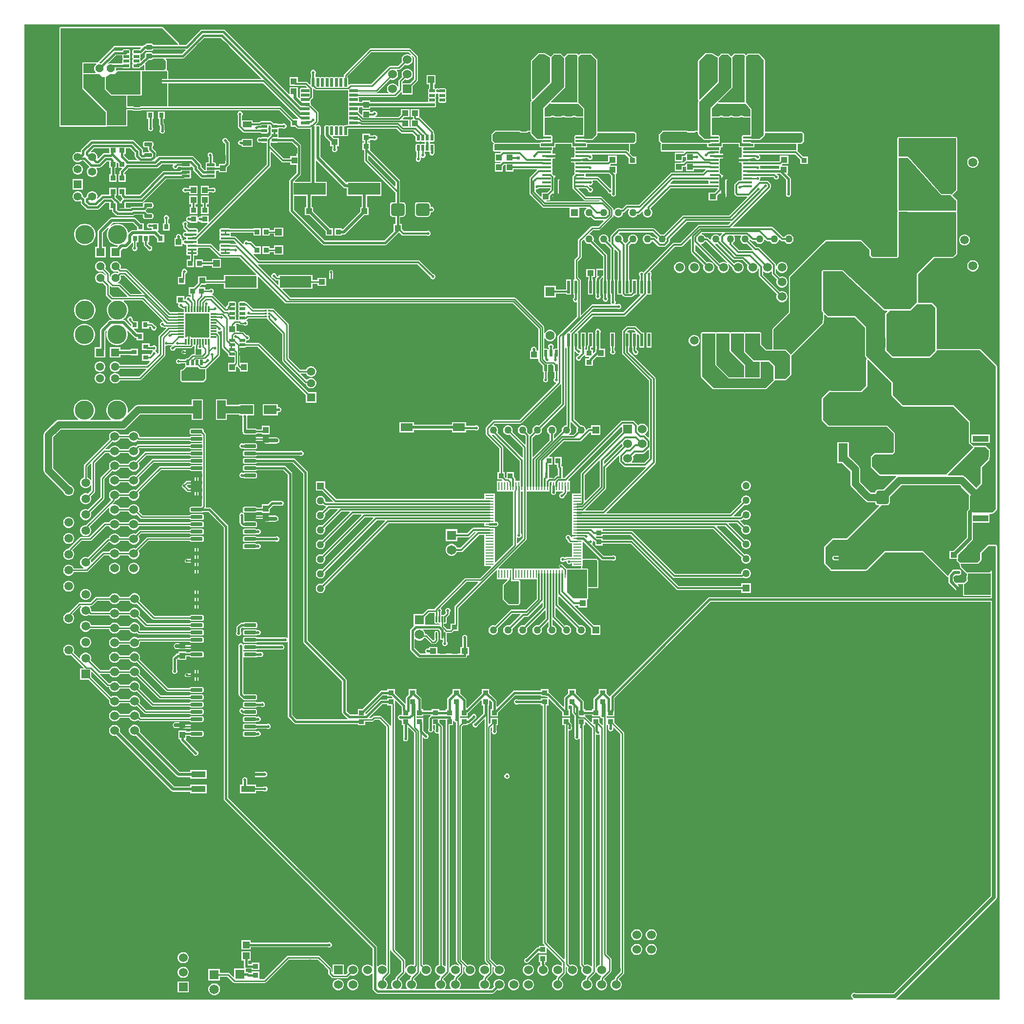
<source format=gtl>
G04*
G04 #@! TF.GenerationSoftware,Altium Limited,Altium Designer,23.3.1 (30)*
G04*
G04 Layer_Physical_Order=1*
G04 Layer_Color=255*
%FSLAX25Y25*%
%MOIN*%
G70*
G04*
G04 #@! TF.SameCoordinates,06538215-238A-4A1E-A02E-8B45A58771C4*
G04*
G04*
G04 #@! TF.FilePolarity,Positive*
G04*
G01*
G75*
%ADD20C,0.01000*%
%ADD21R,0.03661X0.03425*%
%ADD22R,0.04724X0.04724*%
%ADD23R,0.03937X0.04331*%
G04:AMPARAMS|DCode=24|XSize=38.19mil|YSize=20.87mil|CornerRadius=2.61mil|HoleSize=0mil|Usage=FLASHONLY|Rotation=0.000|XOffset=0mil|YOffset=0mil|HoleType=Round|Shape=RoundedRectangle|*
%AMROUNDEDRECTD24*
21,1,0.03819,0.01565,0,0,0.0*
21,1,0.03297,0.02087,0,0,0.0*
1,1,0.00522,0.01649,-0.00783*
1,1,0.00522,-0.01649,-0.00783*
1,1,0.00522,-0.01649,0.00783*
1,1,0.00522,0.01649,0.00783*
%
%ADD24ROUNDEDRECTD24*%
G04:AMPARAMS|DCode=25|XSize=43.31mil|YSize=10.24mil|CornerRadius=1.28mil|HoleSize=0mil|Usage=FLASHONLY|Rotation=90.000|XOffset=0mil|YOffset=0mil|HoleType=Round|Shape=RoundedRectangle|*
%AMROUNDEDRECTD25*
21,1,0.04331,0.00768,0,0,90.0*
21,1,0.04075,0.01024,0,0,90.0*
1,1,0.00256,0.00384,0.02037*
1,1,0.00256,0.00384,-0.02037*
1,1,0.00256,-0.00384,-0.02037*
1,1,0.00256,-0.00384,0.02037*
%
%ADD25ROUNDEDRECTD25*%
%ADD26R,0.01654X0.01221*%
%ADD27R,0.01693X0.01221*%
G04:AMPARAMS|DCode=28|XSize=43.31mil|YSize=10.24mil|CornerRadius=1.28mil|HoleSize=0mil|Usage=FLASHONLY|Rotation=0.000|XOffset=0mil|YOffset=0mil|HoleType=Round|Shape=RoundedRectangle|*
%AMROUNDEDRECTD28*
21,1,0.04331,0.00768,0,0,0.0*
21,1,0.04075,0.01024,0,0,0.0*
1,1,0.00256,0.02037,-0.00384*
1,1,0.00256,-0.02037,-0.00384*
1,1,0.00256,-0.02037,0.00384*
1,1,0.00256,0.02037,0.00384*
%
%ADD28ROUNDEDRECTD28*%
G04:AMPARAMS|DCode=30|XSize=38.19mil|YSize=20.87mil|CornerRadius=2.61mil|HoleSize=0mil|Usage=FLASHONLY|Rotation=270.000|XOffset=0mil|YOffset=0mil|HoleType=Round|Shape=RoundedRectangle|*
%AMROUNDEDRECTD30*
21,1,0.03819,0.01565,0,0,270.0*
21,1,0.03297,0.02087,0,0,270.0*
1,1,0.00522,-0.00783,-0.01649*
1,1,0.00522,-0.00783,0.01649*
1,1,0.00522,0.00783,0.01649*
1,1,0.00522,0.00783,-0.01649*
%
%ADD30ROUNDEDRECTD30*%
%ADD31R,0.05906X0.03937*%
%ADD32R,0.05906X0.12598*%
G04:AMPARAMS|DCode=33|XSize=34.25mil|YSize=40.16mil|CornerRadius=4.28mil|HoleSize=0mil|Usage=FLASHONLY|Rotation=270.000|XOffset=0mil|YOffset=0mil|HoleType=Round|Shape=RoundedRectangle|*
%AMROUNDEDRECTD33*
21,1,0.03425,0.03159,0,0,270.0*
21,1,0.02569,0.04016,0,0,270.0*
1,1,0.00856,-0.01580,-0.01284*
1,1,0.00856,-0.01580,0.01284*
1,1,0.00856,0.01580,0.01284*
1,1,0.00856,0.01580,-0.01284*
%
%ADD33ROUNDEDRECTD33*%
%ADD34R,0.08268X0.05512*%
%ADD35R,0.01100X0.05800*%
%ADD36R,0.05800X0.01100*%
%ADD37R,0.01968X0.08661*%
G04:AMPARAMS|DCode=38|XSize=90.16mil|YSize=83.46mil|CornerRadius=10.43mil|HoleSize=0mil|Usage=FLASHONLY|Rotation=270.000|XOffset=0mil|YOffset=0mil|HoleType=Round|Shape=RoundedRectangle|*
%AMROUNDEDRECTD38*
21,1,0.09016,0.06260,0,0,270.0*
21,1,0.06929,0.08346,0,0,270.0*
1,1,0.02087,-0.03130,-0.03465*
1,1,0.02087,-0.03130,0.03465*
1,1,0.02087,0.03130,0.03465*
1,1,0.02087,0.03130,-0.03465*
%
%ADD38ROUNDEDRECTD38*%
G04:AMPARAMS|DCode=39|XSize=90.16mil|YSize=83.46mil|CornerRadius=10.43mil|HoleSize=0mil|Usage=FLASHONLY|Rotation=0.000|XOffset=0mil|YOffset=0mil|HoleType=Round|Shape=RoundedRectangle|*
%AMROUNDEDRECTD39*
21,1,0.09016,0.06260,0,0,0.0*
21,1,0.06929,0.08346,0,0,0.0*
1,1,0.02087,0.03465,-0.03130*
1,1,0.02087,-0.03465,-0.03130*
1,1,0.02087,-0.03465,0.03130*
1,1,0.02087,0.03465,0.03130*
%
%ADD39ROUNDEDRECTD39*%
%ADD40R,0.10984X0.04134*%
%ADD41R,0.04331X0.03937*%
G04:AMPARAMS|DCode=42|XSize=47.64mil|YSize=23.23mil|CornerRadius=5.81mil|HoleSize=0mil|Usage=FLASHONLY|Rotation=0.000|XOffset=0mil|YOffset=0mil|HoleType=Round|Shape=RoundedRectangle|*
%AMROUNDEDRECTD42*
21,1,0.04764,0.01161,0,0,0.0*
21,1,0.03602,0.02323,0,0,0.0*
1,1,0.01161,0.01801,-0.00581*
1,1,0.01161,-0.01801,-0.00581*
1,1,0.01161,-0.01801,0.00581*
1,1,0.01161,0.01801,0.00581*
%
%ADD42ROUNDEDRECTD42*%
%ADD43R,0.03425X0.03661*%
G04:AMPARAMS|DCode=44|XSize=47.64mil|YSize=22.84mil|CornerRadius=2.85mil|HoleSize=0mil|Usage=FLASHONLY|Rotation=90.000|XOffset=0mil|YOffset=0mil|HoleType=Round|Shape=RoundedRectangle|*
%AMROUNDEDRECTD44*
21,1,0.04764,0.01713,0,0,90.0*
21,1,0.04193,0.02284,0,0,90.0*
1,1,0.00571,0.00856,0.02097*
1,1,0.00571,0.00856,-0.02097*
1,1,0.00571,-0.00856,-0.02097*
1,1,0.00571,-0.00856,0.02097*
%
%ADD44ROUNDEDRECTD44*%
%ADD45R,0.03150X0.03543*%
%ADD46R,0.03543X0.03150*%
%ADD47R,0.21654X0.07874*%
%ADD48R,0.04724X0.05787*%
%ADD49R,0.08661X0.06102*%
G04:AMPARAMS|DCode=50|XSize=81.1mil|YSize=23.62mil|CornerRadius=2.95mil|HoleSize=0mil|Usage=FLASHONLY|Rotation=0.000|XOffset=0mil|YOffset=0mil|HoleType=Round|Shape=RoundedRectangle|*
%AMROUNDEDRECTD50*
21,1,0.08110,0.01772,0,0,0.0*
21,1,0.07520,0.02362,0,0,0.0*
1,1,0.00591,0.03760,-0.00886*
1,1,0.00591,-0.03760,-0.00886*
1,1,0.00591,-0.03760,0.00886*
1,1,0.00591,0.03760,0.00886*
%
%ADD50ROUNDEDRECTD50*%
%ADD51R,0.01575X0.07480*%
G04:AMPARAMS|DCode=52|XSize=61.81mil|YSize=16.14mil|CornerRadius=2.02mil|HoleSize=0mil|Usage=FLASHONLY|Rotation=0.000|XOffset=0mil|YOffset=0mil|HoleType=Round|Shape=RoundedRectangle|*
%AMROUNDEDRECTD52*
21,1,0.06181,0.01211,0,0,0.0*
21,1,0.05778,0.01614,0,0,0.0*
1,1,0.00404,0.02889,-0.00605*
1,1,0.00404,-0.02889,-0.00605*
1,1,0.00404,-0.02889,0.00605*
1,1,0.00404,0.02889,0.00605*
%
%ADD52ROUNDEDRECTD52*%
%ADD53R,0.13071X0.04764*%
G04:AMPARAMS|DCode=54|XSize=61.42mil|YSize=15.75mil|CornerRadius=1.97mil|HoleSize=0mil|Usage=FLASHONLY|Rotation=0.000|XOffset=0mil|YOffset=0mil|HoleType=Round|Shape=RoundedRectangle|*
%AMROUNDEDRECTD54*
21,1,0.06142,0.01181,0,0,0.0*
21,1,0.05748,0.01575,0,0,0.0*
1,1,0.00394,0.02874,-0.00591*
1,1,0.00394,-0.02874,-0.00591*
1,1,0.00394,-0.02874,0.00591*
1,1,0.00394,0.02874,0.00591*
%
%ADD54ROUNDEDRECTD54*%
%ADD55R,0.06299X0.12598*%
%ADD56R,0.22047X0.08268*%
%ADD57R,0.04488X0.05787*%
%ADD58R,0.09606X0.04449*%
%ADD59R,0.03622X0.03819*%
G04:AMPARAMS|DCode=60|XSize=55.91mil|YSize=18.5mil|CornerRadius=2.31mil|HoleSize=0mil|Usage=FLASHONLY|Rotation=180.000|XOffset=0mil|YOffset=0mil|HoleType=Round|Shape=RoundedRectangle|*
%AMROUNDEDRECTD60*
21,1,0.05591,0.01388,0,0,180.0*
21,1,0.05128,0.01850,0,0,180.0*
1,1,0.00463,-0.02564,0.00694*
1,1,0.00463,0.02564,0.00694*
1,1,0.00463,0.02564,-0.00694*
1,1,0.00463,-0.02564,-0.00694*
%
%ADD60ROUNDEDRECTD60*%
G04:AMPARAMS|DCode=61|XSize=24.02mil|YSize=55.51mil|CornerRadius=6mil|HoleSize=0mil|Usage=FLASHONLY|Rotation=270.000|XOffset=0mil|YOffset=0mil|HoleType=Round|Shape=RoundedRectangle|*
%AMROUNDEDRECTD61*
21,1,0.02402,0.04350,0,0,270.0*
21,1,0.01201,0.05551,0,0,270.0*
1,1,0.01201,-0.02175,-0.00600*
1,1,0.01201,-0.02175,0.00600*
1,1,0.01201,0.02175,0.00600*
1,1,0.01201,0.02175,-0.00600*
%
%ADD61ROUNDEDRECTD61*%
G04:AMPARAMS|DCode=62|XSize=44.09mil|YSize=10.63mil|CornerRadius=1.33mil|HoleSize=0mil|Usage=FLASHONLY|Rotation=90.000|XOffset=0mil|YOffset=0mil|HoleType=Round|Shape=RoundedRectangle|*
%AMROUNDEDRECTD62*
21,1,0.04409,0.00797,0,0,90.0*
21,1,0.04144,0.01063,0,0,90.0*
1,1,0.00266,0.00399,0.02072*
1,1,0.00266,0.00399,-0.02072*
1,1,0.00266,-0.00399,-0.02072*
1,1,0.00266,-0.00399,0.02072*
%
%ADD62ROUNDEDRECTD62*%
G04:AMPARAMS|DCode=63|XSize=58.66mil|YSize=21.65mil|CornerRadius=2.71mil|HoleSize=0mil|Usage=FLASHONLY|Rotation=180.000|XOffset=0mil|YOffset=0mil|HoleType=Round|Shape=RoundedRectangle|*
%AMROUNDEDRECTD63*
21,1,0.05866,0.01624,0,0,180.0*
21,1,0.05325,0.02165,0,0,180.0*
1,1,0.00541,-0.02662,0.00812*
1,1,0.00541,0.02662,0.00812*
1,1,0.00541,0.02662,-0.00812*
1,1,0.00541,-0.02662,-0.00812*
%
%ADD63ROUNDEDRECTD63*%
G04:AMPARAMS|DCode=64|XSize=58.66mil|YSize=21.65mil|CornerRadius=2.71mil|HoleSize=0mil|Usage=FLASHONLY|Rotation=90.000|XOffset=0mil|YOffset=0mil|HoleType=Round|Shape=RoundedRectangle|*
%AMROUNDEDRECTD64*
21,1,0.05866,0.01624,0,0,90.0*
21,1,0.05325,0.02165,0,0,90.0*
1,1,0.00541,0.00812,0.02662*
1,1,0.00541,0.00812,-0.02662*
1,1,0.00541,-0.00812,-0.02662*
1,1,0.00541,-0.00812,0.02662*
%
%ADD64ROUNDEDRECTD64*%
%ADD145R,0.14567X0.14567*%
%ADD146R,0.26929X0.41654*%
%ADD147R,0.10827X0.24410*%
%ADD148C,0.01500*%
%ADD149C,0.02000*%
%ADD150C,0.01200*%
%ADD151C,0.02500*%
%ADD152C,0.05000*%
%ADD153C,0.00800*%
%ADD154C,0.05543*%
%ADD155O,0.10748X0.04842*%
%ADD156R,0.05543X0.05543*%
%ADD157O,0.04842X0.10748*%
%ADD158C,0.05937*%
%ADD159R,0.05937X0.05937*%
%ADD160O,0.32409X0.16205*%
%ADD161C,0.06000*%
%ADD162R,0.06000X0.06000*%
%ADD163C,0.24410*%
%ADD164C,0.27559*%
%ADD165C,0.06496*%
%ADD166R,0.06496X0.06496*%
%ADD167R,0.06024X0.06024*%
%ADD168C,0.06024*%
%ADD169C,0.13055*%
%ADD170C,0.05622*%
%ADD171R,0.05622X0.05622*%
%ADD172C,0.04953*%
%ADD173R,0.04953X0.04953*%
%ADD174O,0.08661X0.17323*%
%ADD175R,0.04953X0.04953*%
%ADD176C,0.06299*%
%ADD177R,0.06299X0.06299*%
%ADD178C,0.06181*%
%ADD179C,0.05925*%
%ADD180R,0.05925X0.05925*%
%ADD181O,0.07480X0.14961*%
%ADD182O,0.14961X0.07480*%
%ADD183R,0.06299X0.06299*%
%ADD184R,0.05937X0.05937*%
%ADD185C,0.02000*%
%ADD186C,0.02400*%
G36*
X638176Y590144D02*
X638189Y590078D01*
Y554804D01*
X638174Y554730D01*
X638133Y554669D01*
X635556Y552092D01*
X635148Y551792D01*
X635075Y551823D01*
X635009Y551867D01*
X635004Y551868D01*
X635004Y551868D01*
X634878Y551920D01*
X634874Y551923D01*
X634797Y551938D01*
X634724Y551968D01*
X634644Y551968D01*
X634567Y551984D01*
X628312D01*
X626137Y554422D01*
X621792Y559291D01*
X621792Y559292D01*
X617121Y564526D01*
X617121Y564526D01*
X605758Y577260D01*
X605716Y577292D01*
X605716Y577292D01*
X605705Y577301D01*
X605696Y577314D01*
X605685Y577325D01*
X605650Y577348D01*
X605605Y577393D01*
X605574Y577414D01*
X605530Y577432D01*
X605508Y577449D01*
X605508Y577449D01*
X605465Y577481D01*
X605461Y577483D01*
X605458Y577484D01*
X605457Y577484D01*
X605440Y577489D01*
X605424Y577499D01*
X605423Y577499D01*
X605420Y577501D01*
X605415Y577503D01*
X605364Y577513D01*
X605364Y577513D01*
X605337Y577519D01*
X605294Y577539D01*
X605258Y577549D01*
X605194Y577553D01*
X605154Y577563D01*
X605138Y577564D01*
X605122Y577562D01*
X605108Y577564D01*
X605108Y577564D01*
X605057Y577574D01*
X598835D01*
X598819Y577654D01*
Y590078D01*
X598832Y590144D01*
X598898Y590158D01*
X638110D01*
X638176Y590144D01*
D02*
G37*
G36*
X605093Y576762D02*
X605108Y576761D01*
X605113Y576759D01*
X605117Y576757D01*
X605128Y576746D01*
X605159Y576726D01*
X616522Y563991D01*
X621193Y558757D01*
X621193Y558757D01*
X625538Y553888D01*
X627953Y551181D01*
X634567D01*
X634571Y551179D01*
X634697Y551126D01*
X634702Y551125D01*
X636701Y549126D01*
X638133Y547694D01*
X638174Y547632D01*
X638189Y547559D01*
Y540630D01*
X638174Y540557D01*
X638170Y540551D01*
X605305D01*
X605226Y540567D01*
X605226Y540567D01*
X605226Y540567D01*
Y540637D01*
X604905D01*
X604905Y540637D01*
X599320D01*
X599298Y540633D01*
X599275Y540636D01*
X599190Y540631D01*
X599189Y540631D01*
X598819Y540953D01*
Y576772D01*
X605057D01*
X605093Y576762D01*
D02*
G37*
G36*
X599320Y539834D02*
X604905D01*
X604918Y539825D01*
X604996Y539810D01*
X605069Y539780D01*
X605148Y539764D01*
X605227D01*
X605305Y539748D01*
X637722D01*
X638189Y539255D01*
Y511078D01*
X638184Y511062D01*
X638184Y511062D01*
X638184Y511062D01*
X638182Y511035D01*
X638179Y511029D01*
X638176Y511022D01*
X638156Y511003D01*
X638156Y511002D01*
X638156Y511002D01*
X638147Y510989D01*
X635887Y509106D01*
X635851Y509086D01*
X635851Y509086D01*
X635851Y509086D01*
X635829Y509068D01*
X635823Y509065D01*
X635816Y509063D01*
X635789D01*
X635748Y509055D01*
X622835D01*
X611417Y497638D01*
Y477574D01*
X611110Y477513D01*
X610850Y477339D01*
X606754Y473244D01*
X592913D01*
X592836Y473228D01*
X589464D01*
X589464Y473228D01*
X589463D01*
X589463Y473228D01*
X589425Y473228D01*
X589387Y473239D01*
X589359Y473235D01*
X589330Y473241D01*
X589323D01*
X589316Y473243D01*
X589316Y473244D01*
X589311Y473248D01*
X589311Y473248D01*
X589310Y473249D01*
X589256Y473282D01*
X589204Y473331D01*
X589203Y473331D01*
X560861Y499784D01*
X560630Y500000D01*
X549292D01*
X549214Y500015D01*
X547323D01*
X547246Y500000D01*
X547166D01*
X547101Y499987D01*
X547100D01*
X547027Y499957D01*
X547016Y499954D01*
X547006Y499948D01*
X546811Y499867D01*
X546590Y499646D01*
X546509Y499451D01*
X546502Y499441D01*
X546500Y499429D01*
X546470Y499356D01*
Y499356D01*
X546457Y499290D01*
Y499211D01*
X546441Y499134D01*
Y472126D01*
X546457Y472049D01*
X546457Y471970D01*
X546487Y471897D01*
X546502Y471819D01*
X546505Y471815D01*
X546554Y471697D01*
X546555Y471693D01*
X546555Y471693D01*
X546557Y471690D01*
X546557Y471689D01*
X546557Y471689D01*
X546558Y471684D01*
X546602Y471618D01*
X546633Y471545D01*
X546685Y471493D01*
X546725Y471431D01*
X546730Y471428D01*
X546732Y471424D01*
X547244Y470912D01*
X547244Y470912D01*
X547244Y470912D01*
X547317Y470839D01*
X547317Y470839D01*
X547265Y466117D01*
X547070Y465922D01*
X546896Y465662D01*
X546835Y465354D01*
Y463764D01*
X525371Y442300D01*
X522221Y445450D01*
X521961Y445624D01*
X521654Y445685D01*
X513386D01*
Y459449D01*
X524803Y470866D01*
Y495276D01*
X547244Y517717D01*
X549213Y519685D01*
X573228D01*
X579134Y513779D01*
Y509842D01*
X580709Y508268D01*
X598032D01*
X598819Y509055D01*
Y539443D01*
X598835Y539490D01*
X598925Y539607D01*
X599234Y539830D01*
X599319Y539835D01*
X599320Y539834D01*
D02*
G37*
G36*
X624016Y474409D02*
Y444882D01*
X620079Y440945D01*
X594882D01*
X590551Y445276D01*
Y446616D01*
X590687Y447298D01*
Y453557D01*
X590551Y454239D01*
Y470079D01*
X592913Y472441D01*
X607087D01*
X611417Y476772D01*
X621654D01*
X624016Y474409D01*
D02*
G37*
G36*
X493292Y444095D02*
X493353Y443787D01*
X493527Y443527D01*
X493527Y443527D01*
X499432Y437621D01*
X499693Y437447D01*
X500000Y437386D01*
X503937D01*
Y426772D01*
X494095D01*
Y435039D01*
X484252Y444882D01*
Y456693D01*
X493292D01*
Y444095D01*
D02*
G37*
G36*
X483449Y444882D02*
X483449Y444882D01*
X483510Y444575D01*
X483684Y444314D01*
X483684Y444314D01*
X493292Y434707D01*
Y426772D01*
X483071D01*
X474409Y435433D01*
Y456693D01*
X483449D01*
Y444882D01*
D02*
G37*
G36*
X504331Y448819D02*
X508268Y444882D01*
X521654D01*
X524803Y441732D01*
Y428740D01*
X521654Y425591D01*
X514173D01*
Y434646D01*
X510630Y438189D01*
X500000D01*
X494095Y444095D01*
Y456693D01*
X504331D01*
Y448819D01*
D02*
G37*
G36*
X473607Y435433D02*
X473607Y435433D01*
X473668Y435126D01*
X473842Y434865D01*
X473842Y434865D01*
X482503Y426204D01*
X482764Y426030D01*
X483071Y425969D01*
X493292D01*
X493599Y426030D01*
X493693Y426093D01*
X493787Y426030D01*
X494095Y425969D01*
X503937D01*
X504244Y426030D01*
X504505Y426204D01*
X504679Y426464D01*
X504740Y426772D01*
Y437386D01*
X510297D01*
X513370Y434313D01*
Y425591D01*
X513432Y425283D01*
X513605Y425023D01*
X507874Y419291D01*
X472441D01*
X464567Y427165D01*
Y456693D01*
X473607D01*
Y435433D01*
D02*
G37*
G36*
X591269Y425705D02*
X591335Y425661D01*
X591391Y425605D01*
X591452Y425565D01*
X591492Y425505D01*
X591548Y425449D01*
X591548Y425449D01*
X591592Y425383D01*
X594039Y422936D01*
Y414686D01*
X594055Y414608D01*
X594055Y414529D01*
X594069Y414456D01*
X594099Y414383D01*
X594100Y414379D01*
X594103Y414375D01*
X594155Y414248D01*
X594156Y414244D01*
X594159Y414240D01*
X594189Y414167D01*
X594230Y414105D01*
X594286Y414049D01*
X594330Y413983D01*
X601345Y406968D01*
X601411Y406924D01*
X601467Y406869D01*
X601529Y406827D01*
X601602Y406797D01*
X601605Y406795D01*
X601610Y406794D01*
X601736Y406741D01*
X601740Y406739D01*
X601745Y406738D01*
X601818Y406707D01*
X601891Y406693D01*
X601970D01*
X602047Y406677D01*
X636282D01*
X636282Y406677D01*
X646835Y396124D01*
X646835Y396124D01*
Y382363D01*
X646850Y382285D01*
Y382206D01*
X646865Y382133D01*
X646865Y382133D01*
Y382133D01*
X646895Y382060D01*
X646896Y382055D01*
X646899Y382051D01*
X646951Y381925D01*
X646952Y381920D01*
X646954Y381916D01*
X646985Y381843D01*
X646985Y381843D01*
X647026Y381782D01*
X647082Y381726D01*
X647126Y381660D01*
X647810Y380976D01*
X647857Y380944D01*
X647889Y380897D01*
X649376Y379410D01*
X649442Y379365D01*
X649498Y379310D01*
X649582Y379254D01*
X649738Y379142D01*
X649883Y378836D01*
X649888Y378698D01*
Y378631D01*
X649881Y378621D01*
X648810Y377550D01*
X648754D01*
Y377494D01*
X641109Y369849D01*
X633465Y362205D01*
X633464Y362205D01*
X631496Y360236D01*
X586221D01*
X580709Y365748D01*
Y372047D01*
X582677Y374016D01*
X594882D01*
X596457Y375590D01*
Y388583D01*
X591339Y393701D01*
X551181D01*
X547244Y397638D01*
Y412205D01*
X551991Y416952D01*
X552188Y416755D01*
X552449Y416581D01*
X552756Y416520D01*
X573228D01*
X573228Y416520D01*
X573536Y416581D01*
X573796Y416755D01*
X573796Y416755D01*
X577339Y420298D01*
X577513Y420559D01*
X577574Y420866D01*
Y438747D01*
X577899Y438881D01*
X578075Y438900D01*
X591269Y425705D01*
D02*
G37*
G36*
X72545Y384740D02*
X73044Y383877D01*
X73749Y383171D01*
X74613Y382673D01*
X75576Y382415D01*
X76573D01*
X77536Y382673D01*
X78400Y383171D01*
X78776Y383547D01*
X78836Y383506D01*
X79339Y383406D01*
X114245D01*
X114481Y383052D01*
X114839Y382813D01*
X115262Y382729D01*
X122614D01*
Y381709D01*
X115262D01*
X114839Y381625D01*
X114481Y381385D01*
X114245Y381031D01*
X79350D01*
X78847Y380931D01*
X78421Y380647D01*
X77512Y379738D01*
X76573Y379990D01*
X75576D01*
X74613Y379731D01*
X73749Y379233D01*
X73044Y378528D01*
X72583Y377729D01*
X66495D01*
X66034Y378528D01*
X65329Y379233D01*
X64465Y379731D01*
X63502Y379990D01*
X62504D01*
X61541Y379731D01*
X60677Y379233D01*
X59972Y378528D01*
X59474Y377664D01*
X59434Y377515D01*
X56825D01*
X56634Y377977D01*
X61407Y382750D01*
X61541Y382673D01*
X62504Y382415D01*
X63502D01*
X64465Y382673D01*
X65329Y383172D01*
X66034Y383877D01*
X66532Y384740D01*
X66630Y385103D01*
X72448D01*
X72545Y384740D01*
D02*
G37*
G36*
X47087Y367777D02*
Y356322D01*
X47067Y356314D01*
X46587Y356240D01*
X46150Y356997D01*
X45451Y357696D01*
X44594Y358190D01*
X44457Y358227D01*
Y365800D01*
X46625Y367968D01*
X47087Y367777D01*
D02*
G37*
G36*
X658329Y379118D02*
D01*
X660438Y377010D01*
D01*
X660456Y376982D01*
X660510Y376946D01*
Y372445D01*
D01*
X660510Y372445D01*
Y372433D01*
X660474Y372409D01*
X660430Y372343D01*
X660374Y372287D01*
X660370Y372281D01*
X660340Y372208D01*
X660300Y372148D01*
X660286Y372078D01*
X660285Y372073D01*
X660282Y372070D01*
X660281Y372065D01*
X660251Y371992D01*
X660236Y371919D01*
Y371840D01*
X660221Y371762D01*
Y370805D01*
X655394Y365978D01*
X655350Y365912D01*
X655294Y365856D01*
X655253Y365794D01*
X655222Y365721D01*
X655220Y365717D01*
X655219Y365713D01*
X655166Y365586D01*
X655164Y365582D01*
X655163Y365578D01*
X655133Y365505D01*
X655118Y365432D01*
Y365353D01*
X655103Y365275D01*
Y354270D01*
X655103Y354270D01*
X652917Y352083D01*
X652872Y352039D01*
X652828Y351973D01*
X652772Y351918D01*
X652731Y351855D01*
X652731Y351855D01*
X652731Y351855D01*
X652701Y351782D01*
X652698Y351779D01*
X652697Y351774D01*
X652663Y351692D01*
X652611Y351566D01*
Y351566D01*
X652611Y351566D01*
X652597Y351493D01*
Y351493D01*
X652581Y351415D01*
X652513Y351309D01*
X652289Y351254D01*
X652242Y351243D01*
X652185Y351217D01*
X652124Y351204D01*
X652045Y351151D01*
X651989Y351126D01*
X651944Y351171D01*
D01*
X644471Y358644D01*
X643784Y359171D01*
X642984Y359502D01*
X642126Y359615D01*
X632717D01*
X632510Y360115D01*
X634032Y361637D01*
X634032Y361637D01*
X639502Y367107D01*
X641677Y369282D01*
X641677Y369282D01*
X649322Y376926D01*
X649322Y376926D01*
X649344Y376960D01*
X649344Y376960D01*
X649344Y376960D01*
X649377Y376982D01*
D01*
X649377Y376982D01*
D01*
X650448Y378053D01*
X650455Y378063D01*
X650456Y378064D01*
X650487Y378110D01*
X650494Y378117D01*
X650495Y378119D01*
X650536Y378157D01*
X650542Y378166D01*
X650579Y378249D01*
X650630Y378324D01*
X650643Y378390D01*
X650670Y378452D01*
X650673Y378542D01*
X650691Y378631D01*
Y378698D01*
X650756Y378795D01*
X650787Y378826D01*
X650854Y378968D01*
X650982Y379118D01*
X658329D01*
D01*
D02*
G37*
G36*
X667979Y1313D02*
X597494D01*
X597342Y1813D01*
X597669Y2031D01*
X665569Y69931D01*
X666019Y70605D01*
X666177Y71400D01*
Y274900D01*
Y299991D01*
X666177Y299991D01*
X666157Y300092D01*
Y311402D01*
X666096Y311709D01*
X665922Y311970D01*
X665662Y312144D01*
X665354Y312205D01*
X660175D01*
X659868Y312144D01*
X659607Y311970D01*
X659607Y311969D01*
X654960Y307322D01*
X654785Y307061D01*
X654724Y306754D01*
Y301969D01*
X654669Y301913D01*
D01*
X652812Y300056D01*
D01*
X652756Y300000D01*
X641406D01*
X641098Y299939D01*
X641078Y299925D01*
X641064Y299939D01*
X641063Y299939D01*
X641063Y299939D01*
X641063Y299939D01*
X640973Y300000D01*
X640945D01*
X640889Y300056D01*
X640889Y300056D01*
X639426Y301519D01*
D01*
X639370Y301575D01*
Y301654D01*
Y302512D01*
Y302512D01*
X639507D01*
Y305283D01*
X645607Y311382D01*
X649107Y314882D01*
X649107Y314882D01*
X649557Y315556D01*
X649715Y316351D01*
Y327400D01*
X661099D01*
Y333109D01*
X661458Y333449D01*
X662913D01*
X662991Y333465D01*
X663070Y333465D01*
X663143Y333479D01*
X663216Y333509D01*
X663220Y333510D01*
X663224Y333513D01*
X663351Y333565D01*
X663355Y333566D01*
X663359Y333569D01*
X663432Y333599D01*
X663494Y333640D01*
X663550Y333696D01*
X663616Y333740D01*
X664892Y335017D01*
D01*
X665922Y336047D01*
X666096Y336307D01*
X666157Y336614D01*
Y434252D01*
X666096Y434559D01*
X665922Y434820D01*
X665922Y434820D01*
X664854Y435887D01*
X664854Y435887D01*
X659895Y440846D01*
X659895Y440846D01*
X654954Y445787D01*
X654889Y445831D01*
X654833Y445887D01*
X654760Y445918D01*
X654694Y445961D01*
X654689Y445962D01*
X654563Y446015D01*
X654563Y446015D01*
X654559Y446017D01*
X654500Y446029D01*
X654446Y446054D01*
X654446Y446054D01*
X654427Y446055D01*
X654408Y446063D01*
X654329Y446063D01*
X654252Y446078D01*
X624819D01*
Y474409D01*
X624819Y474409D01*
X624757Y474717D01*
X624583Y474977D01*
X624583Y474977D01*
X622221Y477339D01*
X621961Y477513D01*
X621654Y477574D01*
X612220D01*
X612220Y477574D01*
Y497305D01*
X623167Y508252D01*
X635748D01*
X635789Y508260D01*
X635816D01*
X635853Y508268D01*
X635904D01*
X635945Y508276D01*
X635975Y508288D01*
X636055Y508297D01*
X636062Y508299D01*
X636066Y508301D01*
X636068Y508301D01*
X636095Y508316D01*
X636124Y508322D01*
X636125Y508323D01*
X636131Y508324D01*
X636137Y508326D01*
X636203Y508371D01*
X636235Y508381D01*
X636271Y508401D01*
X636311Y508433D01*
X636343Y508451D01*
X636365Y508469D01*
X636365Y508469D01*
X636402Y508489D01*
X638661Y510372D01*
X638687Y510403D01*
X638690Y510405D01*
X638701Y510419D01*
X638724Y510435D01*
X638724Y510435D01*
X638724Y510435D01*
X638744Y510454D01*
X638778Y510507D01*
X638815Y510543D01*
X638824Y510557D01*
X638824Y510557D01*
X638824Y510557D01*
X638824Y510557D01*
X638837Y510587D01*
X638887Y510649D01*
X638890Y510655D01*
X638892Y510660D01*
X638893Y510662D01*
X638901Y510690D01*
X638918Y510715D01*
X638918Y510717D01*
X638921Y510721D01*
X638923Y510727D01*
X638939Y510806D01*
X638954Y510835D01*
X638959Y510851D01*
X638960Y510860D01*
X638963Y510867D01*
X638963Y510867D01*
X638965Y510907D01*
X638981Y510962D01*
X638984Y510990D01*
X638981Y511016D01*
X638985Y511034D01*
X638984Y511038D01*
X638992Y511078D01*
Y539255D01*
X638963Y539398D01*
X638939Y539542D01*
X638933Y539551D01*
X638931Y539562D01*
D01*
X638738Y539984D01*
X638782Y540049D01*
X638838Y540105D01*
X638840Y540108D01*
X638842Y540111D01*
X638842Y540111D01*
X638842Y540111D01*
X638842Y540111D01*
X638872Y540184D01*
X638912Y540244D01*
X638926Y540314D01*
X638928Y540319D01*
X638931Y540323D01*
X638932Y540328D01*
X638962Y540401D01*
X638962Y540401D01*
Y540401D01*
X638962Y540401D01*
X638976Y540474D01*
Y540553D01*
X638992Y540630D01*
Y547559D01*
X638976Y547636D01*
X638976Y547715D01*
X638962Y547788D01*
Y547788D01*
Y547788D01*
X638932Y547861D01*
X638931Y547866D01*
X638928Y547870D01*
X638876Y547996D01*
X638875Y548001D01*
X638872Y548005D01*
X638842Y548078D01*
X638801Y548140D01*
X638745Y548196D01*
X638701Y548261D01*
X635781Y551181D01*
X636993Y552393D01*
X638757Y554157D01*
X638931Y554417D01*
X638992Y554724D01*
Y590158D01*
X638931Y590465D01*
X638757Y590725D01*
X638496Y590899D01*
X638189Y590960D01*
X598819D01*
X598512Y590899D01*
X598251Y590725D01*
X598077Y590465D01*
X598016Y590158D01*
Y577574D01*
X598077Y577267D01*
X598140Y577173D01*
X598077Y577079D01*
X598016Y576772D01*
Y540953D01*
X598022Y540926D01*
X598018Y540897D01*
X598052Y540773D01*
X598077Y540646D01*
X598093Y540622D01*
X598100Y540595D01*
X598179Y540493D01*
X598251Y540385D01*
X598200Y539982D01*
X598142Y539864D01*
X598076Y539751D01*
X598060Y539704D01*
X598042Y539573D01*
X598016Y539443D01*
Y509388D01*
X597699Y509071D01*
X581041D01*
X579937Y510175D01*
Y513779D01*
X579876Y514087D01*
X579702Y514347D01*
X579702Y514347D01*
X573796Y520253D01*
X573536Y520427D01*
X573228Y520488D01*
X549213D01*
X549213Y520488D01*
X548905Y520427D01*
X548645Y520253D01*
X548645Y520253D01*
X546676Y518284D01*
X524235Y495843D01*
X524061Y495583D01*
X524000Y495276D01*
Y471199D01*
X512818Y460016D01*
X512644Y459756D01*
X512583Y459449D01*
Y445685D01*
X508600D01*
X505133Y449152D01*
Y456693D01*
X505072Y457000D01*
X504898Y457261D01*
X504638Y457435D01*
X504331Y457496D01*
X494095D01*
X493787Y457435D01*
X493693Y457372D01*
X493599Y457435D01*
X493292Y457496D01*
X484252D01*
X483945Y457435D01*
X483851Y457372D01*
X483756Y457435D01*
X483449Y457496D01*
X474409D01*
X474102Y457435D01*
X474008Y457372D01*
X473914Y457435D01*
X473607Y457496D01*
X464567D01*
X464260Y457435D01*
X463999Y457261D01*
X463825Y457000D01*
X463764Y456693D01*
Y427165D01*
X463825Y426858D01*
X463999Y426598D01*
X471873Y418724D01*
X472134Y418550D01*
X472441Y418489D01*
X507874D01*
X508181Y418550D01*
X508442Y418724D01*
X508442Y418724D01*
X514173Y424455D01*
X514217Y424521D01*
X514273Y424577D01*
X514303Y424650D01*
X514347Y424716D01*
X514362Y424788D01*
X521654D01*
X521961Y424849D01*
X522221Y425023D01*
X525371Y428172D01*
X525545Y428433D01*
X525606Y428740D01*
Y441544D01*
X525678Y441558D01*
X525939Y441732D01*
X525939Y441732D01*
X547403Y463196D01*
X547577Y463457D01*
X547638Y463764D01*
Y465275D01*
Y465354D01*
X547694Y465410D01*
X547694Y465410D01*
X547833Y465550D01*
X547918Y465676D01*
X548004Y465802D01*
X548005Y465806D01*
X548007Y465810D01*
X548037Y465959D01*
X548068Y466109D01*
X548104Y469400D01*
X548567Y469589D01*
X550164Y467992D01*
X550230Y467948D01*
X550285Y467892D01*
X550347Y467851D01*
X550420Y467821D01*
X550424Y467818D01*
X550429Y467817D01*
X550555Y467765D01*
X550559Y467762D01*
X550564Y467761D01*
X550637Y467731D01*
X550710Y467717D01*
X550789D01*
X550866Y467701D01*
X568959D01*
X568959Y467701D01*
X575969Y460691D01*
X575969Y460691D01*
Y441418D01*
X575984Y441340D01*
X575984Y441261D01*
X575999Y441188D01*
X576029Y441115D01*
X576030Y441110D01*
X576032Y441107D01*
X576085Y440980D01*
X576086Y440976D01*
X576088Y440972D01*
X576119Y440899D01*
X576160Y440837D01*
X576216Y440781D01*
X576260Y440715D01*
X577057Y439918D01*
X577007Y439315D01*
X576833Y439054D01*
X576772Y438747D01*
Y420866D01*
X573228Y417323D01*
X552756D01*
X552700Y417379D01*
X552700Y417379D01*
X552559Y417520D01*
D01*
X552559Y417520D01*
X552299Y417694D01*
X551991Y417755D01*
X551684Y417694D01*
X551424Y417520D01*
X546676Y412772D01*
X546502Y412512D01*
X546441Y412205D01*
Y397638D01*
X546502Y397331D01*
X546676Y397070D01*
X546676Y397070D01*
X550613Y393133D01*
X550874Y392959D01*
X551181Y392898D01*
X591006D01*
X595654Y388250D01*
Y375923D01*
X594549Y374819D01*
X582677D01*
X582370Y374758D01*
X582109Y374583D01*
X582109Y374583D01*
X580141Y372615D01*
X579967Y372355D01*
X579906Y372047D01*
Y365748D01*
X579967Y365441D01*
X580141Y365180D01*
X585653Y359668D01*
X585913Y359494D01*
X586221Y359433D01*
X597138D01*
X597308Y358933D01*
X596931Y358644D01*
X588144Y349857D01*
X584707D01*
X583992Y349715D01*
X583387Y349311D01*
X582982Y348705D01*
X582840Y347991D01*
Y347842D01*
X580076D01*
X579122Y348796D01*
X572530Y355387D01*
Y363827D01*
X572417Y364685D01*
X572086Y365485D01*
X571559Y366171D01*
X564940Y372791D01*
Y382275D01*
X557066D01*
Y368102D01*
X560251D01*
X565899Y362453D01*
Y354014D01*
X566012Y353155D01*
X566343Y352356D01*
X566870Y351669D01*
X574432Y344107D01*
X574433Y344107D01*
X576358Y342182D01*
X577044Y341655D01*
X577844Y341323D01*
X578702Y341210D01*
X582840D01*
Y341062D01*
X582982Y340347D01*
X583387Y339742D01*
X583992Y339337D01*
X584707Y339195D01*
X585438D01*
X585572Y338871D01*
X585591Y338695D01*
X563447Y316551D01*
X554016D01*
X553938Y316535D01*
X553860D01*
X553786Y316521D01*
X553786Y316521D01*
X553786D01*
X553713Y316491D01*
X553709Y316490D01*
X553705Y316487D01*
X553578Y316435D01*
X553574Y316434D01*
X553570Y316431D01*
X553497Y316401D01*
X553497Y316401D01*
X553435Y316360D01*
X553379Y316304D01*
X553313Y316260D01*
X548307Y311253D01*
X548263Y311188D01*
X548207Y311132D01*
X548166Y311070D01*
X548136Y310997D01*
X548133Y310993D01*
X548132Y310988D01*
X548080Y310862D01*
X548077Y310858D01*
X548076Y310854D01*
X548046Y310781D01*
X548032Y310707D01*
Y310628D01*
X548016Y310551D01*
Y299685D01*
X548032Y299608D01*
Y299529D01*
X548046Y299456D01*
X548046Y299456D01*
Y299456D01*
X548076Y299383D01*
X548077Y299378D01*
X548080Y299374D01*
X548132Y299248D01*
X548133Y299243D01*
X548136Y299239D01*
X548166Y299166D01*
X548166Y299166D01*
X548207Y299104D01*
X548263Y299048D01*
X548307Y298983D01*
X551958Y295332D01*
X551968Y295277D01*
Y295198D01*
X551982Y295132D01*
Y295132D01*
X552012Y295059D01*
X552014Y295047D01*
X552021Y295038D01*
X552102Y294843D01*
X552323Y294621D01*
X552518Y294541D01*
X552528Y294534D01*
X552539Y294532D01*
X552612Y294501D01*
X552612D01*
X552678Y294488D01*
X552757D01*
X552835Y294473D01*
X576693D01*
X576770Y294488D01*
X576849D01*
X576922Y294503D01*
X576922Y294503D01*
X576922D01*
X576995Y294533D01*
X577000Y294534D01*
X577004Y294536D01*
X577130Y294589D01*
X577135Y294590D01*
X577139Y294592D01*
X577212Y294623D01*
X577212Y294623D01*
X577274Y294664D01*
X577329Y294720D01*
X577395Y294764D01*
X589703Y307071D01*
X615415D01*
X615415Y307071D01*
X631941Y290546D01*
X632039Y290480D01*
X632130Y290405D01*
X632168Y290394D01*
X632201Y290372D01*
X632317Y290349D01*
X632430Y290314D01*
X632470Y290318D01*
X632509Y290311D01*
X632835Y290119D01*
X632995Y289956D01*
Y286873D01*
X632995Y286872D01*
X633134Y286175D01*
X633529Y285584D01*
X638658Y280454D01*
X638658Y280454D01*
X639250Y280059D01*
X639947Y279920D01*
X639947Y279920D01*
X640144D01*
X640841Y280059D01*
X641432Y280454D01*
X641827Y281045D01*
X641966Y281743D01*
X641827Y282440D01*
X641432Y283031D01*
X640841Y283426D01*
X640840Y283427D01*
X639311Y284956D01*
X639503Y285418D01*
X642898D01*
Y278032D01*
X642913Y277954D01*
Y277875D01*
X642927Y277809D01*
Y277809D01*
X642957Y277736D01*
X642959Y277725D01*
X642966Y277715D01*
X643046Y277520D01*
X643268Y277298D01*
X643463Y277218D01*
X643473Y277211D01*
X643484Y277209D01*
X643557Y277179D01*
X643557D01*
X643623Y277165D01*
X643702D01*
X643780Y277150D01*
X662023D01*
Y276467D01*
X469800D01*
X469200Y276348D01*
X468692Y276008D01*
X402092Y209408D01*
X401769Y208925D01*
X401738Y208894D01*
X401280Y208707D01*
X399237Y210750D01*
Y213533D01*
X394001D01*
Y210750D01*
X390732Y207481D01*
X390392Y206973D01*
X390272Y206373D01*
Y199958D01*
X389222D01*
Y199025D01*
X384578D01*
Y199958D01*
X383527D01*
Y204952D01*
X383408Y205552D01*
X383068Y206061D01*
X378379Y210750D01*
Y213533D01*
X373143D01*
Y210750D01*
X370649Y208256D01*
X370309Y207748D01*
X370190Y207148D01*
Y201777D01*
X369728Y201586D01*
X360384Y210929D01*
X359876Y211269D01*
X359523Y211339D01*
Y213533D01*
X354287D01*
Y212601D01*
X336173D01*
X335574Y212481D01*
X335065Y212142D01*
X324509Y201586D01*
X324047Y201777D01*
Y205149D01*
X323928Y205749D01*
X323588Y206258D01*
X319096Y210750D01*
Y213533D01*
X313860D01*
Y210750D01*
X303849Y200740D01*
X303387Y200931D01*
Y205955D01*
X303268Y206555D01*
X302928Y207064D01*
X299242Y210750D01*
Y213533D01*
X294006D01*
Y210750D01*
X290741Y207486D01*
X290401Y206977D01*
X290282Y206377D01*
Y199958D01*
X289231D01*
Y199025D01*
X285018D01*
Y199958D01*
X279782D01*
Y199025D01*
X273857D01*
Y199958D01*
X272807D01*
Y206513D01*
X272688Y207113D01*
X272348Y207622D01*
X269219Y210750D01*
Y213533D01*
X263983D01*
Y210223D01*
X263953Y210071D01*
Y209895D01*
X262562Y208504D01*
X262222Y207995D01*
X262103Y207395D01*
Y203843D01*
X261603Y203636D01*
X254489Y210750D01*
Y213533D01*
X249253D01*
Y212601D01*
X245499D01*
X244899Y212481D01*
X244390Y212142D01*
X232206Y199958D01*
X229187D01*
Y196168D01*
X223849D01*
X221568Y198449D01*
Y219600D01*
X221448Y220200D01*
X221108Y220708D01*
X194967Y246849D01*
Y361600D01*
X194848Y362200D01*
X194508Y362708D01*
X186390Y370827D01*
X185881Y371167D01*
X185281Y371286D01*
X160163D01*
X160097Y371385D01*
X159739Y371624D01*
X159317Y371708D01*
X151797D01*
X151375Y371624D01*
X151017Y371385D01*
X150777Y371027D01*
X150693Y370605D01*
Y368833D01*
X150777Y368410D01*
X151017Y368052D01*
X151375Y367813D01*
X151797Y367729D01*
X159317D01*
X159739Y367813D01*
X160097Y368052D01*
X160163Y368151D01*
X184632D01*
X191832Y360951D01*
Y246200D01*
X191952Y245600D01*
X192292Y245092D01*
X218432Y218951D01*
Y197800D01*
X218552Y197200D01*
X218892Y196692D01*
X222092Y193492D01*
X222254Y193383D01*
X222102Y192883D01*
X187434D01*
X184467Y195849D01*
Y360800D01*
X184348Y361400D01*
X184008Y361908D01*
X180090Y365827D01*
X179581Y366167D01*
X178981Y366286D01*
X160163D01*
X160097Y366385D01*
X159739Y366624D01*
X159317Y366708D01*
X151797D01*
X151375Y366624D01*
X151017Y366385D01*
X150777Y366027D01*
X150693Y365605D01*
Y363833D01*
X150777Y363410D01*
X151017Y363052D01*
X151375Y362813D01*
X151797Y362729D01*
X159317D01*
X159739Y362813D01*
X160097Y363052D01*
X160163Y363151D01*
X178332D01*
X181333Y360151D01*
Y248692D01*
X180833Y248485D01*
X180512Y248805D01*
X179856Y249077D01*
X179145D01*
X178614Y248857D01*
X160260D01*
X160194Y248956D01*
X159836Y249195D01*
X159413Y249279D01*
X151894D01*
X151471Y249195D01*
X151113Y248956D01*
X150874Y248598D01*
X150790Y248175D01*
Y246404D01*
X150874Y245981D01*
X151113Y245623D01*
X151471Y245384D01*
X151894Y245300D01*
X159413D01*
X159836Y245384D01*
X160194Y245623D01*
X160260Y245722D01*
X178614D01*
X179145Y245502D01*
X179856D01*
X180512Y245774D01*
X180833Y246094D01*
X181333Y245887D01*
Y195200D01*
X181452Y194600D01*
X181792Y194092D01*
X185676Y190207D01*
X186184Y189868D01*
X186784Y189748D01*
X229187D01*
Y188816D01*
X234423D01*
Y191216D01*
X238837D01*
X239340Y191316D01*
X239766Y191600D01*
X240731Y192566D01*
X244009D01*
X248807Y187768D01*
Y24596D01*
X248345Y24404D01*
X248158Y24591D01*
X247294Y25090D01*
X246331Y25348D01*
X245334D01*
X244371Y25090D01*
X243507Y24591D01*
X242968Y24052D01*
X242467Y24259D01*
Y37000D01*
X242348Y37600D01*
X242008Y38108D01*
X140667Y139449D01*
Y324800D01*
X140548Y325400D01*
X140208Y325908D01*
X128854Y337263D01*
X128346Y337603D01*
X127746Y337722D01*
X125545D01*
X125228Y338108D01*
X125239Y338166D01*
Y387688D01*
X125239Y387688D01*
X125239Y387688D01*
X125185Y387961D01*
X125139Y388190D01*
X125139Y388190D01*
X125139Y388190D01*
X124855Y388616D01*
X124855Y388616D01*
X123885Y389585D01*
Y390605D01*
X123801Y391027D01*
X123562Y391385D01*
X123204Y391624D01*
X122781Y391708D01*
X115262D01*
X114839Y391624D01*
X114481Y391385D01*
X114242Y391027D01*
X114158Y390605D01*
Y388833D01*
X114242Y388410D01*
X114481Y388052D01*
X114839Y387813D01*
X115262Y387729D01*
X122029D01*
X122550Y387209D01*
X122459Y386708D01*
X115262D01*
X114839Y386625D01*
X114481Y386385D01*
X114245Y386031D01*
X79882D01*
X79862Y386052D01*
Y386701D01*
X79604Y387664D01*
X79105Y388528D01*
X78400Y389233D01*
X77536Y389731D01*
X76573Y389989D01*
X75576D01*
X74613Y389731D01*
X73749Y389233D01*
X73044Y388528D01*
X72583Y387729D01*
X66495D01*
X66034Y388528D01*
X65329Y389233D01*
X64465Y389732D01*
X63502Y389990D01*
X62504D01*
X61541Y389732D01*
X60677Y389233D01*
X59972Y388528D01*
X59474Y387664D01*
X59216Y386701D01*
Y385704D01*
X59474Y384740D01*
X59551Y384607D01*
X42217Y367272D01*
X41932Y366846D01*
X41832Y366344D01*
Y358227D01*
X41695Y358190D01*
X40839Y357696D01*
X40139Y356997D01*
X39645Y356140D01*
X39389Y355185D01*
Y354196D01*
X39645Y353241D01*
X40139Y352384D01*
X40839Y351685D01*
X41695Y351191D01*
X42650Y350935D01*
X43639D01*
X44594Y351191D01*
X45451Y351685D01*
X46150Y352384D01*
X46587Y353141D01*
X47067Y353067D01*
X47087Y353059D01*
Y349584D01*
X44717Y347214D01*
X44594Y347285D01*
X43639Y347541D01*
X42650D01*
X41695Y347285D01*
X40839Y346791D01*
X40139Y346091D01*
X39645Y345235D01*
X39389Y344280D01*
Y343290D01*
X39645Y342335D01*
X40139Y341479D01*
X40839Y340779D01*
X41695Y340285D01*
X42650Y340029D01*
X43639D01*
X44594Y340285D01*
X45451Y340779D01*
X46150Y341479D01*
X46645Y342335D01*
X46901Y343290D01*
Y344280D01*
X46645Y345235D01*
X46574Y345358D01*
X49328Y348112D01*
X49613Y348538D01*
X49713Y349040D01*
Y367956D01*
X56646Y374890D01*
X59434D01*
X59474Y374740D01*
X59972Y373877D01*
X60677Y373171D01*
X61541Y372673D01*
X62504Y372415D01*
X63502D01*
X64465Y372673D01*
X65329Y373171D01*
X66034Y373877D01*
X66532Y374740D01*
X66630Y375103D01*
X72448D01*
X72545Y374740D01*
X73044Y373877D01*
X73749Y373171D01*
X74613Y372673D01*
X75576Y372415D01*
X76573D01*
X77536Y372673D01*
X78400Y373171D01*
X79105Y373877D01*
X79604Y374740D01*
X79862Y375704D01*
Y376701D01*
X79604Y377664D01*
X79438Y377951D01*
X79893Y378406D01*
X114245D01*
X114481Y378052D01*
X114839Y377813D01*
X115262Y377729D01*
X122614D01*
Y376709D01*
X115262D01*
X114839Y376624D01*
X114481Y376385D01*
X114245Y376031D01*
X84164D01*
X83661Y375932D01*
X83235Y375647D01*
X77366Y369777D01*
X76573Y369989D01*
X75576D01*
X74613Y369731D01*
X73749Y369233D01*
X73044Y368528D01*
X72583Y367729D01*
X66495D01*
X66034Y368528D01*
X65329Y369233D01*
X64465Y369731D01*
X63502Y369990D01*
X62504D01*
X61541Y369731D01*
X60677Y369233D01*
X59972Y368528D01*
X59474Y367664D01*
X59216Y366701D01*
Y365704D01*
X59474Y364740D01*
X59551Y364606D01*
X53672Y358727D01*
X53387Y358301D01*
X53287Y357799D01*
Y344879D01*
X44717Y336309D01*
X44594Y336380D01*
X43639Y336635D01*
X42650D01*
X41695Y336380D01*
X40839Y335885D01*
X40139Y335186D01*
X39645Y334329D01*
X39389Y333374D01*
Y332385D01*
X39645Y331430D01*
X40139Y330573D01*
X40839Y329874D01*
X41695Y329380D01*
X42650Y329124D01*
X43639D01*
X44594Y329380D01*
X45451Y329874D01*
X46150Y330573D01*
X46645Y331430D01*
X46901Y332385D01*
Y333374D01*
X46645Y334329D01*
X46574Y334452D01*
X55528Y343407D01*
X55813Y343832D01*
X55913Y344335D01*
Y357256D01*
X61407Y362750D01*
X61541Y362673D01*
X62504Y362415D01*
X63502D01*
X64465Y362673D01*
X65329Y363172D01*
X66034Y363877D01*
X66532Y364740D01*
X66630Y365103D01*
X72448D01*
X72545Y364740D01*
X73044Y363877D01*
X73749Y363171D01*
X74613Y362673D01*
X75576Y362415D01*
X76573D01*
X77536Y362673D01*
X78400Y363171D01*
X79105Y363877D01*
X79604Y364740D01*
X79862Y365704D01*
Y366701D01*
X79604Y367664D01*
X79370Y368069D01*
X84707Y373406D01*
X114245D01*
X114481Y373052D01*
X114839Y372813D01*
X115262Y372729D01*
X122614D01*
Y371708D01*
X115262D01*
X114839Y371624D01*
X114481Y371385D01*
X114245Y371031D01*
X89164D01*
X88661Y370932D01*
X88235Y370647D01*
X77366Y359777D01*
X76573Y359990D01*
X75576D01*
X74613Y359731D01*
X73749Y359233D01*
X73044Y358528D01*
X72583Y357729D01*
X66495D01*
X66034Y358528D01*
X65329Y359233D01*
X64465Y359732D01*
X63502Y359990D01*
X62504D01*
X61541Y359732D01*
X60677Y359233D01*
X59972Y358528D01*
X59474Y357664D01*
X59216Y356701D01*
Y355704D01*
X59474Y354740D01*
X59972Y353877D01*
X60677Y353171D01*
X61541Y352673D01*
X62504Y352415D01*
X63502D01*
X64465Y352673D01*
X65329Y353171D01*
X66034Y353877D01*
X66532Y354740D01*
X66630Y355103D01*
X72448D01*
X72545Y354740D01*
X73044Y353877D01*
X73749Y353171D01*
X74613Y352673D01*
X75576Y352415D01*
X76573D01*
X77536Y352673D01*
X78400Y353171D01*
X79105Y353877D01*
X79604Y354740D01*
X79862Y355703D01*
Y356701D01*
X79604Y357664D01*
X79370Y358069D01*
X89707Y368406D01*
X114245D01*
X114481Y368052D01*
X114839Y367813D01*
X115262Y367729D01*
X122614D01*
Y366708D01*
X115262D01*
X114839Y366624D01*
X114481Y366385D01*
X114245Y366031D01*
X94164D01*
X93661Y365932D01*
X93235Y365647D01*
X77366Y349777D01*
X76573Y349990D01*
X75576D01*
X74613Y349731D01*
X73749Y349233D01*
X73044Y348528D01*
X72583Y347729D01*
X66495D01*
X66034Y348528D01*
X65329Y349233D01*
X64465Y349731D01*
X63502Y349990D01*
X62504D01*
X61541Y349731D01*
X60677Y349233D01*
X59972Y348528D01*
X59474Y347664D01*
X59216Y346701D01*
Y345704D01*
X59474Y344740D01*
X59972Y343877D01*
X60415Y343434D01*
X60421Y342778D01*
X43541Y325897D01*
X43429Y325730D01*
X42650D01*
X41695Y325474D01*
X40839Y324979D01*
X40139Y324280D01*
X39645Y323424D01*
X39389Y322468D01*
Y321480D01*
X39645Y320524D01*
X40139Y319668D01*
X40839Y318969D01*
X41695Y318474D01*
X42650Y318218D01*
X43639D01*
X44594Y318474D01*
X45451Y318969D01*
X46150Y319668D01*
X46645Y320524D01*
X46901Y321480D01*
Y322468D01*
X46645Y323424D01*
X46150Y324280D01*
X45893Y324537D01*
X58933Y337576D01*
X59381Y337317D01*
X59216Y336701D01*
Y335704D01*
X59474Y334740D01*
X59972Y333877D01*
X60677Y333172D01*
X61541Y332673D01*
X62504Y332415D01*
X63502D01*
X64465Y332673D01*
X65329Y333172D01*
X66034Y333877D01*
X66532Y334740D01*
X66630Y335103D01*
X72448D01*
X72545Y334740D01*
X73044Y333877D01*
X73749Y333171D01*
X74613Y332673D01*
X75576Y332415D01*
X76573D01*
X77536Y332673D01*
X77942Y332907D01*
X80622Y330226D01*
X81048Y329942D01*
X81550Y329842D01*
X114264D01*
X114501Y329488D01*
X114859Y329249D01*
X115281Y329165D01*
X122801D01*
X123223Y329249D01*
X123582Y329488D01*
X123821Y329846D01*
X123905Y330269D01*
Y332040D01*
X123821Y332463D01*
X123582Y332821D01*
X123223Y333060D01*
X122801Y333144D01*
X115281D01*
X114859Y333060D01*
X114501Y332821D01*
X114264Y332467D01*
X82094D01*
X79650Y334911D01*
X79862Y335703D01*
Y336701D01*
X79604Y337664D01*
X79105Y338528D01*
X78400Y339233D01*
X77536Y339731D01*
X76573Y339989D01*
X75576D01*
X74613Y339731D01*
X73749Y339233D01*
X73044Y338528D01*
X72583Y337729D01*
X66495D01*
X66034Y338528D01*
X65329Y339233D01*
X64465Y339732D01*
X63502Y339990D01*
X62504D01*
X61888Y339824D01*
X61629Y340273D01*
X63099Y341742D01*
X63383Y342168D01*
X63432Y342415D01*
X63502D01*
X64465Y342673D01*
X65329Y343172D01*
X66034Y343877D01*
X66532Y344740D01*
X66630Y345103D01*
X72448D01*
X72545Y344740D01*
X73044Y343877D01*
X73749Y343171D01*
X74613Y342673D01*
X75576Y342415D01*
X76573D01*
X77536Y342673D01*
X78400Y343171D01*
X79105Y343877D01*
X79604Y344740D01*
X79862Y345704D01*
Y346701D01*
X79604Y347664D01*
X79370Y348069D01*
X94707Y363406D01*
X114245D01*
X114481Y363052D01*
X114839Y362813D01*
X115262Y362729D01*
X122614D01*
Y338710D01*
X122049Y338144D01*
X115281D01*
X114859Y338060D01*
X114501Y337821D01*
X114261Y337463D01*
X114178Y337040D01*
Y335269D01*
X114261Y334846D01*
X114501Y334488D01*
X114859Y334249D01*
X115281Y334165D01*
X122801D01*
X123223Y334249D01*
X123582Y334488D01*
X123648Y334587D01*
X127096D01*
X137532Y324151D01*
Y138800D01*
X137652Y138200D01*
X137992Y137692D01*
X239333Y36351D01*
Y24012D01*
X239048Y23936D01*
X238832Y23917D01*
X238158Y24591D01*
X237295Y25090D01*
X236331Y25348D01*
X235334D01*
X234371Y25090D01*
X233507Y24591D01*
X232802Y23886D01*
X232303Y23023D01*
X232045Y22059D01*
Y21062D01*
X232303Y20099D01*
X232802Y19235D01*
X233507Y18530D01*
X234371Y18032D01*
X235334Y17773D01*
X236331D01*
X237295Y18032D01*
X238158Y18530D01*
X238832Y19205D01*
X239048Y19186D01*
X239333Y19109D01*
Y8800D01*
X239452Y8200D01*
X239792Y7692D01*
X241592Y5892D01*
X242100Y5552D01*
X242700Y5432D01*
X321272D01*
X321872Y5552D01*
X322380Y5892D01*
X324488Y8000D01*
X325334Y7773D01*
X326331D01*
X327294Y8032D01*
X328158Y8530D01*
X328863Y9235D01*
X329362Y10099D01*
X329620Y11062D01*
Y12059D01*
X329362Y13023D01*
X328863Y13886D01*
X328158Y14592D01*
X327294Y15090D01*
X326331Y15348D01*
X325334D01*
X324371Y15090D01*
X323507Y14592D01*
X322802Y13886D01*
X322303Y13023D01*
X322045Y12059D01*
Y11062D01*
X322272Y10217D01*
X320622Y8568D01*
X318849D01*
X318657Y9030D01*
X318863Y9235D01*
X319362Y10099D01*
X319620Y11062D01*
Y12059D01*
X319362Y13023D01*
X318863Y13886D01*
X318158Y14592D01*
X317708Y14851D01*
Y15517D01*
X321048Y18857D01*
X321333Y19283D01*
X321433Y19785D01*
Y23451D01*
X321895Y23642D01*
X322381Y23156D01*
X322303Y23023D01*
X322045Y22059D01*
Y21062D01*
X322303Y20099D01*
X322802Y19235D01*
X323507Y18530D01*
X324371Y18032D01*
X325334Y17773D01*
X326331D01*
X327294Y18032D01*
X328158Y18530D01*
X328863Y19235D01*
X329362Y20099D01*
X329620Y21062D01*
Y22059D01*
X329362Y23023D01*
X328863Y23886D01*
X328158Y24591D01*
X327294Y25090D01*
X326331Y25348D01*
X325334D01*
X324371Y25090D01*
X324237Y25013D01*
X320113Y29137D01*
Y187092D01*
X320450Y187430D01*
X320912Y187239D01*
Y185386D01*
X320692Y184855D01*
Y184144D01*
X320964Y183487D01*
X321467Y182985D01*
X322124Y182713D01*
X322835D01*
X323492Y182985D01*
X323995Y183487D01*
X324267Y184144D01*
Y184855D01*
X324047Y185386D01*
Y188816D01*
X325098D01*
Y193816D01*
X319862D01*
Y190554D01*
X319225Y189917D01*
X318763Y190108D01*
Y202391D01*
X319096D01*
Y205663D01*
X319558Y205855D01*
X320912Y204500D01*
Y199958D01*
X319862D01*
Y194958D01*
X325098D01*
Y197741D01*
X336823Y209466D01*
X354287D01*
Y208533D01*
X357277D01*
X357518Y208372D01*
X358118Y208253D01*
X358627D01*
X359027Y207853D01*
X358835Y207391D01*
X354287D01*
Y206459D01*
X338686D01*
X338156Y206679D01*
X337444D01*
X336788Y206407D01*
X336285Y205904D01*
X336013Y205247D01*
Y204536D01*
X336285Y203879D01*
X336788Y203376D01*
X337444Y203104D01*
X338156D01*
X338686Y203324D01*
X354287D01*
Y202391D01*
X355711D01*
Y40177D01*
X355810Y39674D01*
X356095Y39249D01*
X356823Y38520D01*
X356632Y38058D01*
X352976D01*
Y37126D01*
X352342D01*
X351742Y37007D01*
X351233Y36667D01*
X344302Y29735D01*
X343771Y29515D01*
X343268Y29013D01*
X342996Y28356D01*
Y27645D01*
X343268Y26987D01*
X343771Y26485D01*
X344428Y26213D01*
X345139D01*
X345796Y26485D01*
X346299Y26987D01*
X346518Y27518D01*
X352514Y33514D01*
X352976Y33323D01*
Y33058D01*
X358212D01*
Y36478D01*
X358674Y36670D01*
X368807Y26536D01*
Y24596D01*
X368345Y24404D01*
X368158Y24591D01*
X367295Y25090D01*
X366331Y25348D01*
X365334D01*
X364371Y25090D01*
X363507Y24591D01*
X362802Y23886D01*
X362303Y23023D01*
X362045Y22059D01*
Y21062D01*
X362303Y20099D01*
X362802Y19235D01*
X363507Y18530D01*
X364371Y18032D01*
X365334Y17773D01*
X365599D01*
X365790Y17312D01*
X365468Y16989D01*
X365183Y16563D01*
X365083Y16061D01*
Y15281D01*
X364371Y15090D01*
X363507Y14592D01*
X362802Y13886D01*
X362303Y13023D01*
X362045Y12059D01*
Y11062D01*
X362303Y10099D01*
X362802Y9235D01*
X363507Y8530D01*
X364371Y8032D01*
X365334Y7773D01*
X366331D01*
X367295Y8032D01*
X368158Y8530D01*
X368863Y9235D01*
X369362Y10099D01*
X369620Y11062D01*
Y12059D01*
X369362Y13023D01*
X368863Y13886D01*
X368158Y14592D01*
X367708Y14851D01*
Y15517D01*
X371048Y18857D01*
X371333Y19283D01*
X371433Y19785D01*
Y23451D01*
X371895Y23642D01*
X372381Y23156D01*
X372303Y23023D01*
X372045Y22059D01*
Y21062D01*
X372303Y20099D01*
X372802Y19235D01*
X373507Y18530D01*
X374371Y18032D01*
X375334Y17773D01*
X376331D01*
X377294Y18032D01*
X378158Y18530D01*
X378863Y19235D01*
X379362Y20099D01*
X379620Y21062D01*
Y22059D01*
X379362Y23023D01*
X378863Y23886D01*
X378158Y24591D01*
X377294Y25090D01*
X376331Y25348D01*
X375334D01*
X374371Y25090D01*
X374237Y25013D01*
X373188Y26062D01*
Y184974D01*
X373545Y185213D01*
X374255D01*
X374913Y185485D01*
X375415Y185987D01*
X375687Y186644D01*
Y187355D01*
X375467Y187886D01*
Y189173D01*
X375348Y189773D01*
X375008Y190281D01*
X374375Y190914D01*
Y193816D01*
X369139D01*
Y188816D01*
X370563D01*
Y29147D01*
X370101Y28956D01*
X358336Y40720D01*
Y202391D01*
X359523D01*
Y206703D01*
X359985Y206895D01*
X369139Y197741D01*
Y194958D01*
X374375D01*
Y199958D01*
X373325D01*
Y202391D01*
X375453D01*
X375779Y202065D01*
Y197581D01*
X375879Y197079D01*
X375879Y197079D01*
X376163Y196653D01*
X377432Y195384D01*
Y181686D01*
X377213Y181156D01*
Y180445D01*
X377485Y179788D01*
X377988Y179285D01*
X378644Y179013D01*
X379356D01*
X380012Y179285D01*
X380420Y179692D01*
X380866Y179572D01*
X380920Y179539D01*
Y25161D01*
X381020Y24658D01*
X381304Y24233D01*
X382381Y23156D01*
X382303Y23023D01*
X382045Y22059D01*
Y21062D01*
X382303Y20099D01*
X382802Y19235D01*
X383507Y18530D01*
X384371Y18032D01*
X385334Y17773D01*
X385599D01*
X385790Y17312D01*
X385468Y16989D01*
X385183Y16563D01*
X385083Y16061D01*
Y15281D01*
X384371Y15090D01*
X383507Y14592D01*
X382802Y13886D01*
X382303Y13023D01*
X382045Y12059D01*
Y11062D01*
X382303Y10099D01*
X382802Y9235D01*
X383507Y8530D01*
X384371Y8032D01*
X385334Y7773D01*
X386331D01*
X387295Y8032D01*
X388158Y8530D01*
X388863Y9235D01*
X389362Y10099D01*
X389620Y11062D01*
Y12059D01*
X389362Y13023D01*
X388863Y13886D01*
X388158Y14592D01*
X387708Y14851D01*
Y15517D01*
X391428Y19237D01*
X391713Y19663D01*
X391794Y20069D01*
X392080Y20143D01*
X392296Y20125D01*
X392303Y20099D01*
X392802Y19235D01*
X393507Y18530D01*
X394371Y18032D01*
X395334Y17773D01*
X395599D01*
X395790Y17312D01*
X395468Y16989D01*
X395183Y16563D01*
X395083Y16061D01*
Y15281D01*
X394371Y15090D01*
X393507Y14592D01*
X392802Y13886D01*
X392303Y13023D01*
X392045Y12059D01*
Y11062D01*
X392303Y10099D01*
X392802Y9235D01*
X393507Y8530D01*
X394371Y8032D01*
X395334Y7773D01*
X396331D01*
X397294Y8032D01*
X398158Y8530D01*
X398863Y9235D01*
X399362Y10099D01*
X399620Y11062D01*
Y12059D01*
X399362Y13023D01*
X398863Y13886D01*
X398158Y14592D01*
X397708Y14851D01*
Y15517D01*
X402128Y19937D01*
X402413Y20363D01*
X402513Y20865D01*
Y29000D01*
X402413Y29502D01*
X402128Y29928D01*
X399262Y32794D01*
Y188383D01*
X399425Y188816D01*
X399762Y188816D01*
X400475D01*
Y187386D01*
X400255Y186855D01*
Y186144D01*
X400527Y185487D01*
X401030Y184985D01*
X401687Y184713D01*
X402398D01*
X403055Y184985D01*
X403558Y185487D01*
X403830Y186144D01*
Y186855D01*
X403669Y187244D01*
X404093Y187527D01*
X408807Y182813D01*
Y20329D01*
X405468Y16989D01*
X405183Y16563D01*
X405083Y16061D01*
Y15281D01*
X404371Y15090D01*
X403507Y14592D01*
X402802Y13886D01*
X402303Y13023D01*
X402045Y12059D01*
Y11062D01*
X402303Y10099D01*
X402802Y9235D01*
X403507Y8530D01*
X404371Y8032D01*
X405334Y7773D01*
X406331D01*
X407295Y8032D01*
X408158Y8530D01*
X408863Y9235D01*
X409362Y10099D01*
X409620Y11062D01*
Y12059D01*
X409362Y13023D01*
X408863Y13886D01*
X408158Y14592D01*
X407708Y14851D01*
Y15517D01*
X411048Y18857D01*
X411333Y19283D01*
X411433Y19785D01*
Y183357D01*
X411333Y183859D01*
X411048Y184285D01*
X404661Y190672D01*
Y193816D01*
X399425Y193816D01*
X399262Y194248D01*
Y194525D01*
X399425Y194958D01*
X404661D01*
Y198268D01*
X404691Y198420D01*
Y198915D01*
X404768Y199299D01*
Y207651D01*
X470449Y273333D01*
X662023D01*
Y72260D01*
X595339Y5577D01*
X569807D01*
X569295Y5919D01*
X568500Y6077D01*
X567705Y5919D01*
X567031Y5469D01*
X566581Y4795D01*
X566423Y4000D01*
X566581Y3205D01*
X567031Y2531D01*
X567531Y2031D01*
X567531Y2031D01*
X567858Y1813D01*
X567718Y1331D01*
X567706Y1313D01*
X1313D01*
Y667979D01*
X667979D01*
Y1313D01*
D02*
G37*
G36*
X549214Y499213D02*
X549292Y499197D01*
X560314D01*
X588708Y472695D01*
X588763Y472662D01*
X588763Y472662D01*
X588768Y472657D01*
X588781Y472649D01*
X588833Y472600D01*
X588888Y472566D01*
X588945Y472545D01*
X589011Y472501D01*
X589016Y472499D01*
X589026Y472497D01*
X589034Y472492D01*
X589035Y472492D01*
X589037Y472490D01*
X589039Y472490D01*
X589115Y472477D01*
X589155Y472461D01*
X589156D01*
X589174Y472453D01*
X589236Y472441D01*
X589307D01*
X589323Y472438D01*
X589330D01*
X589330Y472438D01*
X589393Y472426D01*
X589463Y472426D01*
X589464Y472426D01*
X591109D01*
X591301Y471964D01*
X589984Y470646D01*
X589810Y470386D01*
X589748Y470079D01*
Y454239D01*
X589764Y454162D01*
Y454083D01*
X589884Y453478D01*
Y447377D01*
X589764Y446772D01*
Y446693D01*
X589748Y446616D01*
Y445276D01*
X589748Y445276D01*
X589810Y444968D01*
X589984Y444708D01*
X594314Y440377D01*
X594575Y440203D01*
X594882Y440142D01*
X620079D01*
X620386Y440203D01*
X620646Y440377D01*
X620646Y440377D01*
X624583Y444314D01*
X624757Y444575D01*
X624819Y444882D01*
Y445276D01*
X654252D01*
X654252Y445276D01*
X654255Y445273D01*
X654382Y445221D01*
X654387Y445220D01*
X659328Y440279D01*
X664287Y435320D01*
X664287Y435320D01*
X665354Y434252D01*
Y336614D01*
X663048Y334308D01*
X662986Y334266D01*
X662913Y334252D01*
X650000D01*
X647638Y336614D01*
Y345312D01*
X647638Y345312D01*
X647640Y345316D01*
X647696Y345451D01*
X647738Y345513D01*
X647768Y345586D01*
X647812Y345652D01*
X647827Y345729D01*
X647858Y345802D01*
Y345881D01*
X647859Y345891D01*
X652431Y350463D01*
X652702Y350528D01*
X652837Y350591D01*
X652973Y350651D01*
X652979Y350657D01*
X652986Y350660D01*
X653087Y350769D01*
X653190Y350877D01*
X653258Y350984D01*
X653312Y351122D01*
X653369Y351259D01*
X653399Y351410D01*
X653440Y351471D01*
X655670Y353702D01*
X655670Y353702D01*
X655905Y353937D01*
Y365275D01*
X655920Y365348D01*
X655961Y365410D01*
X661024Y370472D01*
Y371762D01*
X661038Y371835D01*
X661042Y371841D01*
X661313D01*
Y372445D01*
X661313Y372445D01*
Y376946D01*
X661313Y376946D01*
Y377550D01*
X661024D01*
X661024Y377550D01*
Y377559D01*
X658897Y379686D01*
X658896Y379686D01*
X658661Y379921D01*
X650028D01*
X650010Y379933D01*
X650010Y379933D01*
X649944Y379977D01*
X648457Y381464D01*
X648787Y381841D01*
X649240Y381841D01*
X661313D01*
Y387550D01*
X648754D01*
Y382340D01*
X648754Y381874D01*
X648377Y381544D01*
X647694Y382228D01*
X647693Y382232D01*
X647640Y382359D01*
X647638Y382363D01*
Y396124D01*
X647638Y396124D01*
X647638Y396124D01*
Y396457D01*
X643885Y400210D01*
X636849Y407245D01*
X636849Y407245D01*
X636614Y407480D01*
X602047D01*
X602047Y407480D01*
X602044Y407483D01*
X601917Y407535D01*
X601913Y407536D01*
X594954Y414495D01*
X594954Y414495D01*
X594898Y414551D01*
X594897Y414556D01*
X594844Y414682D01*
X594842Y414686D01*
Y414765D01*
X594842Y414765D01*
Y423268D01*
X593476Y424635D01*
X592164Y425947D01*
X592123Y426009D01*
X592123Y426009D01*
X592118Y426012D01*
X592030Y426144D01*
X591903Y426229D01*
X591903Y426229D01*
X591837Y426273D01*
X585479Y432631D01*
X578642Y439468D01*
X578642Y439468D01*
X576827Y441283D01*
X576786Y441345D01*
X576772Y441418D01*
Y460691D01*
X576772Y460691D01*
X576772Y460691D01*
Y461024D01*
X569526Y468269D01*
X569526Y468269D01*
X569291Y468504D01*
X550866D01*
X550793Y468518D01*
X550732Y468560D01*
X547885Y471406D01*
X547812Y471480D01*
X547812Y471480D01*
X547812Y471480D01*
X547300Y471991D01*
X547300Y471991D01*
X547299Y471996D01*
X547247Y472122D01*
X547244Y472126D01*
Y499134D01*
X547257Y499199D01*
X547323Y499213D01*
X549135D01*
X549214D01*
D02*
G37*
G36*
X665354Y297638D02*
X661078Y293362D01*
X661077Y293361D01*
X661018Y293322D01*
X660945Y293307D01*
X645748D01*
X645675Y293322D01*
X645613Y293363D01*
X641801Y297175D01*
X641760Y297237D01*
X641745Y297310D01*
Y297596D01*
X641745Y297596D01*
Y297675D01*
X641730Y297752D01*
Y297752D01*
X641670Y298052D01*
X641670Y298052D01*
Y298052D01*
X641670Y298052D01*
X641639Y298209D01*
X641550Y298341D01*
X641550Y298341D01*
X641550Y298341D01*
X641378Y298600D01*
X641377Y298600D01*
X641337Y298661D01*
X641327Y298668D01*
X641320Y298677D01*
X641291Y298700D01*
X641298Y298736D01*
Y298748D01*
X641387Y299038D01*
X641390Y299078D01*
X641406Y299115D01*
Y299197D01*
X652756D01*
X652756Y299197D01*
X653063Y299258D01*
X653324Y299432D01*
X655292Y301401D01*
X655466Y301661D01*
X655527Y301969D01*
Y306754D01*
X660175Y311402D01*
X665354D01*
Y297638D01*
D02*
G37*
G36*
X641535Y352201D02*
Y351493D01*
X647070Y345959D01*
X646985Y345831D01*
X646899Y345623D01*
X646896Y345619D01*
X646895Y345615D01*
X646865Y345542D01*
X646850Y345469D01*
Y345390D01*
X646835Y345312D01*
Y336781D01*
X646169Y336115D01*
X645719Y335441D01*
X645561Y334646D01*
Y317211D01*
X636373Y308024D01*
X633602D01*
Y302512D01*
X638567D01*
Y301575D01*
X638597Y301424D01*
X638597Y301424D01*
Y301424D01*
X638597Y301424D01*
X638628Y301268D01*
X638717Y301135D01*
X638717Y301135D01*
X638717Y301135D01*
X638759Y301073D01*
X638759Y301073D01*
X638802Y301007D01*
X638802Y301007D01*
X638858Y300951D01*
X638858Y300951D01*
X640377Y299432D01*
X640618Y299272D01*
X640616Y299265D01*
X640530Y298981D01*
X640526Y298939D01*
X640523Y298933D01*
X640522Y298918D01*
X640511Y298892D01*
X640504Y298857D01*
Y298790D01*
X640496Y298748D01*
Y298736D01*
X640501Y298709D01*
X640492Y298622D01*
X640504Y298583D01*
Y298544D01*
X640549Y298435D01*
X640583Y298322D01*
X640609Y298291D01*
X640624Y298254D01*
X640682Y298196D01*
X640691Y298183D01*
X640699Y298168D01*
X640707Y298158D01*
X640708Y298157D01*
X640710Y298154D01*
X640710Y298154D01*
X640883Y297896D01*
X640942Y297596D01*
Y297310D01*
X640958Y297233D01*
X640958Y297153D01*
X640973Y297080D01*
X641003Y297007D01*
X641004Y297003D01*
X641006Y296999D01*
X641058Y296873D01*
X641059Y296868D01*
X641062Y296864D01*
X641092Y296791D01*
X641134Y296729D01*
X641189Y296673D01*
X641233Y296607D01*
X645046Y292795D01*
X645112Y292751D01*
X645167Y292695D01*
X645229Y292654D01*
X645302Y292624D01*
X645306Y292621D01*
X645311Y292620D01*
X645437Y292568D01*
X645441Y292565D01*
X645446Y292565D01*
X645519Y292534D01*
X645519Y292534D01*
X645669Y292097D01*
Y291198D01*
X645669Y291198D01*
X645644Y291181D01*
X645627Y291156D01*
X645626Y291155D01*
X645430Y290861D01*
X645430Y290861D01*
X645430Y290861D01*
X645341Y290728D01*
X645310Y290572D01*
X645310Y290572D01*
X645250Y290272D01*
Y290271D01*
X645235Y290195D01*
Y290116D01*
X645235Y290115D01*
Y289112D01*
X645235Y289112D01*
Y289033D01*
X645250Y288956D01*
Y288956D01*
X645310Y288656D01*
Y288656D01*
X645310Y288656D01*
X645341Y288499D01*
X645430Y288367D01*
X645430Y288367D01*
X645553Y288182D01*
X645553Y288182D01*
X645597Y288117D01*
X643757Y286276D01*
X643695Y286235D01*
X643622Y286221D01*
X638047D01*
X636640Y287627D01*
Y290239D01*
X637771Y291370D01*
X638388D01*
X638388Y291370D01*
X638429Y291378D01*
X640350D01*
X640884Y291485D01*
X641337Y291787D01*
X641639Y292239D01*
X641745Y292773D01*
Y293935D01*
X641639Y294468D01*
X641337Y294921D01*
X640884Y295223D01*
X640350Y295330D01*
X636748D01*
X636214Y295223D01*
X635762Y294921D01*
X635459Y294468D01*
X635396Y294150D01*
X633529Y292283D01*
X633134Y291692D01*
X633051Y291278D01*
X632509Y291113D01*
X615983Y307639D01*
X615983Y307639D01*
X615748Y307874D01*
X589370D01*
X576827Y295332D01*
X576766Y295290D01*
X576693Y295276D01*
X552835D01*
X552769Y295289D01*
X552756Y295355D01*
Y295669D01*
X548875Y299551D01*
X548833Y299612D01*
X548819Y299685D01*
Y310551D01*
X548833Y310624D01*
X548875Y310686D01*
X553881Y315692D01*
X553943Y315734D01*
X554016Y315748D01*
X563779D01*
X564015Y315983D01*
X586197Y338165D01*
X586197Y338165D01*
X587227Y339195D01*
X590967D01*
X591681Y339337D01*
X592286Y339742D01*
X592691Y340347D01*
X592833Y341062D01*
Y344802D01*
X601015Y352983D01*
X640753D01*
X641535Y352201D01*
D02*
G37*
G36*
X661760Y292657D02*
X661902Y292587D01*
X662023Y292490D01*
Y277953D01*
X643780D01*
X643714Y277966D01*
X643701Y278032D01*
Y285418D01*
X644008Y285479D01*
X644269Y285653D01*
X646165Y287549D01*
X646209Y287615D01*
X646265Y287671D01*
X646295Y287744D01*
X646339Y287809D01*
X646354Y287887D01*
X646384Y287960D01*
Y288039D01*
X646400Y288117D01*
X646384Y288194D01*
Y288273D01*
X646354Y288346D01*
X646339Y288424D01*
X646295Y288490D01*
X646265Y288563D01*
X646097Y288813D01*
X646038Y289112D01*
Y290115D01*
X646097Y290415D01*
X646294Y290709D01*
X646337Y290752D01*
X646367Y290825D01*
X646411Y290891D01*
X646426Y290968D01*
X646457Y291042D01*
X646457Y291121D01*
X646472Y291198D01*
Y292504D01*
X660945D01*
X661022Y292520D01*
X661101Y292520D01*
X661174Y292534D01*
X661247Y292565D01*
X661252Y292565D01*
X661256Y292568D01*
X661375Y292617D01*
X661383Y292619D01*
X661384Y292620D01*
X661385Y292620D01*
X661385Y292620D01*
X661392Y292624D01*
X661464Y292654D01*
X661464Y292654D01*
X661464Y292654D01*
X661523Y292693D01*
X661760Y292657D01*
D02*
G37*
G36*
X249253Y208533D02*
X252272D01*
X252952Y207853D01*
X252761Y207391D01*
X249253D01*
Y206459D01*
X245391D01*
X244792Y206340D01*
X244283Y206000D01*
X234923Y196640D01*
X234423Y196847D01*
Y197741D01*
X246148Y209466D01*
X249253D01*
Y208533D01*
D02*
G37*
G36*
X259232Y201573D02*
Y199299D01*
X259291Y199007D01*
Y198420D01*
X259321Y198268D01*
Y196294D01*
X258821Y195960D01*
X258755Y195987D01*
X258045D01*
X257387Y195715D01*
X256885Y195212D01*
X256613Y194555D01*
Y193844D01*
X256885Y193187D01*
X257387Y192685D01*
X258045Y192413D01*
X258755D01*
X258821Y192440D01*
X259321Y192105D01*
Y188816D01*
X260371D01*
Y180486D01*
X260151Y179955D01*
Y179244D01*
X260423Y178587D01*
X260926Y178085D01*
X261583Y177813D01*
X262294D01*
X262951Y178085D01*
X263454Y178587D01*
X263726Y179244D01*
Y179955D01*
X263506Y180486D01*
Y187357D01*
X263968Y187548D01*
X267687Y183829D01*
Y25434D01*
X267427Y25206D01*
X267259Y25100D01*
X266331Y25348D01*
X265334D01*
X264371Y25090D01*
X263507Y24591D01*
X262802Y23886D01*
X262303Y23023D01*
X262213Y22684D01*
X261713Y22750D01*
Y28000D01*
X261613Y28502D01*
X261328Y28928D01*
X254514Y35742D01*
Y203679D01*
X254489Y203806D01*
Y205663D01*
X254951Y205855D01*
X259232Y201573D01*
D02*
G37*
G36*
X389222Y194958D02*
X394458D01*
X394458Y194958D01*
X394892Y194798D01*
X395103Y194288D01*
X395606Y193785D01*
X396263Y193513D01*
X396637D01*
Y189147D01*
X396175Y188956D01*
X394458Y190672D01*
Y193816D01*
X389222D01*
Y191309D01*
X388760Y191118D01*
X385071Y194807D01*
X384645Y195091D01*
X384578Y195104D01*
Y195890D01*
X389222D01*
Y194958D01*
D02*
G37*
G36*
X249253Y202391D02*
X251889D01*
Y188580D01*
X251389Y188531D01*
X251333Y188814D01*
X251048Y189240D01*
X245481Y194807D01*
X245055Y195091D01*
X244553Y195191D01*
X240187D01*
X239685Y195091D01*
X239259Y194807D01*
X238294Y193841D01*
X237211D01*
X237020Y194303D01*
X246041Y203324D01*
X249253D01*
Y202391D01*
D02*
G37*
G36*
X279014Y195390D02*
X278892Y195308D01*
X277992Y194408D01*
X277652Y193900D01*
X277533Y193300D01*
Y186686D01*
X277313Y186155D01*
Y185444D01*
X277585Y184787D01*
X278087Y184285D01*
X278745Y184013D01*
X279455D01*
X280113Y184285D01*
X280615Y184787D01*
X280887Y185444D01*
Y186155D01*
X280667Y186686D01*
Y188816D01*
X281833D01*
Y185986D01*
X281613Y185456D01*
Y184745D01*
X281885Y184088D01*
X282387Y183585D01*
X283045Y183313D01*
X283755D01*
X284020Y183422D01*
X284520Y183088D01*
Y25130D01*
X284371Y25090D01*
X283507Y24591D01*
X282802Y23886D01*
X282303Y23023D01*
X282045Y22059D01*
Y21062D01*
X282303Y20099D01*
X282802Y19235D01*
X283507Y18530D01*
X284371Y18032D01*
X285334Y17773D01*
X285599D01*
X285790Y17312D01*
X285468Y16989D01*
X285183Y16563D01*
X285083Y16061D01*
Y15281D01*
X284371Y15090D01*
X283507Y14592D01*
X282802Y13886D01*
X282303Y13023D01*
X282045Y12059D01*
Y11062D01*
X282303Y10099D01*
X282802Y9235D01*
X283008Y9030D01*
X282816Y8568D01*
X268849D01*
X268657Y9030D01*
X268863Y9235D01*
X269362Y10099D01*
X269620Y11062D01*
Y12059D01*
X269362Y13023D01*
X268863Y13886D01*
X268158Y14592D01*
X267708Y14851D01*
Y15517D01*
X271278Y19087D01*
X271563Y19513D01*
X271663Y20015D01*
Y20558D01*
X272163Y20624D01*
X272303Y20099D01*
X272802Y19235D01*
X273507Y18530D01*
X274371Y18032D01*
X275334Y17773D01*
X276331D01*
X277294Y18032D01*
X278158Y18530D01*
X278863Y19235D01*
X279362Y20099D01*
X279620Y21062D01*
Y22059D01*
X279362Y23023D01*
X278863Y23886D01*
X278158Y24591D01*
X277294Y25090D01*
X276331Y25348D01*
X275334D01*
X274371Y25090D01*
X274237Y25013D01*
X273604Y25646D01*
Y180624D01*
X274104Y180723D01*
X274285Y180288D01*
X274787Y179785D01*
X275445Y179513D01*
X276155D01*
X276813Y179785D01*
X277315Y180288D01*
X277587Y180945D01*
Y181656D01*
X277315Y182313D01*
X276813Y182815D01*
X276282Y183035D01*
X273868Y185449D01*
Y190800D01*
X273857Y190850D01*
Y193816D01*
X269245D01*
Y194958D01*
X273857D01*
Y195890D01*
X278862D01*
X279014Y195390D01*
D02*
G37*
G36*
X295109Y191488D02*
X295611Y190985D01*
X296268Y190713D01*
X296437D01*
Y27734D01*
X296537Y27232D01*
X296822Y26806D01*
X298584Y25044D01*
X298557Y24900D01*
X298444Y24812D01*
X298008Y24678D01*
X297294Y25090D01*
X296331Y25348D01*
X295334D01*
X294371Y25090D01*
X293507Y24591D01*
X292802Y23886D01*
X292564Y23474D01*
X291897Y23310D01*
X291831Y23351D01*
Y188816D01*
X294468D01*
Y191728D01*
X294968Y191827D01*
X295109Y191488D01*
D02*
G37*
G36*
X313860Y205663D02*
Y202391D01*
X314910D01*
Y196827D01*
X309018Y190935D01*
X308488Y190715D01*
X307985Y190213D01*
X307713Y189556D01*
Y188845D01*
X307985Y188188D01*
X308488Y187685D01*
X309144Y187413D01*
X309856D01*
X310512Y187685D01*
X311015Y188188D01*
X311235Y188718D01*
X315675Y193159D01*
X316137Y192967D01*
Y28034D01*
X316237Y27532D01*
X316522Y27106D01*
X318584Y25044D01*
X318557Y24900D01*
X318444Y24812D01*
X318008Y24678D01*
X317295Y25090D01*
X316331Y25348D01*
X315334D01*
X314371Y25090D01*
X313507Y24591D01*
X312802Y23886D01*
X312303Y23023D01*
X312045Y22059D01*
Y21062D01*
X312303Y20099D01*
X312802Y19235D01*
X313507Y18530D01*
X314371Y18032D01*
X315334Y17773D01*
X315599D01*
X315790Y17312D01*
X315468Y16989D01*
X315183Y16563D01*
X315083Y16061D01*
Y15281D01*
X314371Y15090D01*
X313507Y14592D01*
X312802Y13886D01*
X312303Y13023D01*
X312045Y12059D01*
Y11062D01*
X312303Y10099D01*
X312802Y9235D01*
X313008Y9030D01*
X312816Y8568D01*
X298849D01*
X298657Y9030D01*
X298863Y9235D01*
X299362Y10099D01*
X299620Y11062D01*
Y12059D01*
X299362Y13023D01*
X298863Y13886D01*
X298158Y14592D01*
X297708Y14851D01*
Y15517D01*
X301048Y18857D01*
X301333Y19283D01*
X301433Y19785D01*
Y23451D01*
X301895Y23642D01*
X302381Y23156D01*
X302303Y23023D01*
X302045Y22059D01*
Y21062D01*
X302303Y20099D01*
X302802Y19235D01*
X303507Y18530D01*
X304371Y18032D01*
X305334Y17773D01*
X306331D01*
X307295Y18032D01*
X308158Y18530D01*
X308863Y19235D01*
X309362Y20099D01*
X309620Y21062D01*
Y22059D01*
X309362Y23023D01*
X308863Y23886D01*
X308158Y24591D01*
X307295Y25090D01*
X306331Y25348D01*
X305334D01*
X304371Y25090D01*
X304237Y25013D01*
X300413Y28837D01*
Y188052D01*
X301176Y188816D01*
X304438D01*
Y189748D01*
X305116D01*
X305716Y189868D01*
X306224Y190207D01*
X308982Y192965D01*
X309512Y193185D01*
X310015Y193687D01*
X310287Y194344D01*
Y195055D01*
X310015Y195712D01*
X309512Y196215D01*
X308856Y196487D01*
X308144D01*
X307488Y196215D01*
X306985Y195712D01*
X306765Y195182D01*
X304938Y193355D01*
X304438Y193562D01*
Y193816D01*
X299202D01*
X299063Y194258D01*
Y194515D01*
X299202Y194958D01*
X304438D01*
Y197190D01*
X304596Y197222D01*
X305105Y197562D01*
X313398Y205855D01*
X313860Y205663D01*
D02*
G37*
G36*
X389187Y186978D02*
Y24269D01*
X388687Y24062D01*
X388158Y24591D01*
X387295Y25090D01*
X386331Y25348D01*
X385334D01*
X384371Y25090D01*
X384237Y25013D01*
X383545Y25705D01*
Y186746D01*
X383747Y187234D01*
Y187945D01*
X383594Y188316D01*
X383816Y188816D01*
X384578D01*
Y190934D01*
X385040Y191125D01*
X389187Y186978D01*
D02*
G37*
G36*
X289231Y190230D02*
X289206Y190103D01*
Y24250D01*
X288706Y24043D01*
X288158Y24591D01*
X287295Y25090D01*
X287145Y25130D01*
Y188001D01*
X287045Y188504D01*
X286761Y188930D01*
X285018Y190672D01*
Y192632D01*
X289231D01*
Y190230D01*
D02*
G37*
G36*
X392845Y182313D02*
X393555D01*
X394020Y182505D01*
X394520Y182239D01*
Y25130D01*
X394371Y25090D01*
X393507Y24591D01*
X392802Y23886D01*
X392303Y23023D01*
X391813Y23123D01*
Y182306D01*
X392313Y182533D01*
X392845Y182313D01*
D02*
G37*
G36*
X292319Y20072D02*
X292802Y19235D01*
X293507Y18530D01*
X294371Y18032D01*
X295334Y17773D01*
X295599D01*
X295790Y17312D01*
X295468Y16989D01*
X295183Y16563D01*
X295083Y16061D01*
Y15281D01*
X294371Y15090D01*
X293507Y14592D01*
X292802Y13886D01*
X292303Y13023D01*
X292045Y12059D01*
Y11062D01*
X292303Y10099D01*
X292802Y9235D01*
X293008Y9030D01*
X292816Y8568D01*
X288849D01*
X288657Y9030D01*
X288863Y9235D01*
X289362Y10099D01*
X289620Y11062D01*
Y12059D01*
X289362Y13023D01*
X288863Y13886D01*
X288158Y14592D01*
X287708Y14851D01*
Y15517D01*
X291447Y19256D01*
X291732Y19681D01*
X291802Y20037D01*
X292228Y20090D01*
X292319Y20072D01*
D02*
G37*
G36*
X262303Y20099D02*
X262802Y19235D01*
X263507Y18530D01*
X264371Y18032D01*
X265334Y17773D01*
X265599D01*
X265790Y17312D01*
X265468Y16989D01*
X265183Y16563D01*
X265083Y16061D01*
Y15281D01*
X264371Y15090D01*
X263507Y14592D01*
X262802Y13886D01*
X262303Y13023D01*
X262045Y12059D01*
Y11062D01*
X262303Y10099D01*
X262802Y9235D01*
X263008Y9030D01*
X262816Y8568D01*
X258849D01*
X258658Y9030D01*
X258863Y9235D01*
X259362Y10099D01*
X259620Y11062D01*
Y12059D01*
X259362Y13023D01*
X258863Y13886D01*
X258158Y14592D01*
X257708Y14851D01*
Y15517D01*
X261328Y19137D01*
X261613Y19563D01*
X261713Y20065D01*
Y20371D01*
X262213Y20437D01*
X262303Y20099D01*
D02*
G37*
G36*
X251989Y34696D02*
X252273Y34270D01*
X259087Y27456D01*
Y20609D01*
X255468Y16989D01*
X255183Y16563D01*
X255083Y16061D01*
Y15281D01*
X254371Y15090D01*
X253507Y14592D01*
X252802Y13886D01*
X252303Y13023D01*
X252045Y12059D01*
Y11062D01*
X252303Y10099D01*
X252802Y9235D01*
X253008Y9030D01*
X252816Y8568D01*
X248849D01*
X248657Y9030D01*
X248863Y9235D01*
X249362Y10099D01*
X249620Y11062D01*
Y12059D01*
X249362Y13023D01*
X248863Y13886D01*
X248158Y14592D01*
X247708Y14851D01*
Y15517D01*
X251048Y18857D01*
X251333Y19283D01*
X251433Y19785D01*
Y34930D01*
X251933Y34979D01*
X251989Y34696D01*
D02*
G37*
%LPC*%
G36*
X95669Y666157D02*
X25984D01*
X25677Y666096D01*
X25417Y665922D01*
X25242Y665662D01*
X25181Y665354D01*
Y642126D01*
Y598821D01*
X25242Y598514D01*
X25417Y598254D01*
X25677Y598080D01*
X25984Y598019D01*
X57000Y598019D01*
X57307Y598080D01*
X57556Y598246D01*
X57803Y598197D01*
X71000D01*
X71307Y598258D01*
X71568Y598432D01*
X71742Y598693D01*
X71803Y599000D01*
Y599000D01*
Y609187D01*
X75199D01*
X75385Y609063D01*
X75887Y608963D01*
X80528D01*
X80775Y609013D01*
X80999Y609057D01*
X81030Y609063D01*
X81030Y609063D01*
X81030Y609063D01*
X81216Y609187D01*
X175551D01*
X183228Y601510D01*
Y597972D01*
X186569D01*
X187369Y597172D01*
X187795Y596887D01*
X188298Y596787D01*
X196477D01*
X196504Y596793D01*
X196890Y596476D01*
Y592682D01*
X196959Y592339D01*
Y560423D01*
X186293D01*
X186102Y560885D01*
X190008Y564792D01*
X190348Y565300D01*
X190468Y565900D01*
Y584876D01*
X190348Y585475D01*
X190008Y585984D01*
X185908Y590084D01*
X185400Y590424D01*
X184800Y590543D01*
X175321D01*
X175199Y590684D01*
X175003Y591043D01*
X175062Y591343D01*
Y592908D01*
X174981Y593317D01*
X174749Y593663D01*
Y593737D01*
X174981Y594083D01*
X175062Y594492D01*
Y596057D01*
X174981Y596466D01*
X174962Y596501D01*
X175227Y596998D01*
X177575D01*
X177688Y596885D01*
X178345Y596613D01*
X179056D01*
X179712Y596885D01*
X180215Y597388D01*
X180487Y598044D01*
Y598756D01*
X180215Y599412D01*
X179712Y599915D01*
X179056Y600187D01*
X178345D01*
X177688Y599915D01*
X177599Y599827D01*
X174840D01*
X174749Y599963D01*
X174402Y600195D01*
X173993Y600276D01*
X171628D01*
X170486Y601418D01*
X170257Y601571D01*
X170027Y601725D01*
X170027Y601725D01*
X170027Y601725D01*
X169737Y601782D01*
X169485Y601832D01*
X163153D01*
X162611Y601725D01*
X162152Y601418D01*
X161758Y601024D01*
X157399D01*
Y602365D01*
X150115D01*
Y605587D01*
X150215Y605688D01*
X150487Y606345D01*
Y607056D01*
X150215Y607713D01*
X149713Y608215D01*
X149056Y608487D01*
X148345D01*
X147687Y608215D01*
X147185Y607713D01*
X146913Y607056D01*
Y606345D01*
X147185Y605688D01*
X147285Y605587D01*
Y598304D01*
X147393Y597762D01*
X147700Y597303D01*
X150729Y594275D01*
X151188Y593968D01*
X151729Y593860D01*
X162968D01*
X163051Y593737D01*
X163397Y593505D01*
X163806Y593424D01*
X167104D01*
X167513Y593505D01*
X167859Y593737D01*
X168091Y594083D01*
X168172Y594492D01*
Y596057D01*
X168091Y596466D01*
X167859Y596813D01*
Y596886D01*
X168091Y597233D01*
X168172Y597642D01*
Y599003D01*
X168900D01*
X169627Y598275D01*
Y597642D01*
X169709Y597233D01*
X169920Y596850D01*
X169709Y596466D01*
X169627Y596057D01*
Y594492D01*
X169709Y594083D01*
X169940Y593737D01*
Y593663D01*
X169709Y593317D01*
X169627Y592908D01*
Y592274D01*
X169580Y592226D01*
X169194Y591969D01*
X167787Y590562D01*
X167513Y590745D01*
X167104Y590827D01*
X163806D01*
X163397Y590745D01*
X163094Y590543D01*
X162932D01*
X162401Y590763D01*
X161690D01*
X161033Y590491D01*
X160530Y589988D01*
X160258Y589331D01*
Y588620D01*
X160530Y587963D01*
X161033Y587460D01*
X161690Y587188D01*
X162401D01*
X162932Y587408D01*
X163094D01*
X163397Y587206D01*
X163806Y587124D01*
X166900D01*
Y584800D01*
Y572158D01*
X127669Y532928D01*
X127207Y533119D01*
Y537322D01*
X121971D01*
Y536848D01*
X121614Y536609D01*
X120903D01*
X120246Y536337D01*
X120047Y536139D01*
X119547Y536346D01*
Y537322D01*
X114311D01*
Y536848D01*
X113954Y536609D01*
X113243D01*
X112586Y536337D01*
X112083Y535835D01*
X111811Y535178D01*
Y534467D01*
X112083Y533810D01*
X112490Y533403D01*
X112218Y533015D01*
X111561Y533287D01*
X110850D01*
X110193Y533015D01*
X109690Y532513D01*
X109418Y531855D01*
Y531145D01*
X109690Y530487D01*
X109944Y530234D01*
Y529213D01*
X110052Y528671D01*
X110359Y528212D01*
X111914Y526657D01*
X111729Y526148D01*
X111591Y526087D01*
X111045D01*
X110388Y525815D01*
X109885Y525313D01*
X109613Y524655D01*
Y523945D01*
X109885Y523287D01*
X110388Y522785D01*
X111045Y522513D01*
X111576D01*
X111799Y522454D01*
X112060Y522097D01*
Y521409D01*
X111780Y521076D01*
X111583Y521008D01*
X111011D01*
X110354Y520736D01*
X109949Y520330D01*
X109494Y520456D01*
X109449Y520483D01*
Y522101D01*
X108719D01*
X108480Y522459D01*
Y523170D01*
X108208Y523827D01*
X107705Y524329D01*
X107048Y524601D01*
X106337D01*
X105681Y524329D01*
X105178Y523827D01*
X104906Y523170D01*
Y522459D01*
X104667Y522101D01*
X103937D01*
Y516196D01*
X109449D01*
Y517957D01*
X109494Y517985D01*
X109949Y518110D01*
X110354Y517705D01*
X111011Y517433D01*
X111583D01*
X111780Y517364D01*
X112060Y517031D01*
Y516056D01*
X112137Y515670D01*
X112329Y515382D01*
X112137Y515094D01*
X112060Y514708D01*
Y513497D01*
X112137Y513111D01*
X112329Y512823D01*
X112137Y512535D01*
X112060Y512149D01*
Y510938D01*
X112137Y510552D01*
X112355Y510225D01*
X112683Y510006D01*
X113069Y509929D01*
X114543D01*
Y507158D01*
X112185D01*
Y501922D01*
X117185D01*
Y505270D01*
X117264Y505389D01*
X117372Y505930D01*
Y509929D01*
X118846D01*
X119232Y510006D01*
X119559Y510225D01*
X119778Y510552D01*
X119855Y510938D01*
Y512149D01*
X119778Y512535D01*
X119585Y512823D01*
X119778Y513111D01*
X119855Y513497D01*
Y514708D01*
X119827Y514849D01*
X120163Y515349D01*
X127912D01*
X134303Y508958D01*
X134729Y508673D01*
X135231Y508574D01*
X148270D01*
X159757Y497086D01*
X159566Y496624D01*
X137685D01*
Y493213D01*
X125788D01*
Y495576D01*
X119882D01*
Y491478D01*
X119858Y491354D01*
X119857Y491352D01*
Y491105D01*
X116939Y488186D01*
X113795D01*
Y482950D01*
X114983D01*
Y481852D01*
X114483Y481645D01*
X114313Y481815D01*
X113655Y482087D01*
X112944D01*
X112287Y481815D01*
X111785Y481313D01*
X111513Y480655D01*
Y480414D01*
X111240Y479958D01*
X110542D01*
Y482228D01*
X105306D01*
Y477300D01*
Y477228D01*
X106347D01*
X106608Y476728D01*
X106413Y476256D01*
Y475545D01*
X106685Y474888D01*
X107187Y474385D01*
X107844Y474113D01*
X108402D01*
X108674Y473840D01*
X109100Y473555D01*
X109603Y473455D01*
X110297D01*
Y471311D01*
X106368D01*
X106346Y471307D01*
X101008D01*
X71841Y500474D01*
X71415Y500759D01*
X70912Y500859D01*
X67371D01*
X67317Y500888D01*
X67000Y501332D01*
X67182Y502009D01*
Y502957D01*
X66937Y503872D01*
X66463Y504693D01*
X65793Y505363D01*
X64972Y505836D01*
X64057Y506082D01*
X63110D01*
X62195Y505836D01*
X61374Y505363D01*
X60704Y504693D01*
X60230Y503872D01*
X59985Y502957D01*
Y502009D01*
X60230Y501094D01*
X60704Y500274D01*
X61374Y499604D01*
X62195Y499130D01*
X63110Y498885D01*
X64057D01*
X64972Y499130D01*
X65041Y499169D01*
X65318Y498892D01*
X65545Y498546D01*
X65318Y498200D01*
X65041Y497923D01*
X64972Y497962D01*
X64057Y498208D01*
X63110D01*
X62195Y497962D01*
X61374Y497489D01*
X60704Y496819D01*
X60230Y495998D01*
X60113Y495559D01*
X59613Y495625D01*
Y497452D01*
X59513Y497954D01*
X59228Y498380D01*
X56582Y501026D01*
X56622Y501094D01*
X56867Y502009D01*
Y502957D01*
X56622Y503872D01*
X56148Y504693D01*
X55478Y505363D01*
X54657Y505836D01*
X53742Y506082D01*
X52795D01*
X51880Y505836D01*
X51059Y505363D01*
X50389Y504693D01*
X49915Y503872D01*
X49670Y502957D01*
Y502009D01*
X49915Y501094D01*
X50389Y500274D01*
X51059Y499604D01*
X51880Y499130D01*
X52795Y498885D01*
X53742D01*
X54657Y499130D01*
X54726Y499169D01*
X56987Y496908D01*
Y496365D01*
X56487Y496231D01*
X56148Y496819D01*
X55478Y497489D01*
X54657Y497962D01*
X53742Y498208D01*
X52795D01*
X51880Y497962D01*
X51059Y497489D01*
X50389Y496819D01*
X49915Y495998D01*
X49670Y495083D01*
Y494136D01*
X49915Y493220D01*
X50389Y492400D01*
X51059Y491730D01*
X51880Y491256D01*
X52795Y491011D01*
X53742D01*
X54657Y491256D01*
X54726Y491295D01*
X56887Y489134D01*
Y483300D01*
X56987Y482798D01*
X57272Y482372D01*
X60077Y479567D01*
X60502Y479283D01*
X60713Y479241D01*
X60819Y478710D01*
X60298Y478362D01*
X59279Y477343D01*
X58479Y476145D01*
X57927Y474814D01*
X57646Y473401D01*
Y471960D01*
X57927Y470546D01*
X58479Y469215D01*
X59279Y468017D01*
X60298Y466998D01*
X61010Y466522D01*
X60859Y466022D01*
X60300D01*
X59603Y465884D01*
X59011Y465489D01*
X59011Y465489D01*
X53611Y460089D01*
X53216Y459497D01*
X53078Y458800D01*
X53078Y458800D01*
Y447396D01*
X49356D01*
Y440200D01*
X56553D01*
Y445000D01*
X56584Y445046D01*
X56584Y445046D01*
X56584Y445046D01*
X56626Y445257D01*
X56722Y445744D01*
X56722Y445744D01*
Y458045D01*
X57338Y458661D01*
X57762Y458378D01*
X57613Y458018D01*
X57332Y456605D01*
Y455164D01*
X57613Y453751D01*
X58165Y452420D01*
X58965Y451222D01*
X59984Y450203D01*
X61182Y449402D01*
X62513Y448851D01*
X63927Y448570D01*
X65368D01*
X66781Y448851D01*
X68112Y449402D01*
X69310Y450203D01*
X70329Y451222D01*
X71129Y452420D01*
X71681Y453751D01*
X71962Y455164D01*
Y456605D01*
X71681Y458018D01*
X71528Y458388D01*
X71952Y458671D01*
X76460Y454163D01*
X76460Y454163D01*
X77051Y453768D01*
X77748Y453629D01*
X78019Y453254D01*
Y452121D01*
X82743D01*
Y457239D01*
X79982D01*
X79806Y457274D01*
X79806Y457274D01*
X78503D01*
X76244Y459533D01*
X76436Y459995D01*
X79003D01*
Y465113D01*
X76279D01*
X75287Y466105D01*
Y466755D01*
X75015Y467413D01*
X74512Y467915D01*
X73856Y468187D01*
X73145D01*
X72487Y467915D01*
X71985Y467413D01*
X71713Y466755D01*
Y466045D01*
X71985Y465387D01*
X72487Y464885D01*
X72581Y464846D01*
X72653Y464738D01*
X74278Y463112D01*
Y462152D01*
X73817Y461961D01*
X70289Y465489D01*
X69697Y465884D01*
X69049Y466013D01*
X68978Y466146D01*
X68912Y466522D01*
X69624Y466998D01*
X70643Y468017D01*
X71444Y469215D01*
X71995Y470546D01*
X72276Y471960D01*
Y473401D01*
X71995Y474814D01*
X71444Y476145D01*
X70643Y477343D01*
X69624Y478362D01*
X69145Y478683D01*
X69296Y479183D01*
X81854D01*
X95849Y465187D01*
X95642Y464687D01*
X95345D01*
X94687Y464415D01*
X94185Y463912D01*
X93913Y463256D01*
Y462544D01*
X94185Y461888D01*
X94687Y461385D01*
X95345Y461113D01*
X95941D01*
X96248Y460907D01*
X96751Y460807D01*
X97969D01*
X98160Y460345D01*
X93272Y455456D01*
X92987Y455031D01*
X92887Y454528D01*
Y443344D01*
X92387Y442844D01*
X91887Y443051D01*
Y443456D01*
X91615Y444112D01*
X91113Y444615D01*
X91028Y444650D01*
X91013Y445185D01*
X91515Y445687D01*
X91787Y446345D01*
Y447055D01*
X91515Y447713D01*
X91013Y448215D01*
X90355Y448487D01*
X89644D01*
X88987Y448215D01*
X88887Y448115D01*
X86910D01*
Y450141D01*
X81792D01*
Y445417D01*
X85189D01*
X85326Y445390D01*
X85701D01*
X86226Y445285D01*
X88887D01*
X88987Y445185D01*
X89072Y445150D01*
X89087Y444615D01*
X88585Y444112D01*
X88313Y443456D01*
Y443169D01*
X87372Y442228D01*
X86910Y442420D01*
Y442661D01*
X81792D01*
Y437937D01*
X86432D01*
X86773Y437937D01*
X87014Y437514D01*
X86994Y437450D01*
X84812Y435268D01*
X66643D01*
X66622Y435345D01*
X66149Y436165D01*
X65479Y436835D01*
X64658Y437309D01*
X63743Y437554D01*
X62796D01*
X61880Y437309D01*
X61060Y436835D01*
X60390Y436165D01*
X59916Y435345D01*
X59671Y434429D01*
Y433482D01*
X59916Y432567D01*
X60390Y431746D01*
X61060Y431076D01*
X61880Y430602D01*
X62796Y430357D01*
X63743D01*
X64658Y430602D01*
X65479Y431076D01*
X66149Y431746D01*
X66622Y432567D01*
X66643Y432643D01*
X84362D01*
X84553Y432181D01*
X79766Y427394D01*
X66643D01*
X66622Y427470D01*
X66149Y428291D01*
X65479Y428961D01*
X64658Y429435D01*
X63743Y429680D01*
X62796D01*
X61880Y429435D01*
X61060Y428961D01*
X60390Y428291D01*
X59916Y427470D01*
X59671Y426555D01*
Y425608D01*
X59916Y424693D01*
X60390Y423872D01*
X61060Y423202D01*
X61880Y422728D01*
X62796Y422483D01*
X63743D01*
X64658Y422728D01*
X65479Y423202D01*
X66149Y423872D01*
X66622Y424693D01*
X66643Y424769D01*
X80310D01*
X80812Y424869D01*
X81238Y425153D01*
X97128Y441043D01*
X97413Y441469D01*
X97513Y441972D01*
Y447991D01*
X97844Y448213D01*
X98555D01*
X99212Y448485D01*
X99415Y448687D01*
X101862D01*
X101962Y448187D01*
X101787Y448115D01*
X101285Y447612D01*
X101013Y446955D01*
Y446244D01*
X101285Y445587D01*
X101787Y445085D01*
X102445Y444813D01*
X103156D01*
X103813Y445085D01*
X104315Y445587D01*
X104587Y446244D01*
Y446531D01*
X104644Y446587D01*
X114954D01*
X115456Y446687D01*
X115882Y446972D01*
X116468Y447558D01*
X116752Y447984D01*
X116783Y448137D01*
X117136Y448067D01*
X117569D01*
Y446891D01*
X117510D01*
Y442486D01*
X116332D01*
X115830Y442386D01*
X115404Y442102D01*
X113003Y439700D01*
X112225D01*
X111816Y439618D01*
X111469Y439387D01*
X111238Y439040D01*
X111212Y438913D01*
X108015D01*
X107812Y439115D01*
X107156Y439387D01*
X106445D01*
X105788Y439115D01*
X105285Y438613D01*
X105013Y437956D01*
Y437245D01*
X105285Y436587D01*
X105788Y436085D01*
X106445Y435813D01*
X107156D01*
X107812Y436085D01*
X108015Y436287D01*
X111156D01*
Y435334D01*
X111238Y434925D01*
X111345Y434763D01*
X111334Y434255D01*
X111273Y434108D01*
X109267Y432103D01*
X109054D01*
X109054Y432103D01*
X109053Y432103D01*
X108900Y432072D01*
X108747Y432042D01*
X108746Y432042D01*
X108746Y432041D01*
X108619Y431956D01*
X108486Y431868D01*
X108486Y431867D01*
X108486Y431867D01*
X108132Y431513D01*
X108132Y431513D01*
X108132Y431513D01*
X108044Y431380D01*
X107959Y431253D01*
X107959Y431252D01*
X107958Y431252D01*
X107929Y431101D01*
X107898Y430945D01*
X107898Y430945D01*
X107898Y430945D01*
X107908Y424944D01*
X107908Y424944D01*
X107908Y424944D01*
Y424943D01*
X107938Y424793D01*
X107969Y424637D01*
X107970Y424636D01*
X107970Y424635D01*
X108056Y424507D01*
X108143Y424376D01*
X108887Y423632D01*
X109148Y423458D01*
X109455Y423397D01*
X123400D01*
X123707Y423458D01*
X123968Y423632D01*
X125468Y425132D01*
X125642Y425393D01*
X125703Y425700D01*
Y432287D01*
X125650Y432553D01*
X125828Y432672D01*
X130628Y437472D01*
X130628Y437472D01*
X134628Y441472D01*
X134913Y441898D01*
X135013Y442400D01*
Y454922D01*
X135013Y454922D01*
X135013Y454922D01*
X134969Y455140D01*
X134913Y455424D01*
X134913Y455424D01*
X134913Y455424D01*
X134775Y455630D01*
X134628Y455850D01*
X134628Y455850D01*
X134628Y455850D01*
X133942Y456536D01*
X133699Y456698D01*
X133516Y456820D01*
X133515Y456824D01*
X133475Y456934D01*
X133471Y456956D01*
X133464Y456967D01*
X133355Y457269D01*
X133471Y457442D01*
X133542Y457799D01*
Y457904D01*
X134042Y458238D01*
X134344Y458113D01*
X135055D01*
X135713Y458385D01*
X135714Y458387D01*
X136176Y458195D01*
Y447679D01*
X136276Y447177D01*
X136561Y446751D01*
X140656Y442656D01*
Y441878D01*
X140738Y441469D01*
X140969Y441123D01*
X141316Y440891D01*
X141725Y440810D01*
X144820D01*
Y437017D01*
X144411Y436608D01*
X140559D01*
Y430702D01*
X146070D01*
Y434014D01*
X146504Y434170D01*
X146570Y434173D01*
X148017Y432727D01*
X148443Y432442D01*
X148584Y432414D01*
Y430702D01*
X154096D01*
Y436608D01*
X148796D01*
Y447109D01*
X151912D01*
X152321Y447190D01*
X152668Y447422D01*
X152818Y447647D01*
X160662D01*
X193645Y414665D01*
Y409324D01*
X200842D01*
Y416521D01*
X195501D01*
X162134Y449888D01*
X161708Y450173D01*
X161206Y450273D01*
X153052D01*
X152796Y450763D01*
X152899Y450918D01*
X152981Y451327D01*
Y451870D01*
X153187Y452008D01*
X153898D01*
X154555Y452280D01*
X155058Y452783D01*
X155330Y453440D01*
Y454151D01*
X155058Y454808D01*
X154555Y455310D01*
X153898Y455583D01*
X153341D01*
X151085Y457839D01*
X150659Y458123D01*
X150157Y458223D01*
X146425D01*
Y462485D01*
X146065D01*
X145818Y462985D01*
X145974Y463187D01*
X147750D01*
X148065Y462872D01*
X148491Y462587D01*
X148994Y462487D01*
X151085D01*
X151287Y462285D01*
X151944Y462013D01*
X152655D01*
X153313Y462285D01*
X153815Y462787D01*
X154087Y463445D01*
Y464155D01*
X153815Y464813D01*
X153313Y465315D01*
X153092Y465407D01*
X153048Y465497D01*
X153175Y465998D01*
X153601Y466282D01*
X154235Y466917D01*
X164639D01*
Y466832D01*
X167300D01*
X167343Y466617D01*
X167628Y466191D01*
X177487Y456331D01*
Y438372D01*
X177587Y437869D01*
X177872Y437443D01*
X192848Y422467D01*
X193274Y422183D01*
X193696Y422098D01*
X193890Y421376D01*
X194364Y420556D01*
X195034Y419886D01*
X195854Y419412D01*
X196769Y419167D01*
X197717D01*
X198632Y419412D01*
X199453Y419886D01*
X200123Y420556D01*
X200596Y421376D01*
X200842Y422292D01*
Y423239D01*
X200596Y424154D01*
X200123Y424975D01*
X199453Y425645D01*
X198632Y426118D01*
X197717Y426364D01*
X196769D01*
X195854Y426118D01*
X195034Y425645D01*
X194562Y425173D01*
X193919Y425109D01*
X190163Y428865D01*
X190355Y429327D01*
X193870D01*
X193890Y429250D01*
X194364Y428430D01*
X195034Y427760D01*
X195854Y427286D01*
X196769Y427041D01*
X197717D01*
X198632Y427286D01*
X199453Y427760D01*
X200123Y428430D01*
X200596Y429250D01*
X200842Y430165D01*
Y431113D01*
X200596Y432028D01*
X200123Y432849D01*
X199453Y433519D01*
X198632Y433992D01*
X197717Y434238D01*
X196769D01*
X195854Y433992D01*
X195034Y433519D01*
X194364Y432849D01*
X193890Y432028D01*
X193870Y431952D01*
X189904D01*
X182113Y439744D01*
Y462700D01*
X182013Y463202D01*
X181728Y463628D01*
X172262Y473094D01*
X171836Y473379D01*
X171334Y473479D01*
X170190D01*
Y473564D01*
X164639D01*
Y473479D01*
X157709D01*
X153601Y477587D01*
X153175Y477872D01*
X152841Y477938D01*
X152668Y478197D01*
X152321Y478429D01*
X151912Y478510D01*
X148615D01*
X148206Y478429D01*
X147859Y478197D01*
X147627Y477850D01*
X147546Y477442D01*
Y475877D01*
X147627Y475467D01*
X147859Y475121D01*
Y475048D01*
X147627Y474701D01*
X147546Y474292D01*
Y472727D01*
X147627Y472318D01*
X147859Y471971D01*
Y471898D01*
X147627Y471551D01*
X147546Y471142D01*
Y469577D01*
X147627Y469168D01*
X147859Y468822D01*
Y468748D01*
X147627Y468402D01*
X147546Y467993D01*
Y466428D01*
X147569Y466313D01*
X147209Y465813D01*
X146428D01*
X146068Y466313D01*
X146091Y466428D01*
Y467993D01*
X146010Y468402D01*
X145778Y468748D01*
Y468822D01*
X146010Y469168D01*
X146091Y469577D01*
Y471142D01*
X146010Y471551D01*
X145778Y471898D01*
Y471971D01*
X146010Y472318D01*
X146091Y472727D01*
Y474292D01*
X146010Y474701D01*
X145778Y475048D01*
Y475121D01*
X146010Y475467D01*
X146091Y475877D01*
Y477442D01*
X146010Y477850D01*
X145778Y478197D01*
X145431Y478429D01*
X145022Y478510D01*
X141725D01*
X141316Y478429D01*
X140969Y478197D01*
X140738Y477850D01*
X140656Y477442D01*
Y476664D01*
X139686Y475694D01*
X139544Y475482D01*
X139401Y475268D01*
X139401Y475268D01*
X139401Y475268D01*
X139348Y474999D01*
X139309Y474803D01*
X139198Y474732D01*
X138802Y474604D01*
X130477Y482928D01*
X130051Y483213D01*
X129672Y483288D01*
X129584Y483728D01*
X129590Y483796D01*
X129992Y483962D01*
X130495Y484465D01*
X130767Y485122D01*
Y485833D01*
X130495Y486490D01*
X129992Y486993D01*
X129335Y487265D01*
X128624D01*
X127967Y486993D01*
X127765Y486790D01*
X124937D01*
Y488186D01*
X121305D01*
X121113Y488648D01*
X122098Y489633D01*
X122382Y490059D01*
X122384Y490064D01*
X125788D01*
Y490587D01*
X137685D01*
Y487176D01*
X160913D01*
Y495277D01*
X161375Y495468D01*
X179243Y477601D01*
X179669Y477316D01*
X180171Y477216D01*
X335227D01*
X352587Y459856D01*
Y445506D01*
X352332Y445112D01*
X352087Y445112D01*
X351602D01*
X351364Y445469D01*
Y446180D01*
X351092Y446837D01*
X350589Y447340D01*
X349932Y447612D01*
X349221D01*
X348564Y447340D01*
X348061Y446837D01*
X347789Y446180D01*
Y445469D01*
X347550Y445112D01*
X346820D01*
Y439206D01*
X352087D01*
X352332Y439206D01*
X352587Y438812D01*
Y438300D01*
X352687Y437798D01*
X352972Y437372D01*
X355563Y434781D01*
Y433948D01*
X355567Y433927D01*
Y431210D01*
X355650Y430792D01*
X355888Y430437D01*
X356242Y430200D01*
X356246Y430199D01*
Y426174D01*
X356085Y426013D01*
X355813Y425355D01*
Y424645D01*
X356085Y423987D01*
X356588Y423485D01*
X357244Y423213D01*
X357956D01*
X358612Y423485D01*
X359115Y423987D01*
X359387Y424645D01*
Y425355D01*
X359115Y426013D01*
X358871Y426257D01*
Y430253D01*
X359147Y430437D01*
X359384Y430792D01*
X359468Y431210D01*
Y435226D01*
X362462D01*
X363048Y434641D01*
Y431210D01*
X363131Y430792D01*
X363368Y430437D01*
X363648Y430250D01*
Y426215D01*
X363408Y425975D01*
X363136Y425317D01*
Y424607D01*
X363408Y423949D01*
X363911Y423447D01*
X364528Y423191D01*
X364756Y422713D01*
X339756Y397713D01*
X322364D01*
X321862Y397613D01*
X321436Y397328D01*
X317146Y393038D01*
X316861Y392613D01*
X316761Y392110D01*
Y387826D01*
X316861Y387324D01*
X317146Y386898D01*
X325931Y378112D01*
Y362067D01*
X324744D01*
Y356831D01*
X327715D01*
X327870Y356628D01*
X327624Y356128D01*
X324275D01*
Y348754D01*
X335387D01*
Y312220D01*
X323362Y300195D01*
X322900Y300386D01*
Y303404D01*
Y307304D01*
Y311304D01*
Y315204D01*
Y319104D01*
Y323778D01*
X319601D01*
X319213Y323856D01*
X308290D01*
X307748Y323748D01*
X307289Y323441D01*
X304042Y320194D01*
X297342D01*
Y322815D01*
X289272D01*
Y314744D01*
X297342D01*
Y317365D01*
X304628D01*
X305170Y317473D01*
X305628Y317779D01*
X308875Y321026D01*
X309614D01*
X309805Y320565D01*
X299435Y310194D01*
X297106D01*
X297067Y310337D01*
X296536Y311257D01*
X295785Y312009D01*
X294865Y312540D01*
X293838Y312815D01*
X292776D01*
X291749Y312540D01*
X290829Y312009D01*
X290078Y311257D01*
X289547Y310337D01*
X289272Y309311D01*
Y308248D01*
X289547Y307222D01*
X290078Y306302D01*
X290829Y305551D01*
X291749Y305019D01*
X292776Y304744D01*
X293838D01*
X294865Y305019D01*
X295785Y305551D01*
X296536Y306302D01*
X297067Y307222D01*
X297106Y307365D01*
X300021D01*
X300562Y307473D01*
X301021Y307779D01*
X312268Y319026D01*
X315525D01*
Y317204D01*
Y313204D01*
Y309304D01*
Y305404D01*
Y301404D01*
Y297504D01*
X320018D01*
X320209Y297042D01*
X312632Y289465D01*
X303024D01*
X302522Y289365D01*
X302096Y289081D01*
X281972Y268957D01*
X281687Y268531D01*
X281619Y268187D01*
X277341D01*
X276838Y268087D01*
X276413Y267802D01*
X273487Y264877D01*
X267273D01*
Y256806D01*
X267273Y256806D01*
X267273D01*
X267071Y256388D01*
X265392Y254708D01*
X265052Y254200D01*
X264932Y253600D01*
Y241100D01*
X265052Y240500D01*
X265392Y239992D01*
X270092Y235292D01*
X270600Y234952D01*
X271200Y234833D01*
X302338D01*
X302938Y234952D01*
X303447Y235292D01*
X303787Y235800D01*
X303906Y236400D01*
Y236734D01*
X305291D01*
Y242245D01*
X303906D01*
Y248075D01*
X304126Y248606D01*
Y249317D01*
X303854Y249974D01*
X303351Y250477D01*
X302694Y250749D01*
X301983D01*
X301326Y250477D01*
X300823Y249974D01*
X300551Y249317D01*
Y248606D01*
X300771Y248075D01*
Y242245D01*
X299386D01*
Y237967D01*
X283721D01*
Y242245D01*
X277815D01*
Y241515D01*
X277458Y241277D01*
X276747D01*
X276090Y241005D01*
X275587Y240502D01*
X275315Y239845D01*
Y239134D01*
X275587Y238477D01*
X275596Y238468D01*
X275389Y237967D01*
X271849D01*
X268068Y241749D01*
Y247668D01*
X268567Y247875D01*
X268831Y247612D01*
X269751Y247081D01*
X270777Y246806D01*
X271840D01*
X272866Y247081D01*
X273786Y247612D01*
X274538Y248364D01*
X274634Y248531D01*
X275513D01*
X279172Y244872D01*
X279598Y244587D01*
X280100Y244487D01*
X281614D01*
X281876Y244539D01*
X282116Y244587D01*
X282117Y244587D01*
X282117Y244587D01*
X282307Y244714D01*
X282542Y244872D01*
X283771Y246100D01*
X283771Y246100D01*
X283771Y246100D01*
X283899Y246292D01*
X284055Y246526D01*
X284055Y246526D01*
X284055Y246526D01*
X284105Y246778D01*
X284155Y247028D01*
X284155Y247028D01*
X284155Y247028D01*
Y248022D01*
X284211Y248302D01*
Y252446D01*
X284139Y252805D01*
X283936Y253109D01*
X283632Y253313D01*
X283273Y253384D01*
X282475D01*
X282116Y253313D01*
X281812Y253109D01*
X281609Y252805D01*
X281537Y252446D01*
Y250378D01*
X281530Y250343D01*
Y247572D01*
X281071Y247113D01*
X280644D01*
X276985Y250772D01*
X276559Y251056D01*
X276056Y251156D01*
X275344D01*
Y251373D01*
X275069Y252399D01*
X274538Y253319D01*
X273924Y253932D01*
X274120Y254433D01*
X284188D01*
X285244Y253377D01*
Y250374D01*
X285363Y249774D01*
X285474Y249608D01*
Y248302D01*
X285545Y247943D01*
X285749Y247639D01*
X286053Y247435D01*
X286412Y247364D01*
X287210D01*
X287436Y247178D01*
Y246063D01*
X287185Y245813D01*
X286913Y245156D01*
Y244444D01*
X287185Y243788D01*
X287687Y243285D01*
X288345Y243013D01*
X289055D01*
X289713Y243285D01*
X290215Y243788D01*
X290487Y244444D01*
Y245156D01*
X290215Y245813D01*
X290061Y245967D01*
Y248022D01*
X290117Y248302D01*
Y252087D01*
X292827D01*
X292827Y252087D01*
X292827Y252087D01*
X293077Y252137D01*
X293329Y252187D01*
X293329Y252187D01*
X293329Y252187D01*
X293563Y252344D01*
X293755Y252472D01*
X293755Y252472D01*
X293755Y252472D01*
X294626Y253343D01*
X297888D01*
Y256928D01*
X297913Y257056D01*
Y269124D01*
X323813Y295024D01*
X324275Y294833D01*
Y288754D01*
X331453D01*
X331645Y288292D01*
X328566Y285213D01*
X328392Y284953D01*
X328331Y284646D01*
Y275197D01*
X328331Y275197D01*
X328392Y274890D01*
X328566Y274629D01*
X328566Y274629D01*
X332109Y271086D01*
X332370Y270912D01*
X332677Y270851D01*
X338583D01*
X338890Y270912D01*
X339150Y271086D01*
X339918Y271854D01*
X339962Y271919D01*
X340018Y271975D01*
X340048Y272048D01*
X340092Y272114D01*
X340108Y272192D01*
X340138Y272265D01*
X340158Y272363D01*
Y272442D01*
X340173Y272520D01*
Y287322D01*
X340158Y287400D01*
Y287479D01*
X340144Y287545D01*
Y287545D01*
X340114Y287618D01*
X340112Y287630D01*
X340105Y287640D01*
X340024Y287835D01*
X339803Y288056D01*
X339608Y288137D01*
X339598Y288143D01*
X339587Y288146D01*
X339514Y288176D01*
X339513D01*
X339448Y288189D01*
X339369D01*
X339291Y288204D01*
X334847D01*
Y288754D01*
Y288754D01*
X334850D01*
Y289989D01*
Y294678D01*
Y296128D01*
X329068D01*
X329068Y296128D01*
X325571D01*
X325379Y296590D01*
X344241Y315452D01*
X344525Y315878D01*
X344625Y316380D01*
Y348754D01*
X360350D01*
Y351921D01*
X360369Y351950D01*
X360477Y352491D01*
Y354698D01*
X360947Y355168D01*
X361675D01*
Y353207D01*
X361564Y353041D01*
X361445Y352441D01*
Y348927D01*
X361225Y348396D01*
Y347686D01*
X361497Y347028D01*
X362000Y346526D01*
X362657Y346254D01*
X363368D01*
X364025Y346526D01*
X364528Y347028D01*
X364800Y347686D01*
Y348396D01*
X365039Y348754D01*
X369190D01*
X369397Y348254D01*
X368731Y347587D01*
X368444D01*
X367788Y347315D01*
X367285Y346813D01*
X367013Y346156D01*
Y345444D01*
X367285Y344788D01*
X367788Y344285D01*
X368444Y344013D01*
X369156D01*
X369812Y344285D01*
X370315Y344788D01*
X370587Y345444D01*
Y345731D01*
X371841Y346984D01*
X372125Y347410D01*
X372225Y347913D01*
Y348754D01*
X374150D01*
Y356128D01*
X373215D01*
X373024Y356590D01*
X409435Y393002D01*
X409897Y392810D01*
Y389479D01*
X382062Y361644D01*
X381756Y361185D01*
X381648Y360644D01*
Y347378D01*
X375525D01*
Y342804D01*
Y338804D01*
Y334904D01*
Y330904D01*
Y327004D01*
Y323104D01*
Y319104D01*
X377502D01*
X377912Y318604D01*
X377900Y318541D01*
X377932Y318378D01*
X377551Y317878D01*
X375525D01*
Y317415D01*
X375025Y317179D01*
X374887Y317292D01*
Y317555D01*
X374615Y318213D01*
X374113Y318715D01*
X373456Y318987D01*
X372744D01*
X372088Y318715D01*
X371585Y318213D01*
X371313Y317555D01*
Y316845D01*
X371585Y316188D01*
X372088Y315685D01*
X372686Y315437D01*
Y315226D01*
X372786Y314724D01*
X373070Y314298D01*
X373755Y313613D01*
X374181Y313328D01*
X374684Y313228D01*
X375525D01*
Y311304D01*
Y307304D01*
Y303931D01*
X371915D01*
X371915Y303931D01*
X371452Y303839D01*
X371059Y303577D01*
X371059Y303577D01*
X371013Y303531D01*
X370527D01*
X370327Y303730D01*
X369671Y304002D01*
X368959D01*
X368302Y303730D01*
X367800Y303227D01*
X367528Y302571D01*
Y301859D01*
X367800Y301203D01*
X368302Y300700D01*
X368959Y300428D01*
X369671D01*
X370327Y300700D01*
X370738Y301110D01*
X371515D01*
X371515Y301110D01*
X371913Y300679D01*
Y300445D01*
X372185Y299787D01*
X372688Y299285D01*
X373344Y299013D01*
X374056D01*
X374712Y299285D01*
X374988Y299560D01*
X375525D01*
Y297504D01*
X381874D01*
X381874Y297503D01*
Y296078D01*
X374150D01*
Y296128D01*
X371733D01*
X369234Y298628D01*
X368808Y298913D01*
X368306Y299013D01*
X368100D01*
X367598Y298913D01*
X367172Y298628D01*
X366887Y298202D01*
X366787Y297700D01*
X366887Y297198D01*
X367172Y296772D01*
X367387Y296628D01*
X367235Y296128D01*
X336614D01*
Y296128D01*
X336075D01*
Y288754D01*
X351698D01*
Y275352D01*
X344195Y267849D01*
X334217D01*
X333676Y267741D01*
X333217Y267435D01*
X322925Y257143D01*
X322268Y257319D01*
X321408D01*
X320578Y257097D01*
X319834Y256667D01*
X319226Y256059D01*
X318796Y255315D01*
X318574Y254485D01*
Y253625D01*
X318796Y252795D01*
X319226Y252051D01*
X319834Y251444D01*
X320578Y251014D01*
X321408Y250791D01*
X322268D01*
X323098Y251014D01*
X323842Y251444D01*
X324449Y252051D01*
X324879Y252795D01*
X325102Y253625D01*
Y254485D01*
X324925Y255142D01*
X334803Y265020D01*
X340149D01*
X340340Y264558D01*
X332925Y257143D01*
X332267Y257319D01*
X331408D01*
X330578Y257097D01*
X329834Y256667D01*
X329226Y256059D01*
X328796Y255315D01*
X328574Y254485D01*
Y253625D01*
X328796Y252795D01*
X329226Y252051D01*
X329834Y251444D01*
X330578Y251014D01*
X331408Y250791D01*
X332267D01*
X333098Y251014D01*
X333842Y251444D01*
X334450Y252051D01*
X334879Y252795D01*
X335102Y253625D01*
Y254485D01*
X334925Y255142D01*
X342817Y263034D01*
X344987D01*
X345529Y263142D01*
X345988Y263448D01*
X355236Y272697D01*
X355698Y272506D01*
Y269916D01*
X342925Y257143D01*
X342267Y257319D01*
X341408D01*
X340578Y257097D01*
X339834Y256667D01*
X339226Y256059D01*
X338796Y255315D01*
X338574Y254485D01*
Y253625D01*
X338796Y252795D01*
X339226Y252051D01*
X339834Y251444D01*
X340578Y251014D01*
X341408Y250791D01*
X342267D01*
X343098Y251014D01*
X343842Y251444D01*
X344449Y252051D01*
X344879Y252795D01*
X345102Y253625D01*
Y254485D01*
X344925Y255142D01*
X357136Y267353D01*
X357598Y267162D01*
Y261816D01*
X352925Y257143D01*
X352268Y257319D01*
X351408D01*
X350578Y257097D01*
X349834Y256667D01*
X349226Y256059D01*
X348796Y255315D01*
X348574Y254485D01*
Y253625D01*
X348796Y252795D01*
X349226Y252051D01*
X349834Y251444D01*
X350578Y251014D01*
X351408Y250791D01*
X352268D01*
X353098Y251014D01*
X353842Y251444D01*
X354450Y252051D01*
X354879Y252795D01*
X355102Y253625D01*
Y254485D01*
X354925Y255142D01*
X359136Y259353D01*
X359598Y259162D01*
Y256431D01*
X359226Y256059D01*
X358796Y255315D01*
X358574Y254485D01*
Y253625D01*
X358796Y252795D01*
X359226Y252051D01*
X359834Y251444D01*
X360578Y251014D01*
X361408Y250791D01*
X362267D01*
X363098Y251014D01*
X363842Y251444D01*
X364450Y252051D01*
X364879Y252795D01*
X365102Y253625D01*
Y254485D01*
X364879Y255315D01*
X364450Y256059D01*
X363842Y256667D01*
X363098Y257097D01*
X362427Y257276D01*
Y260812D01*
X362889Y261003D01*
X368750Y255142D01*
X368574Y254485D01*
Y253625D01*
X368796Y252795D01*
X369226Y252051D01*
X369834Y251444D01*
X370578Y251014D01*
X371408Y250791D01*
X372268D01*
X373098Y251014D01*
X373842Y251444D01*
X374449Y252051D01*
X374879Y252795D01*
X375102Y253625D01*
Y254485D01*
X374879Y255315D01*
X374449Y256059D01*
X373842Y256667D01*
X373098Y257097D01*
X372268Y257319D01*
X371408D01*
X370751Y257143D01*
X364427Y263466D01*
Y268812D01*
X364889Y269003D01*
X378750Y255142D01*
X378574Y254485D01*
Y253625D01*
X378796Y252795D01*
X379226Y252051D01*
X379834Y251444D01*
X380578Y251014D01*
X381408Y250791D01*
X382267D01*
X383098Y251014D01*
X383842Y251444D01*
X384450Y252051D01*
X384879Y252795D01*
X385102Y253625D01*
Y254485D01*
X384879Y255315D01*
X384450Y256059D01*
X383842Y256667D01*
X383098Y257097D01*
X382267Y257319D01*
X381408D01*
X380751Y257143D01*
X366327Y271566D01*
Y276912D01*
X366789Y277103D01*
X388574Y255318D01*
Y250791D01*
X395102D01*
Y257319D01*
X390575D01*
X377557Y270336D01*
X377749Y270798D01*
X380046D01*
Y269457D01*
X385951D01*
Y274813D01*
X386134Y274849D01*
X386395Y275023D01*
X386568Y275283D01*
X386630Y275590D01*
Y277559D01*
Y282662D01*
X392913D01*
X393221Y282723D01*
X393481Y282897D01*
X393655Y283157D01*
X393716Y283465D01*
Y301181D01*
X393655Y301488D01*
X393481Y301749D01*
X392694Y302536D01*
X392433Y302710D01*
X392126Y302771D01*
X383465D01*
X383400Y302759D01*
X382900Y303094D01*
Y305404D01*
Y309304D01*
Y313971D01*
X383362Y314162D01*
X395433Y302092D01*
X395941Y301752D01*
X396541Y301632D01*
X403114D01*
X403645Y301413D01*
X404355D01*
X405013Y301685D01*
X405515Y302187D01*
X405787Y302845D01*
Y303555D01*
X405515Y304212D01*
X405013Y304715D01*
X404355Y304987D01*
X403645D01*
X403114Y304767D01*
X397190D01*
X389605Y312353D01*
X389616Y313049D01*
X389793Y313225D01*
X390065Y313882D01*
Y314593D01*
X389971Y314822D01*
X390394Y315105D01*
X391158Y314341D01*
X391482Y314125D01*
Y311729D01*
X396718D01*
Y312837D01*
X415871D01*
X447089Y281618D01*
X447548Y281312D01*
X448090Y281204D01*
X491344D01*
Y279355D01*
X497871D01*
Y285883D01*
X491344D01*
Y284033D01*
X448676D01*
X417457Y315252D01*
X416998Y315559D01*
X416457Y315667D01*
X396718D01*
Y316729D01*
X393147D01*
X393010Y316756D01*
X392744D01*
X392091Y317409D01*
X392283Y317871D01*
X396718D01*
Y318979D01*
X415634D01*
X444669Y289945D01*
X445128Y289638D01*
X445669Y289530D01*
X492028D01*
X492028Y289530D01*
X492028Y289530D01*
X492298Y289584D01*
X492569Y289638D01*
X492570Y289638D01*
X492570Y289638D01*
X492882Y289846D01*
X493348Y289577D01*
X494178Y289355D01*
X495037D01*
X495867Y289577D01*
X496611Y290007D01*
X497219Y290615D01*
X497649Y291359D01*
X497871Y292189D01*
Y293049D01*
X497649Y293879D01*
X497219Y294623D01*
X496611Y295231D01*
X495867Y295660D01*
X495037Y295883D01*
X494178D01*
X493348Y295660D01*
X492603Y295231D01*
X491996Y294623D01*
X491566Y293879D01*
X491344Y293049D01*
Y292359D01*
X446255D01*
X417221Y321394D01*
X416762Y321701D01*
X416220Y321808D01*
X396718D01*
Y322871D01*
X397154Y323026D01*
X472199D01*
X491520Y303706D01*
X491344Y303048D01*
Y302189D01*
X491566Y301359D01*
X491996Y300615D01*
X492603Y300007D01*
X493348Y299577D01*
X494178Y299355D01*
X495037D01*
X495867Y299577D01*
X496611Y300007D01*
X497219Y300615D01*
X497649Y301359D01*
X497871Y302189D01*
Y303048D01*
X497649Y303879D01*
X497219Y304623D01*
X496611Y305230D01*
X495867Y305660D01*
X495037Y305883D01*
X494178D01*
X493520Y305706D01*
X474762Y324465D01*
X474954Y324926D01*
X480299D01*
X491520Y313706D01*
X491344Y313049D01*
Y312189D01*
X491566Y311359D01*
X491996Y310615D01*
X492603Y310007D01*
X493348Y309577D01*
X494178Y309355D01*
X495037D01*
X495867Y309577D01*
X496611Y310007D01*
X497219Y310615D01*
X497649Y311359D01*
X497871Y312189D01*
Y313049D01*
X497649Y313879D01*
X497219Y314623D01*
X496611Y315230D01*
X495867Y315660D01*
X495037Y315883D01*
X494178D01*
X493520Y315706D01*
X482762Y326465D01*
X482954Y326926D01*
X488299D01*
X491520Y323706D01*
X491344Y323048D01*
Y322189D01*
X491566Y321359D01*
X491996Y320615D01*
X492603Y320007D01*
X493348Y319577D01*
X494178Y319355D01*
X495037D01*
X495867Y319577D01*
X496611Y320007D01*
X497219Y320615D01*
X497649Y321359D01*
X497871Y322189D01*
Y323048D01*
X497649Y323879D01*
X497219Y324623D01*
X496611Y325231D01*
X495867Y325660D01*
X495037Y325883D01*
X494178D01*
X493520Y325706D01*
X490762Y328465D01*
X490954Y328926D01*
X491314D01*
X491529Y328969D01*
X491855Y329034D01*
X491855Y329034D01*
X491855D01*
X492314Y329341D01*
X492843Y329869D01*
X493348Y329577D01*
X494178Y329355D01*
X495037D01*
X495867Y329577D01*
X496611Y330007D01*
X497219Y330615D01*
X497649Y331359D01*
X497871Y332189D01*
Y333049D01*
X497649Y333879D01*
X497219Y334623D01*
X496611Y335230D01*
X495867Y335660D01*
X495037Y335883D01*
X494178D01*
X493348Y335660D01*
X492603Y335230D01*
X491996Y334623D01*
X491566Y333879D01*
X491344Y333049D01*
Y332371D01*
X490728Y331756D01*
X486398D01*
X486207Y332218D01*
X493520Y339531D01*
X494178Y339355D01*
X495037D01*
X495867Y339577D01*
X496611Y340007D01*
X497219Y340615D01*
X497649Y341359D01*
X497871Y342189D01*
Y343049D01*
X497649Y343879D01*
X497219Y344623D01*
X496611Y345231D01*
X495867Y345660D01*
X495037Y345883D01*
X494178D01*
X493348Y345660D01*
X492603Y345231D01*
X491996Y344623D01*
X491566Y343879D01*
X491344Y343049D01*
Y342189D01*
X491520Y341532D01*
X483644Y333656D01*
X399301D01*
X399110Y334118D01*
X432496Y367504D01*
X432803Y367963D01*
X432911Y368504D01*
Y425591D01*
X432803Y426132D01*
X432496Y426591D01*
X414779Y444308D01*
Y447078D01*
X415136D01*
Y457314D01*
X413494D01*
X413287Y457814D01*
X414294Y458822D01*
X418085D01*
X419131Y457776D01*
X418939Y457314D01*
X416593D01*
Y447078D01*
X416950D01*
Y444971D01*
X417058Y444430D01*
X417364Y443971D01*
X417457Y443878D01*
Y443519D01*
X417729Y442862D01*
X418232Y442359D01*
X418889Y442087D01*
X419600D01*
X420257Y442359D01*
X420760Y442862D01*
X421032Y443519D01*
Y444230D01*
X420760Y444887D01*
X420257Y445390D01*
X419779Y445588D01*
Y447078D01*
X420136D01*
Y456117D01*
X420598Y456309D01*
X421593Y455314D01*
Y447078D01*
X425136D01*
Y457314D01*
X423594D01*
X419671Y461236D01*
X419212Y461543D01*
X418671Y461651D01*
X413708D01*
X413167Y461543D01*
X412708Y461236D01*
X410430Y458959D01*
X410123Y458500D01*
X410016Y457958D01*
Y443294D01*
X410123Y442753D01*
X410430Y442294D01*
X428231Y424493D01*
Y385618D01*
X427769Y385427D01*
X425918Y387278D01*
X425662Y387448D01*
X425648Y388018D01*
X426029Y388237D01*
X426736Y388945D01*
X427236Y389811D01*
X427495Y390777D01*
Y391778D01*
X427236Y392744D01*
X426736Y393610D01*
X426029Y394318D01*
X425162Y394818D01*
X424196Y395077D01*
X423196D01*
X422230Y394818D01*
X421363Y394318D01*
X421130Y394084D01*
X420636Y394196D01*
X420579Y394240D01*
X420436Y394455D01*
X420297Y394663D01*
X420297Y394663D01*
X420297Y394663D01*
X418283Y396677D01*
X418054Y396829D01*
X417824Y396984D01*
X417824Y396984D01*
X417824Y396984D01*
X417534Y397041D01*
X417282Y397091D01*
X410109D01*
X409568Y396984D01*
X409109Y396677D01*
X370574Y358142D01*
X369291D01*
Y365945D01*
X368246D01*
Y367124D01*
X368530D01*
Y372360D01*
X363530D01*
Y367124D01*
X365417D01*
Y365255D01*
X365525Y364714D01*
X365831Y364255D01*
X366115Y363971D01*
Y361605D01*
X366142Y361468D01*
Y359994D01*
X365763Y359692D01*
X365494Y359638D01*
X365222Y359584D01*
X365222Y359584D01*
X365222Y359584D01*
X365012Y359444D01*
X364763Y359278D01*
X364763Y359277D01*
X364763Y359277D01*
X363483Y357998D01*
X360361D01*
X360229Y357971D01*
X359843Y358289D01*
Y365945D01*
X359682D01*
Y367124D01*
X362388D01*
Y372360D01*
X360273D01*
X360082Y372822D01*
X370122Y382862D01*
X381028D01*
X381569Y382970D01*
X382028Y383277D01*
X387888Y389137D01*
X388574D01*
Y387287D01*
X395102D01*
Y393815D01*
X388574D01*
Y391966D01*
X387302D01*
X386761Y391858D01*
X386302Y391551D01*
X385547Y390796D01*
X385499Y390816D01*
X385085Y391042D01*
X384879Y391811D01*
X384450Y392555D01*
X383842Y393163D01*
X383098Y393593D01*
X382267Y393815D01*
X381590D01*
X377399Y398006D01*
Y444377D01*
X377861Y444569D01*
X378432Y443997D01*
X378685Y443388D01*
X379187Y442885D01*
X379844Y442613D01*
X380205D01*
X380412Y442113D01*
X379987Y441687D01*
X379844D01*
X379187Y441415D01*
X378685Y440912D01*
X378413Y440255D01*
Y439544D01*
X378685Y438888D01*
X379187Y438385D01*
X379844Y438113D01*
X380556D01*
X381212Y438385D01*
X381715Y438888D01*
X381987Y439544D01*
Y439687D01*
X384140Y441839D01*
X384640Y441632D01*
Y440671D01*
X387203D01*
X387400Y440171D01*
X387391Y440157D01*
X387267Y440024D01*
X386961Y439529D01*
X384640D01*
Y434529D01*
X389876D01*
Y438259D01*
X392267Y440650D01*
X392644Y440494D01*
Y440494D01*
X398156D01*
Y446399D01*
X395408D01*
X395057Y446875D01*
X395136Y447078D01*
X395136D01*
Y457314D01*
X395136D01*
X395055Y457436D01*
X395152Y457671D01*
Y458383D01*
X394880Y459039D01*
X394377Y459542D01*
X393720Y459814D01*
X393009D01*
X392352Y459542D01*
X391849Y459039D01*
X391577Y458383D01*
Y457671D01*
X391674Y457436D01*
X391593Y457314D01*
X391593D01*
Y447078D01*
X391593D01*
X391639Y447031D01*
X391558Y444375D01*
X390338Y443155D01*
X389876Y443346D01*
Y445671D01*
X388673D01*
Y447078D01*
X390136D01*
Y457314D01*
X386593D01*
Y449079D01*
X386258Y448743D01*
X385951Y448284D01*
X385843Y447743D01*
Y445671D01*
X384779D01*
Y447078D01*
X385136D01*
Y457314D01*
X381593D01*
Y447078D01*
X381950D01*
Y445885D01*
X381450Y445678D01*
X381212Y445915D01*
X380556Y446187D01*
X380243D01*
X379852Y446578D01*
X379956Y447078D01*
X380136D01*
Y457314D01*
X379478D01*
X379287Y457776D01*
X389837Y468326D01*
X411347D01*
X411889Y468434D01*
X412348Y468741D01*
X426591Y482984D01*
X426801Y483299D01*
X430136D01*
Y493535D01*
X429770D01*
Y496140D01*
X429862Y496232D01*
X430134Y496888D01*
Y497600D01*
X429862Y498256D01*
X429359Y498759D01*
X429282Y499148D01*
X446020Y515887D01*
X450154D01*
X450695Y515995D01*
X451154Y516301D01*
X456575Y521723D01*
X457037Y521531D01*
Y512603D01*
X457145Y512061D01*
X457451Y511602D01*
X465725Y503329D01*
X465706Y503298D01*
X465450Y502343D01*
Y501354D01*
X465706Y500398D01*
X466201Y499542D01*
X466900Y498842D01*
X467757Y498348D01*
X468712Y498092D01*
X469701D01*
X470656Y498348D01*
X471513Y498842D01*
X472212Y499542D01*
X472706Y500398D01*
X472962Y501354D01*
Y502343D01*
X472706Y503298D01*
X472212Y504154D01*
X471513Y504853D01*
X470656Y505348D01*
X469701Y505604D01*
X468712D01*
X467757Y505348D01*
X467725Y505330D01*
X459866Y513189D01*
Y517047D01*
X460328Y517238D01*
X475451Y502116D01*
Y501354D01*
X475706Y500398D01*
X476201Y499542D01*
X476900Y498842D01*
X477757Y498348D01*
X478712Y498092D01*
X479701D01*
X480656Y498348D01*
X481513Y498842D01*
X482212Y499542D01*
X482706Y500398D01*
X482962Y501354D01*
Y502343D01*
X482706Y503298D01*
X482345Y503924D01*
X482745Y504231D01*
X485222Y501754D01*
X485451Y501601D01*
Y501354D01*
X485707Y500398D01*
X486201Y499542D01*
X486900Y498842D01*
X487757Y498348D01*
X488712Y498092D01*
X489701D01*
X490656Y498348D01*
X491513Y498842D01*
X492212Y499542D01*
X492706Y500398D01*
X492962Y501354D01*
Y502343D01*
X492706Y503298D01*
X492212Y504154D01*
X491513Y504853D01*
X490656Y505348D01*
X489701Y505604D01*
X488712D01*
X487757Y505348D01*
X486900Y504853D01*
X486512Y504465D01*
X473575Y517402D01*
X473782Y517902D01*
X474295D01*
X474953Y518078D01*
X485763Y507268D01*
X486222Y506961D01*
X486763Y506853D01*
X492201D01*
X495725Y503329D01*
X495707Y503298D01*
X495450Y502343D01*
Y501354D01*
X495707Y500398D01*
X496201Y499542D01*
X496900Y498842D01*
X497757Y498348D01*
X498712Y498092D01*
X499701D01*
X500656Y498348D01*
X501513Y498842D01*
X502212Y499542D01*
X502706Y500398D01*
X502936Y501255D01*
X503436Y501189D01*
Y496204D01*
X503544Y495663D01*
X503850Y495204D01*
X515725Y483329D01*
X515706Y483298D01*
X515450Y482342D01*
Y481354D01*
X515706Y480398D01*
X516201Y479542D01*
X516900Y478842D01*
X517757Y478348D01*
X518712Y478092D01*
X519701D01*
X520656Y478348D01*
X521513Y478842D01*
X522212Y479542D01*
X522706Y480398D01*
X522962Y481354D01*
Y482342D01*
X522706Y483298D01*
X522212Y484154D01*
X521513Y484854D01*
X520656Y485348D01*
X519701Y485604D01*
X518712D01*
X517757Y485348D01*
X517725Y485330D01*
X506265Y496790D01*
Y498825D01*
X506727Y499016D01*
X506900Y498842D01*
X507757Y498348D01*
X508712Y498092D01*
X509701D01*
X510656Y498348D01*
X511513Y498842D01*
X511686Y499016D01*
X512148Y498825D01*
Y497492D01*
X512255Y496951D01*
X512562Y496492D01*
X515725Y493329D01*
X515706Y493298D01*
X515450Y492343D01*
Y491354D01*
X515706Y490398D01*
X516201Y489542D01*
X516900Y488842D01*
X517757Y488348D01*
X518712Y488092D01*
X519701D01*
X520656Y488348D01*
X521513Y488842D01*
X522212Y489542D01*
X522706Y490398D01*
X522962Y491354D01*
Y492343D01*
X522706Y493298D01*
X522212Y494154D01*
X521513Y494853D01*
X520656Y495348D01*
X519701Y495604D01*
X518712D01*
X517757Y495348D01*
X517725Y495330D01*
X514977Y498078D01*
Y501189D01*
X515477Y501255D01*
X515706Y500398D01*
X516201Y499542D01*
X516900Y498842D01*
X517757Y498348D01*
X518712Y498092D01*
X519701D01*
X520656Y498348D01*
X521513Y498842D01*
X522212Y499542D01*
X522706Y500398D01*
X522962Y501354D01*
Y502343D01*
X522706Y503298D01*
X522212Y504154D01*
X521513Y504853D01*
X520656Y505348D01*
X519701Y505604D01*
X518712D01*
X517757Y505348D01*
X516900Y504853D01*
X516201Y504154D01*
X515706Y503298D01*
X515477Y502441D01*
X514977Y502507D01*
Y503652D01*
X514869Y504193D01*
X514563Y504653D01*
X504042Y515173D01*
X503583Y515480D01*
X503041Y515588D01*
X501444D01*
X497145Y519887D01*
X497145Y519887D01*
X497145Y519887D01*
X496953Y520078D01*
X497113Y520675D01*
X497527Y520900D01*
X497575Y520920D01*
X498329Y520165D01*
X498788Y519859D01*
X499330Y519751D01*
X500914D01*
X501254Y519161D01*
X501862Y518554D01*
X502606Y518124D01*
X503436Y517902D01*
X504295D01*
X505125Y518124D01*
X505870Y518554D01*
X506477Y519161D01*
X506907Y519906D01*
X507113Y520675D01*
X507526Y520900D01*
X507575Y520920D01*
X508329Y520165D01*
X508788Y519859D01*
X509330Y519751D01*
X510914D01*
X511254Y519161D01*
X511862Y518554D01*
X512606Y518124D01*
X513436Y517902D01*
X514295D01*
X515125Y518124D01*
X515870Y518554D01*
X516477Y519161D01*
X516907Y519906D01*
X517113Y520675D01*
X517526Y520900D01*
X517575Y520920D01*
X518329Y520165D01*
X518788Y519859D01*
X519330Y519751D01*
X520914D01*
X521254Y519161D01*
X521862Y518554D01*
X522606Y518124D01*
X523436Y517902D01*
X524295D01*
X525125Y518124D01*
X525870Y518554D01*
X526477Y519161D01*
X526907Y519906D01*
X527129Y520736D01*
Y521595D01*
X526907Y522425D01*
X526477Y523169D01*
X525870Y523777D01*
X525125Y524207D01*
X524295Y524429D01*
X523436D01*
X522606Y524207D01*
X521862Y523777D01*
X521254Y523169D01*
X520914Y522580D01*
X519916D01*
X513367Y529129D01*
X513367Y529130D01*
X512908Y529436D01*
X512366Y529544D01*
X485738D01*
X485547Y530006D01*
X511152Y555610D01*
X511458Y556069D01*
X511566Y556610D01*
Y558350D01*
X511458Y558891D01*
X511152Y559350D01*
X509900Y560603D01*
X509441Y560909D01*
X508899Y561017D01*
X504091D01*
X503943Y561229D01*
X503867Y561500D01*
X504055Y561688D01*
X504327Y562345D01*
Y563056D01*
X504259Y563220D01*
X504593Y563720D01*
X513280D01*
X513513Y563487D01*
Y563344D01*
X513785Y562687D01*
X514288Y562185D01*
X514945Y561913D01*
X515656D01*
X516313Y562185D01*
X516815Y562687D01*
X517087Y563344D01*
Y564055D01*
X516815Y564712D01*
X516313Y565215D01*
X515767Y565441D01*
X515647Y565626D01*
X515871Y566078D01*
X515937Y566126D01*
X517477D01*
Y565953D01*
X517830D01*
X522032Y561751D01*
Y552786D01*
X521813Y552255D01*
Y551545D01*
X522085Y550887D01*
X522587Y550385D01*
X523244Y550113D01*
X523955D01*
X524613Y550385D01*
X525115Y550887D01*
X525387Y551545D01*
Y552255D01*
X525168Y552786D01*
Y562400D01*
X525048Y563000D01*
X524708Y563508D01*
X522725Y565492D01*
X522917Y565953D01*
X523382D01*
Y571465D01*
X519264D01*
X519056Y571965D01*
X519771Y572680D01*
X523480D01*
Y578192D01*
X517574D01*
Y574484D01*
X517316Y574226D01*
X498957D01*
X498803Y574329D01*
X498419Y574406D01*
X497305D01*
X497020Y574906D01*
X497113Y575371D01*
X497020Y575836D01*
X497305Y576335D01*
X498419D01*
X498803Y576412D01*
X498957Y576515D01*
X500796D01*
X500930Y576381D01*
X501024Y576153D01*
X501527Y575650D01*
X502184Y575378D01*
X502895D01*
X503552Y575650D01*
X504055Y576153D01*
X504327Y576810D01*
Y577521D01*
X504055Y578178D01*
X503659Y578574D01*
X503807Y579067D01*
X503812Y579074D01*
X528203D01*
X531726Y575552D01*
Y572552D01*
X536962D01*
Y577552D01*
X533726D01*
X530018Y581260D01*
X529795Y581513D01*
X529876Y581879D01*
X529899Y581995D01*
X529933Y582107D01*
X529929Y582147D01*
X529937Y582186D01*
Y586205D01*
X532283D01*
X532591Y586266D01*
X532851Y586440D01*
X534032Y587621D01*
X534206Y587882D01*
X534267Y588189D01*
Y592913D01*
X534267Y592913D01*
X534206Y593221D01*
X534032Y593481D01*
X534032Y593481D01*
X533419Y594095D01*
X533419Y594095D01*
D01*
X533139Y594374D01*
X533116Y594390D01*
X533099Y594412D01*
X532986Y594476D01*
X532879Y594548D01*
X532851Y594554D01*
X532827Y594568D01*
X532698Y594584D01*
X532571Y594609D01*
X532544Y594604D01*
X532516Y594608D01*
X531898Y594565D01*
X531773Y594531D01*
X531646Y594506D01*
X531643Y594504D01*
X531557D01*
X531557Y594504D01*
X531557Y594504D01*
X507496D01*
Y643622D01*
X507480Y643699D01*
Y643778D01*
X507466Y643851D01*
X507436Y643925D01*
X507435Y643929D01*
X507432Y643933D01*
X507380Y644059D01*
X507379Y644064D01*
X507376Y644068D01*
X507346Y644141D01*
X507346Y644141D01*
X507305Y644203D01*
X507249Y644259D01*
X507205Y644324D01*
X505489Y646040D01*
X503773Y647756D01*
X503707Y647800D01*
X503652Y647856D01*
X503590Y647897D01*
X503517Y647927D01*
X503513Y647930D01*
X503508Y647931D01*
X503382Y647983D01*
X503378Y647986D01*
X503373Y647987D01*
X503300Y648017D01*
X503227Y648032D01*
X503148D01*
X503071Y648047D01*
X496142D01*
X496065Y648032D01*
X495986D01*
X495912Y648017D01*
X495912Y648017D01*
X495912D01*
X495839Y647987D01*
X495835Y647986D01*
X495831Y647983D01*
X495704Y647931D01*
X495700Y647930D01*
X495696Y647927D01*
X495623Y647897D01*
X495623Y647897D01*
X495561Y647856D01*
X495505Y647800D01*
X495439Y647756D01*
X494488Y646805D01*
X493481Y647812D01*
X493481Y647812D01*
X493221Y647986D01*
X492913Y648047D01*
X487008D01*
X487008Y648047D01*
X486701Y647986D01*
X486440Y647812D01*
X484646Y646017D01*
X482907Y647756D01*
X482841Y647800D01*
X482785Y647856D01*
X482723Y647897D01*
X482650Y647927D01*
X482647Y647930D01*
X482642Y647931D01*
X482515Y647983D01*
X482512Y647986D01*
X482507Y647987D01*
X482434Y648017D01*
X482361Y648032D01*
X482282D01*
X482204Y648047D01*
X478032D01*
X477954Y648032D01*
X477875Y648032D01*
X477802Y648017D01*
X477729Y647987D01*
X477725Y647986D01*
X477721Y647983D01*
X477594Y647931D01*
X477590Y647930D01*
X477586Y647927D01*
X477513Y647897D01*
X477451Y647856D01*
X477395Y647800D01*
X477329Y647756D01*
X475563Y645990D01*
X471251Y648343D01*
X471209Y648355D01*
X471173Y648380D01*
X471061Y648402D01*
X470952Y648436D01*
X470908Y648432D01*
X470866Y648441D01*
X467323D01*
X467016Y648380D01*
X466755Y648206D01*
X462031Y643481D01*
X461857Y643221D01*
X461796Y642913D01*
X461796Y616749D01*
X461857Y616442D01*
X462031Y616182D01*
X462086Y615589D01*
X462077Y615569D01*
X462043Y615518D01*
X461987Y615462D01*
X461945Y615401D01*
X461915Y615328D01*
X461913Y615324D01*
X461912Y615319D01*
X461859Y615193D01*
X461857Y615189D01*
X461856Y615184D01*
X461826Y615111D01*
X461811Y615038D01*
Y614959D01*
X461796Y614882D01*
X461796Y595291D01*
X459936D01*
X459859Y595276D01*
X459780D01*
X459707Y595261D01*
X459705Y595260D01*
X459704D01*
X459632Y595230D01*
X459629Y595230D01*
X459627Y595228D01*
X459555Y595214D01*
X459491Y595172D01*
X459417Y595141D01*
X459416Y595140D01*
X459415Y595140D01*
X459412Y595138D01*
X459358Y595083D01*
X459294Y595040D01*
X459290Y595037D01*
X459290Y595037D01*
X459290Y595036D01*
X459245Y594969D01*
X459207Y594931D01*
X459206D01*
X459206Y594931D01*
X454997D01*
X454997Y594931D01*
X454996D01*
X454957Y594970D01*
X454913Y595036D01*
X454913Y595037D01*
X454912Y595037D01*
X454909Y595040D01*
X454844Y595084D01*
X454789Y595139D01*
X454787Y595141D01*
X454786Y595141D01*
X454786Y595141D01*
X454712Y595172D01*
X454648Y595214D01*
X454576Y595228D01*
X454574Y595230D01*
X454570Y595231D01*
X454497Y595261D01*
X454497D01*
X454496Y595261D01*
X454423Y595276D01*
X454344D01*
X454267Y595291D01*
X437874D01*
X437797Y595276D01*
X437718Y595276D01*
X437645Y595261D01*
X437645D01*
X437572Y595231D01*
X437567Y595230D01*
X437563Y595227D01*
X437437Y595175D01*
X437432Y595174D01*
X437428Y595171D01*
X437355Y595141D01*
X437355Y595141D01*
X437293Y595100D01*
X437237Y595044D01*
X437172Y595000D01*
X436266Y594095D01*
X436266Y594095D01*
X435259Y593087D01*
X435259Y593087D01*
X435085Y592827D01*
X435024Y592520D01*
Y588583D01*
X435024Y588583D01*
X435085Y588275D01*
X435259Y588015D01*
X435259Y588015D01*
X436675Y586599D01*
X436415Y586315D01*
X436343Y586196D01*
X436266Y586081D01*
X436263Y586062D01*
X436253Y586047D01*
X436232Y585909D01*
X436205Y585774D01*
Y581890D01*
X436266Y581582D01*
X436440Y581322D01*
X436701Y581148D01*
X437008Y581087D01*
X452105D01*
X452296Y580625D01*
X451860Y580189D01*
X449988D01*
X449851Y580162D01*
X445863D01*
Y574256D01*
X451375D01*
Y577360D01*
X452446D01*
X452987Y577467D01*
X453102Y577544D01*
X453602Y577277D01*
Y574967D01*
X453455Y574938D01*
X452996Y574632D01*
X451860Y573496D01*
X449988D01*
X449851Y573468D01*
X445863D01*
Y567563D01*
X451375D01*
Y570667D01*
X452446D01*
X452987Y570774D01*
X453102Y570851D01*
X453602Y570584D01*
Y567563D01*
X459114D01*
Y569101D01*
X466804D01*
X466900Y568963D01*
X466994Y568601D01*
X465162Y566769D01*
X444094D01*
X443553Y566661D01*
X443094Y566355D01*
X421365Y544625D01*
X413267D01*
X412726Y544518D01*
X412517Y544378D01*
X412267Y544211D01*
X412267Y544211D01*
X410044Y541988D01*
X409535D01*
X409312Y541944D01*
X409297Y541959D01*
X408553Y542388D01*
X407723Y542611D01*
X406863D01*
X406033Y542388D01*
X405289Y541959D01*
X404681Y541351D01*
X404420Y540897D01*
X403920Y541031D01*
Y541548D01*
X403820Y542050D01*
X403535Y542476D01*
X396093Y549919D01*
X395667Y550203D01*
X395164Y550303D01*
X385151D01*
X380053Y555401D01*
X380244Y555863D01*
X383959D01*
X384343Y555939D01*
X384650Y556145D01*
X385099D01*
X386413Y554831D01*
Y554544D01*
X386685Y553888D01*
X387188Y553385D01*
X387844Y553113D01*
X388556D01*
X389212Y553385D01*
X389715Y553888D01*
X389987Y554544D01*
Y555256D01*
X389715Y555912D01*
X389212Y556415D01*
X388556Y556687D01*
X388269D01*
X387158Y557798D01*
X387441Y558222D01*
X387844Y558055D01*
X388556D01*
X389212Y558327D01*
X389715Y558830D01*
X389987Y559487D01*
Y560198D01*
X389754Y560763D01*
X389961Y561263D01*
X392581D01*
X399913Y553931D01*
Y553645D01*
X400185Y552987D01*
X400688Y552485D01*
X401344Y552213D01*
X402056D01*
X402213Y552108D01*
Y551645D01*
X402485Y550987D01*
X402987Y550485D01*
X403645Y550213D01*
X404355D01*
X405013Y550485D01*
X405515Y550987D01*
X405787Y551645D01*
Y552355D01*
X405568Y552886D01*
Y565093D01*
X405496Y565453D01*
X405830Y565953D01*
X406375D01*
Y571465D01*
X401904D01*
X401697Y571965D01*
X402412Y572680D01*
X406317D01*
Y578192D01*
X400411D01*
Y574681D01*
X399956Y574226D01*
X384498D01*
X384343Y574329D01*
X383959Y574406D01*
X382845D01*
X382560Y574906D01*
X382653Y575371D01*
X382560Y575836D01*
X382845Y576335D01*
X383959D01*
X384343Y576412D01*
X384498Y576515D01*
X386307D01*
X386457Y576153D01*
X386960Y575650D01*
X387617Y575378D01*
X388328D01*
X388985Y575650D01*
X389488Y576153D01*
X389760Y576810D01*
Y577521D01*
X389488Y578178D01*
X389092Y578574D01*
X389241Y579067D01*
X389245Y579074D01*
X411955D01*
X414324Y576704D01*
Y572552D01*
X419560D01*
Y577552D01*
X417693D01*
X417542Y577653D01*
X417336Y577694D01*
X415114Y579916D01*
X415218Y580519D01*
X415242Y580535D01*
X415416Y580795D01*
X415477Y581102D01*
Y586205D01*
X417824D01*
X418131Y586266D01*
X418392Y586440D01*
X419162Y587211D01*
X419561D01*
Y587609D01*
X419573Y587621D01*
X419747Y587882D01*
X419808Y588189D01*
Y592913D01*
X419808Y592913D01*
X419747Y593221D01*
X419573Y593481D01*
X419573Y593481D01*
X419561Y593493D01*
Y593549D01*
X419504D01*
X418959Y594095D01*
X418959Y594095D01*
D01*
X418680Y594374D01*
X418656Y594390D01*
X418639Y594412D01*
X418527Y594476D01*
X418419Y594548D01*
X418392Y594554D01*
X418367Y594568D01*
X418239Y594584D01*
X418112Y594609D01*
X418084Y594604D01*
X418057Y594608D01*
X417438Y594565D01*
X417313Y594531D01*
X417186Y594506D01*
X417183Y594504D01*
X417098D01*
X417098Y594504D01*
X417098Y594504D01*
X393036D01*
Y643622D01*
X393021Y643699D01*
Y643778D01*
X393006Y643851D01*
X392976Y643925D01*
X392975Y643929D01*
X392973Y643933D01*
X392920Y644059D01*
X392919Y644064D01*
X392917Y644068D01*
X392886Y644141D01*
X392886Y644141D01*
X392845Y644203D01*
X392789Y644259D01*
X392745Y644324D01*
X391029Y646040D01*
X389314Y647756D01*
X389248Y647800D01*
X389192Y647856D01*
X389130Y647897D01*
X389057Y647927D01*
X389053Y647930D01*
X389049Y647931D01*
X388922Y647983D01*
X388918Y647986D01*
X388914Y647987D01*
X388841Y648017D01*
X388768Y648032D01*
X388689D01*
X388611Y648047D01*
X381682D01*
X381605Y648032D01*
X381526D01*
X381453Y648017D01*
X381453Y648017D01*
X381453D01*
X381380Y647987D01*
X381375Y647986D01*
X381371Y647983D01*
X381245Y647931D01*
X381240Y647930D01*
X381237Y647927D01*
X381164Y647897D01*
X381163Y647897D01*
X381163Y647897D01*
X381101Y647856D01*
X381046Y647800D01*
X380980Y647756D01*
X380512Y647289D01*
X380029Y647113D01*
X380029Y647113D01*
X379329Y647812D01*
X379329Y647812D01*
X379069Y647986D01*
X378762Y648047D01*
X372856D01*
X372856Y648047D01*
X372549Y647986D01*
X372288Y647812D01*
X370590Y646113D01*
X370090D01*
X368447Y647756D01*
X368382Y647800D01*
X368326Y647856D01*
X368264Y647897D01*
X368191Y647927D01*
X368187Y647930D01*
X368182Y647931D01*
X368056Y647983D01*
X368052Y647986D01*
X368048Y647987D01*
X367975Y648017D01*
X367901Y648032D01*
X367822D01*
X367745Y648047D01*
X363572D01*
X363495Y648032D01*
X363416Y648032D01*
X363343Y648017D01*
X363270Y647987D01*
X363265Y647986D01*
X363261Y647983D01*
X363135Y647931D01*
X363130Y647930D01*
X363126Y647927D01*
X363053Y647897D01*
X362991Y647856D01*
X362935Y647800D01*
X362870Y647756D01*
X361208Y646094D01*
X361200Y646102D01*
X361166Y646116D01*
X361138Y646139D01*
X357099Y648343D01*
X357058Y648355D01*
X357022Y648380D01*
X356909Y648402D01*
X356800Y648436D01*
X356757Y648432D01*
X356714Y648441D01*
X353171D01*
X352864Y648380D01*
X352604Y648206D01*
X347879Y643481D01*
X347705Y643221D01*
X347644Y642913D01*
X347644Y617057D01*
X347705Y616750D01*
X347879Y616490D01*
X347929Y615886D01*
X347627Y615584D01*
X347583Y615518D01*
X347527Y615462D01*
X347486Y615401D01*
X347456Y615328D01*
X347453Y615324D01*
X347452Y615319D01*
X347400Y615193D01*
X347397Y615189D01*
X347396Y615184D01*
X347366Y615111D01*
X347352Y615038D01*
Y614959D01*
X347336Y614882D01*
X347336Y595291D01*
X345500D01*
X345423Y595276D01*
X345343D01*
X345274Y595262D01*
X345200Y595231D01*
X345193Y595230D01*
X345186Y595225D01*
X345144Y595208D01*
X345114Y595202D01*
X345088Y595185D01*
X344984Y595142D01*
X344984Y595142D01*
X344984Y595142D01*
X344905Y595063D01*
X344853Y595028D01*
X344819Y594976D01*
X344763Y594920D01*
X344763Y594920D01*
X344763Y594920D01*
X344753Y594907D01*
X344723Y594833D01*
X344692Y594787D01*
X340638D01*
X340607Y594834D01*
X340577Y594907D01*
X340567Y594920D01*
X340567Y594920D01*
X340567Y594920D01*
X340511Y594976D01*
X340477Y595028D01*
X340425Y595063D01*
X340346Y595142D01*
X340346Y595142D01*
X340346Y595142D01*
X340243Y595185D01*
X340216Y595202D01*
X340185Y595208D01*
X340144Y595225D01*
X340137Y595230D01*
X340129Y595231D01*
X340056Y595262D01*
X340056Y595262D01*
X340056Y595262D01*
X340056D01*
X339987Y595276D01*
X339908D01*
X339830Y595291D01*
X323415D01*
X323337Y595276D01*
X323258Y595276D01*
X323185Y595261D01*
X323185D01*
X323112Y595231D01*
X323108Y595230D01*
X323104Y595227D01*
X322977Y595175D01*
X322973Y595174D01*
X322969Y595171D01*
X322896Y595141D01*
X322896Y595141D01*
X322834Y595100D01*
X322778Y595044D01*
X322712Y595000D01*
X322087Y594374D01*
X320800Y593087D01*
X320625Y592827D01*
X320564Y592520D01*
Y588583D01*
X320564Y588583D01*
X320625Y588275D01*
X320800Y588015D01*
X320800Y588015D01*
X322215Y586599D01*
X321955Y586315D01*
X321884Y586196D01*
X321807Y586081D01*
X321803Y586062D01*
X321793Y586047D01*
X321773Y585909D01*
X321745Y585774D01*
Y581890D01*
X321807Y581582D01*
X321981Y581322D01*
X322241Y581148D01*
X322548Y581087D01*
X326863D01*
X327070Y580587D01*
X326359Y579876D01*
X322848D01*
Y573971D01*
X326657D01*
X326843Y573534D01*
X326554Y573183D01*
X322848D01*
Y567278D01*
X328360D01*
Y570986D01*
X329350Y571976D01*
X330177D01*
Y567323D01*
X335689D01*
Y568838D01*
X351563D01*
X351770Y568338D01*
X346924Y563492D01*
X346618Y563033D01*
X346510Y562492D01*
Y552556D01*
X346618Y552015D01*
X346924Y551556D01*
X355457Y543023D01*
X355916Y542717D01*
X356458Y542609D01*
X374029D01*
Y536083D01*
X380557D01*
Y542609D01*
X385416D01*
X385550Y542109D01*
X385289Y541959D01*
X384682Y541351D01*
X384252Y540607D01*
X384029Y539777D01*
Y538917D01*
X384252Y538087D01*
X384682Y537343D01*
X385289Y536735D01*
X386033Y536306D01*
X386863Y536083D01*
X387723D01*
X388380Y536259D01*
X390157Y534483D01*
X390616Y534176D01*
X391157Y534069D01*
X397020D01*
X397212Y533607D01*
X393658Y530053D01*
X389490D01*
X388988Y529953D01*
X388562Y529669D01*
X380073Y521180D01*
X379789Y520754D01*
X379689Y520252D01*
Y509729D01*
X377558Y507599D01*
X377274Y507173D01*
X377174Y506671D01*
Y494812D01*
X377274Y494310D01*
X377457Y494035D01*
X377249Y493535D01*
X376593D01*
Y483299D01*
X376833D01*
Y481152D01*
X376615Y480934D01*
X376343Y480277D01*
Y479566D01*
X376615Y478909D01*
X377117Y478406D01*
X377775Y478134D01*
X378485D01*
X378886Y477866D01*
Y468283D01*
X366061Y455458D01*
X365777Y455032D01*
X365677Y454530D01*
Y446379D01*
X364142D01*
X363723Y446296D01*
X363420Y446093D01*
X363368Y446059D01*
X363206D01*
X362804Y446114D01*
X362643Y446222D01*
Y446716D01*
X362715Y446788D01*
X362987Y447444D01*
Y448155D01*
X362715Y448812D01*
X362212Y449315D01*
X361556Y449587D01*
X360844D01*
X360188Y449315D01*
X359685Y448812D01*
X359413Y448155D01*
Y447444D01*
X359685Y446788D01*
X359814Y446658D01*
Y446183D01*
X359711Y446114D01*
X359310Y446059D01*
X359147Y446059D01*
X359095Y446093D01*
X358792Y446296D01*
X358374Y446379D01*
X356661D01*
X356563Y446460D01*
Y453507D01*
X357063Y453641D01*
X357497Y452889D01*
X358230Y452156D01*
X359128Y451638D01*
X360129Y451369D01*
X361165D01*
X362167Y451638D01*
X363065Y452156D01*
X363798Y452889D01*
X364316Y453787D01*
X364584Y454788D01*
Y455825D01*
X364316Y456826D01*
X363798Y457724D01*
X363065Y458457D01*
X362167Y458975D01*
X361165Y459243D01*
X360129D01*
X359128Y458975D01*
X358230Y458457D01*
X357497Y457724D01*
X357063Y456972D01*
X356563Y457106D01*
Y460959D01*
X356463Y461461D01*
X356178Y461887D01*
X337259Y480807D01*
X336833Y481091D01*
X336330Y481191D01*
X183265D01*
X177743Y486714D01*
X177934Y487176D01*
X198315D01*
Y490587D01*
X201613D01*
Y489162D01*
X207519D01*
Y494674D01*
X201613D01*
Y493213D01*
X198315D01*
Y496624D01*
X175087D01*
Y495645D01*
X174212D01*
X173687Y496169D01*
Y496455D01*
X173415Y497113D01*
X172913Y497615D01*
X172256Y497887D01*
X171545D01*
X170887Y497615D01*
X170385Y497113D01*
X170113Y496455D01*
Y495745D01*
X170385Y495087D01*
X170887Y494585D01*
X171545Y494313D01*
X171831D01*
X172740Y493404D01*
X173166Y493119D01*
X173668Y493020D01*
X175087D01*
Y490023D01*
X174625Y489832D01*
X161051Y503405D01*
X161142Y503700D01*
X161278Y503885D01*
X270114D01*
X278713Y495287D01*
Y495145D01*
X278985Y494487D01*
X279487Y493985D01*
X280145Y493713D01*
X280855D01*
X281512Y493985D01*
X282015Y494487D01*
X282287Y495145D01*
Y495856D01*
X282015Y496513D01*
X281512Y497015D01*
X280855Y497287D01*
X280713D01*
X271700Y506300D01*
X271241Y506607D01*
X270700Y506715D01*
X161786D01*
X157914Y510586D01*
X158121Y511086D01*
X158249Y511086D01*
X158249Y511086D01*
X158250Y511086D01*
X162859D01*
Y516323D01*
X159597D01*
X156542Y519377D01*
X156116Y519662D01*
X155614Y519762D01*
X154173D01*
X153970Y519964D01*
X153313Y520236D01*
X152602D01*
X151945Y519964D01*
X151443Y519461D01*
X151170Y518805D01*
Y518093D01*
X151210Y517998D01*
X150786Y517714D01*
X145928Y522573D01*
X145469Y522879D01*
X144928Y522987D01*
X142737D01*
X142630Y523094D01*
X142404Y523487D01*
X142453Y523733D01*
Y524944D01*
X142425Y525085D01*
X142762Y525585D01*
X157859D01*
Y523517D01*
X162859D01*
Y528753D01*
X157859D01*
Y528210D01*
X142162D01*
X142158Y528216D01*
X141831Y528435D01*
X141445Y528511D01*
X135667D01*
X135281Y528435D01*
X134954Y528216D01*
X134735Y527889D01*
X134659Y527503D01*
Y526292D01*
X134735Y525906D01*
X134928Y525618D01*
X134735Y525330D01*
X134659Y524944D01*
Y523733D01*
X134735Y523347D01*
X134928Y523059D01*
X134735Y522771D01*
X134659Y522385D01*
Y521174D01*
X134735Y520788D01*
X134954Y520461D01*
X135281Y520242D01*
X135667Y520165D01*
X138724D01*
X138763Y520158D01*
X144342D01*
X146035Y518464D01*
X145996Y518263D01*
X145819Y517974D01*
X142162D01*
X142158Y517980D01*
X141831Y518198D01*
X141445Y518275D01*
X135667D01*
X135281Y518198D01*
X134954Y517980D01*
X134735Y517653D01*
X134659Y517267D01*
Y516056D01*
X134735Y515670D01*
X134928Y515382D01*
X134735Y515094D01*
X134659Y514708D01*
Y513497D01*
X134706Y513256D01*
X134617Y513064D01*
X134093Y512942D01*
X134005Y512969D01*
X129384Y517589D01*
X128958Y517874D01*
X128456Y517974D01*
X120163D01*
X119827Y518474D01*
X119855Y518615D01*
Y519826D01*
X119778Y520212D01*
X119585Y520500D01*
X119778Y520788D01*
X119839Y521097D01*
X169315Y570572D01*
X169315Y570572D01*
X169621Y571031D01*
X169729Y571573D01*
Y580732D01*
X170191Y580923D01*
X177117Y573997D01*
X177576Y573691D01*
X178117Y573583D01*
X183071D01*
Y572044D01*
X187332D01*
Y566549D01*
X182892Y562108D01*
X182552Y561600D01*
X182432Y561000D01*
Y540700D01*
X182552Y540100D01*
X182892Y539592D01*
X204992Y517492D01*
X205500Y517152D01*
X206100Y517032D01*
X247900D01*
X248500Y517152D01*
X249008Y517492D01*
X257475Y525958D01*
X259333Y524100D01*
X259792Y523793D01*
X260333Y523685D01*
X276087D01*
X276187Y523585D01*
X276845Y523313D01*
X277555D01*
X278212Y523585D01*
X278715Y524087D01*
X278987Y524745D01*
Y525456D01*
X278715Y526113D01*
X278212Y526615D01*
X277555Y526887D01*
X276845D01*
X276187Y526615D01*
X276087Y526515D01*
X260919D01*
X259449Y527985D01*
Y531496D01*
X258067D01*
Y536369D01*
X259952D01*
X260666Y536511D01*
X261272Y536915D01*
X261676Y537521D01*
X261818Y538235D01*
Y544495D01*
X261676Y545209D01*
X261272Y545815D01*
X260666Y546220D01*
X259952Y546362D01*
X258067D01*
Y560800D01*
X257948Y561400D01*
X257608Y561908D01*
X237568Y581949D01*
Y587230D01*
X236384D01*
Y587899D01*
X237568D01*
Y589066D01*
X239599D01*
X239699Y588965D01*
X240356Y588693D01*
X241067D01*
X241724Y588965D01*
X242227Y589468D01*
X242499Y590125D01*
Y590836D01*
X242227Y591493D01*
X241724Y591995D01*
X241067Y592268D01*
X240356D01*
X239699Y591995D01*
X239599Y591895D01*
X237568D01*
Y593293D01*
X232371D01*
Y587899D01*
X233555D01*
Y587230D01*
X232371D01*
Y581836D01*
X233501D01*
X233522Y581730D01*
X233555Y581680D01*
Y574823D01*
X233663Y574282D01*
X233969Y573822D01*
X254932Y552860D01*
Y546362D01*
X253023D01*
X252308Y546220D01*
X251703Y545815D01*
X251298Y545209D01*
X251156Y544495D01*
Y538235D01*
X251298Y537521D01*
X251703Y536915D01*
X252308Y536511D01*
X253023Y536369D01*
X254932D01*
Y531496D01*
X253543D01*
Y526460D01*
X247251Y520167D01*
X206749D01*
X185567Y541349D01*
Y550580D01*
X194030D01*
Y543029D01*
X192900D01*
Y537517D01*
X196228D01*
X207177Y526569D01*
Y523517D01*
X212177D01*
Y528753D01*
X210147D01*
X198805Y540095D01*
Y540095D01*
Y543029D01*
X197675D01*
Y550580D01*
X207977D01*
Y551200D01*
Y560423D01*
X200604D01*
Y574612D01*
X201104Y574819D01*
X219427Y556495D01*
X219427Y556495D01*
X220019Y556100D01*
X220716Y555962D01*
X221757D01*
Y551200D01*
Y550580D01*
X231982D01*
Y543029D01*
X230852D01*
Y539898D01*
X218911Y527958D01*
X218318D01*
Y528753D01*
X213318D01*
Y523517D01*
X218318D01*
Y524313D01*
X219666D01*
X219666Y524313D01*
X220364Y524451D01*
X220955Y524847D01*
X233626Y537517D01*
X236757D01*
Y543029D01*
X235627D01*
Y550580D01*
X245379D01*
Y560423D01*
X221757D01*
Y560027D01*
X221257Y559820D01*
X203753Y577324D01*
Y580000D01*
Y591676D01*
Y592339D01*
X203822Y592682D01*
Y598007D01*
X203740Y598420D01*
X203506Y598770D01*
X203156Y599004D01*
X202743Y599086D01*
X201119D01*
X200782Y599019D01*
X200605Y599202D01*
X200488Y599432D01*
X201792Y600736D01*
X202077Y601162D01*
X202177Y601664D01*
Y607770D01*
X202077Y608272D01*
X201792Y608698D01*
X197442Y613048D01*
X197264Y613167D01*
X197129Y613303D01*
Y614149D01*
X197046Y614562D01*
X196813Y614912D01*
X197046Y615262D01*
X197129Y615675D01*
Y616176D01*
X198271Y617318D01*
X198271Y617318D01*
X198271Y617318D01*
X198372Y617470D01*
X198577Y617777D01*
X198577Y617777D01*
X198577Y617777D01*
X198626Y618023D01*
X198685Y618319D01*
Y623826D01*
X198731Y623862D01*
X199185Y624010D01*
X199726Y623468D01*
X200152Y623184D01*
X200655Y623084D01*
X222481D01*
Y621974D01*
X222563Y621561D01*
X222797Y621211D01*
X222563Y620861D01*
X222481Y620448D01*
Y618824D01*
X222563Y618411D01*
X222797Y618061D01*
X222563Y617711D01*
X222481Y617299D01*
Y615675D01*
X222563Y615262D01*
X222797Y614912D01*
X222563Y614562D01*
X222481Y614149D01*
Y612525D01*
X222563Y612112D01*
X222797Y611762D01*
X222563Y611412D01*
X222481Y610999D01*
Y609375D01*
X222563Y608963D01*
X222797Y608613D01*
Y608612D01*
X222563Y608262D01*
X222481Y607850D01*
Y606226D01*
X222563Y605813D01*
X222797Y605463D01*
X222563Y605113D01*
X222481Y604700D01*
Y603076D01*
X222563Y602663D01*
X222797Y602313D01*
X222563Y601963D01*
X222481Y601550D01*
Y599926D01*
X222504Y599809D01*
X222144Y599309D01*
X222014D01*
X222014Y599309D01*
X222013Y599309D01*
X221744Y599256D01*
X221473Y599202D01*
X221472Y599201D01*
X221472Y599201D01*
X221308Y599092D01*
X221279Y599086D01*
X220016D01*
X219604Y599004D01*
X219254Y598770D01*
X218904Y599004D01*
X218491Y599086D01*
X216867D01*
X216454Y599004D01*
X216104Y598770D01*
X215754Y599004D01*
X215341Y599086D01*
X213717D01*
X213304Y599004D01*
X212954Y598770D01*
X212604Y599004D01*
X212192Y599086D01*
X210568D01*
X210155Y599004D01*
X209805Y598770D01*
X209455Y599004D01*
X209042Y599086D01*
X207418D01*
X207005Y599004D01*
X206655Y598770D01*
X206421Y598420D01*
X206339Y598007D01*
Y592682D01*
X206421Y592270D01*
X206531Y592105D01*
D01*
X206532Y592105D01*
X206629Y591615D01*
X207024Y591024D01*
X210100Y587948D01*
Y587948D01*
X210305Y587743D01*
Y584808D01*
X211985D01*
Y583513D01*
X211885Y583413D01*
X211613Y582756D01*
Y582045D01*
X211885Y581388D01*
X212387Y580885D01*
X213045Y580613D01*
X213755D01*
X214412Y580885D01*
X214915Y581388D01*
X215187Y582045D01*
Y582756D01*
X214915Y583413D01*
X214815Y583513D01*
Y584808D01*
X216210D01*
Y590320D01*
X212882D01*
X212039Y591163D01*
X212287Y591622D01*
X212604Y591686D01*
X212954Y591920D01*
X213304Y591686D01*
X213717Y591604D01*
X215341D01*
X215754Y591686D01*
X216104Y591920D01*
X216454Y591686D01*
X216867Y591604D01*
X218491D01*
X218904Y591686D01*
X219254Y591920D01*
X219604Y591686D01*
X220016Y591604D01*
X221640D01*
X222053Y591686D01*
X222403Y591920D01*
X222637Y592270D01*
X222719Y592682D01*
Y596480D01*
X223378D01*
X223405Y596485D01*
X255734D01*
X258354Y593865D01*
X258813Y593559D01*
X259354Y593451D01*
X266446D01*
X268659Y591239D01*
Y588873D01*
X268740Y588464D01*
X268972Y588117D01*
X269319Y587886D01*
X269727Y587804D01*
X271292D01*
X271702Y587886D01*
X272085Y588097D01*
X272468Y587886D01*
X272877Y587804D01*
X274442D01*
X274668Y587849D01*
X275035Y587477D01*
X275045Y587453D01*
X275022Y587397D01*
Y586709D01*
X274997Y586662D01*
X274636Y586311D01*
X274442Y586349D01*
X272877D01*
X272468Y586268D01*
X272085Y586057D01*
X271702Y586268D01*
X271292Y586349D01*
X269727D01*
X269319Y586268D01*
X268972Y586036D01*
X268740Y585690D01*
X268659Y585281D01*
Y581983D01*
X268740Y581574D01*
X268972Y581228D01*
X269242Y581047D01*
Y577070D01*
X269085Y576912D01*
X268813Y576256D01*
Y575545D01*
X269085Y574888D01*
X269587Y574385D01*
X270245Y574113D01*
X270955D01*
X271613Y574385D01*
X272115Y574888D01*
X272387Y575545D01*
Y576256D01*
X272146Y576839D01*
X272158Y576907D01*
X272482Y577054D01*
X272726Y577046D01*
X272787Y576985D01*
X273445Y576713D01*
X274155D01*
X274813Y576985D01*
X275315Y577488D01*
X275587Y578145D01*
Y578856D01*
X275315Y579513D01*
X275042Y579785D01*
Y580779D01*
X275542Y581046D01*
X275618Y580996D01*
X276027Y580915D01*
X277592D01*
X277786Y580953D01*
X278147Y580602D01*
X278171Y580554D01*
Y579867D01*
X278444Y579210D01*
X278946Y578707D01*
X279603Y578435D01*
X280314D01*
X280971Y578707D01*
X281474Y579210D01*
X281746Y579867D01*
Y580578D01*
X281526Y581109D01*
Y581272D01*
X281729Y581574D01*
X281810Y581983D01*
Y585281D01*
X281729Y585690D01*
X281497Y586036D01*
X281150Y586268D01*
X280741Y586349D01*
X279176D01*
X278982Y586311D01*
X278621Y586662D01*
X278597Y586709D01*
Y587397D01*
X278573Y587453D01*
X278584Y587477D01*
X278951Y587849D01*
X279176Y587804D01*
X280741D01*
X281150Y587886D01*
X281497Y588117D01*
X281729Y588464D01*
X281810Y588873D01*
Y592170D01*
X281729Y592579D01*
X281497Y592926D01*
X281243Y593096D01*
Y594231D01*
X281135Y594772D01*
X280828Y595231D01*
X271897Y604163D01*
X271438Y604470D01*
X271290Y604499D01*
Y610000D01*
X265385D01*
Y604489D01*
X266923D01*
Y603866D01*
X266923Y603866D01*
X266923Y603866D01*
X266981Y603575D01*
X266996Y603500D01*
X266740Y603079D01*
X266646Y603000D01*
X265385D01*
Y598015D01*
X264597D01*
Y603000D01*
X260413D01*
X260276Y603028D01*
X260082D01*
X259890Y603489D01*
X260889Y604489D01*
X264597D01*
Y610000D01*
X258692D01*
Y606292D01*
X257146Y604746D01*
X241296D01*
X241197Y605246D01*
X241724Y605465D01*
X242227Y605968D01*
X242499Y606625D01*
Y607336D01*
X242227Y607993D01*
X241724Y608496D01*
X241067Y608768D01*
X240356D01*
X239699Y608496D01*
X239196Y607993D01*
X239142Y607862D01*
X237725D01*
Y609400D01*
X232214D01*
Y606380D01*
X231752Y606188D01*
X230385Y607555D01*
X230385Y607555D01*
X230385Y607555D01*
X230131Y607725D01*
X229963Y607837D01*
Y607850D01*
X229881Y608262D01*
X229647Y608612D01*
Y608613D01*
X229881Y608963D01*
X229963Y609375D01*
Y610999D01*
X230387Y611432D01*
X232214D01*
Y610187D01*
X237725D01*
Y611318D01*
X278029D01*
X278364Y611251D01*
X281662D01*
X282071Y611333D01*
X282417Y611564D01*
X282649Y611911D01*
X282730Y612320D01*
Y613885D01*
X282649Y614294D01*
X282417Y614641D01*
Y614714D01*
X282649Y615061D01*
X282730Y615470D01*
Y617034D01*
X282649Y617444D01*
X282417Y617790D01*
Y617863D01*
X282649Y618210D01*
X282730Y618619D01*
Y620184D01*
X282685Y620410D01*
X283058Y620777D01*
X283082Y620787D01*
X283137Y620764D01*
X283825D01*
X283872Y620739D01*
X284224Y620378D01*
X284185Y620184D01*
Y618619D01*
X284267Y618210D01*
X284498Y617863D01*
Y617790D01*
X284267Y617444D01*
X284185Y617034D01*
Y615470D01*
X284267Y615061D01*
X284498Y614714D01*
X284845Y614482D01*
X285254Y614401D01*
X288551D01*
X288960Y614482D01*
X289307Y614714D01*
X289539Y615061D01*
X289620Y615470D01*
Y617034D01*
X289539Y617444D01*
X289307Y617790D01*
Y617863D01*
X289539Y618210D01*
X289620Y618619D01*
Y620184D01*
X289539Y620593D01*
X289307Y620940D01*
Y621013D01*
X289539Y621360D01*
X289620Y621769D01*
Y623334D01*
X289539Y623743D01*
X289307Y624089D01*
X288960Y624321D01*
X288551Y624402D01*
X285254D01*
X284845Y624321D01*
X284542Y624119D01*
X284379D01*
X283849Y624339D01*
X283137D01*
X282481Y624066D01*
X282429Y624072D01*
X282417Y624089D01*
X282071Y624321D01*
X281662Y624402D01*
X281491D01*
Y627018D01*
X282473D01*
Y633317D01*
X276174D01*
Y627018D01*
X277846D01*
Y624248D01*
X277609Y624089D01*
X277377Y623743D01*
X277296Y623334D01*
Y621769D01*
X277377Y621360D01*
X277609Y621013D01*
Y620940D01*
X277377Y620593D01*
X277296Y620184D01*
Y618619D01*
X277377Y618210D01*
X277609Y617863D01*
Y617790D01*
X277377Y617444D01*
X277296Y617034D01*
Y615470D01*
X277297Y615463D01*
X276887Y614963D01*
X237725D01*
Y616093D01*
X232214D01*
Y615077D01*
X230313D01*
X229944Y615577D01*
X229963Y615675D01*
Y617299D01*
X229881Y617711D01*
X229800Y617833D01*
X230074Y618324D01*
X241563D01*
X241734Y618289D01*
X254779D01*
X255281Y618389D01*
X255707Y618674D01*
X258737Y621704D01*
X259199Y621512D01*
Y620102D01*
X266798D01*
Y625844D01*
X270028Y629075D01*
X270313Y629500D01*
X270413Y630003D01*
Y645700D01*
X270313Y646202D01*
X270028Y646628D01*
X265528Y651128D01*
X265102Y651413D01*
X264600Y651513D01*
X237900D01*
X237398Y651413D01*
X236972Y651128D01*
X219900Y634057D01*
X219616Y633631D01*
X219516Y633128D01*
Y632031D01*
X219025Y631757D01*
X218904Y631839D01*
X218491Y631921D01*
X216867D01*
X216454Y631839D01*
X216104Y631605D01*
X215754Y631839D01*
X215341Y631921D01*
X213717D01*
X213304Y631839D01*
X212954Y631605D01*
X212604Y631839D01*
X212192Y631921D01*
X210568D01*
X210155Y631839D01*
X209805Y631605D01*
X209455Y631839D01*
X209042Y631921D01*
X207418D01*
X207005Y631839D01*
X206655Y631605D01*
X206305Y631839D01*
X205892Y631921D01*
X204268D01*
X203856Y631839D01*
X203506Y631605D01*
X203156Y631839D01*
X202743Y631921D01*
X201119D01*
X200706Y631839D01*
X200655Y631805D01*
X200155Y632072D01*
Y634027D01*
X200215Y634088D01*
X200487Y634745D01*
Y635456D01*
X200215Y636112D01*
X199713Y636615D01*
X199056Y636887D01*
X198345D01*
X197687Y636615D01*
X197185Y636112D01*
X196913Y635456D01*
Y634745D01*
X197185Y634088D01*
X197326Y633946D01*
Y631685D01*
X197206Y631605D01*
X196973Y631255D01*
X196890Y630842D01*
Y627137D01*
X196429Y626946D01*
X195073Y628301D01*
X194614Y628608D01*
X194073Y628716D01*
X188165D01*
Y631819D01*
X182653D01*
Y625914D01*
X186641D01*
X186778Y625886D01*
X193487D01*
X194235Y625139D01*
X194043Y624677D01*
X190725D01*
X190312Y624594D01*
X189962Y624361D01*
X189728Y624011D01*
X189646Y623598D01*
Y621974D01*
X189728Y621561D01*
X189962Y621211D01*
X189728Y620861D01*
X189646Y620448D01*
Y618824D01*
X189728Y618411D01*
X189926Y618116D01*
X189752Y617747D01*
X189728Y617711D01*
X189723Y617686D01*
X189716Y617670D01*
X189178Y617507D01*
X188200Y618485D01*
Y621205D01*
X188200Y621205D01*
X188165Y621381D01*
Y625126D01*
X182653D01*
Y620414D01*
X182192Y620222D01*
X138488Y663925D01*
X137980Y664265D01*
X137380Y664385D01*
X122620D01*
X122020Y664265D01*
X121512Y663925D01*
X111595Y654008D01*
X107102D01*
Y654724D01*
X107102Y654724D01*
X107041Y655032D01*
X106867Y655292D01*
X106867Y655292D01*
X96237Y665922D01*
X95977Y666096D01*
X95669Y666157D01*
D02*
G37*
G36*
X89769Y608459D02*
X85044D01*
Y603341D01*
X86089D01*
Y597716D01*
X86085Y597713D01*
X85813Y597055D01*
Y596345D01*
X86085Y595687D01*
X86588Y595185D01*
X87244Y594913D01*
X87955D01*
X88613Y595185D01*
X89115Y595687D01*
X89387Y596345D01*
Y597055D01*
X89115Y597713D01*
X88918Y597910D01*
Y603341D01*
X89769D01*
Y608459D01*
D02*
G37*
G36*
X97249D02*
X92525D01*
Y603341D01*
X93319D01*
Y599851D01*
X93439Y599251D01*
X93778Y598742D01*
X93979Y598541D01*
Y595913D01*
X93759Y595382D01*
Y594671D01*
X94031Y594014D01*
X94534Y593511D01*
X95191Y593239D01*
X95902D01*
X96559Y593511D01*
X97062Y594014D01*
X97334Y594671D01*
Y595382D01*
X97114Y595913D01*
Y599191D01*
X96995Y599791D01*
X96655Y600299D01*
X96454Y600500D01*
Y603341D01*
X97249D01*
Y608459D01*
D02*
G37*
G36*
X157399Y589767D02*
X149919D01*
Y589037D01*
X149562Y588799D01*
X148851D01*
X148194Y588526D01*
X147691Y588024D01*
X147419Y587367D01*
Y586656D01*
X147691Y585999D01*
X148194Y585496D01*
X148851Y585224D01*
X149562D01*
X149919Y584985D01*
Y584255D01*
X157399D01*
Y589767D01*
D02*
G37*
G36*
X138856Y590287D02*
X138145D01*
X137487Y590015D01*
X136985Y589512D01*
X136713Y588856D01*
Y588144D01*
X136985Y587488D01*
X137487Y586985D01*
X138018Y586765D01*
X138532Y586251D01*
Y573398D01*
X137890Y572755D01*
X134242D01*
Y570863D01*
X132776D01*
X132356Y571314D01*
Y572702D01*
X132277Y573099D01*
X132052Y573436D01*
X131715Y573661D01*
X131318Y573740D01*
X130168D01*
Y578000D01*
X130168Y578000D01*
X130168Y578000D01*
X130115Y578265D01*
X130093Y578377D01*
Y579019D01*
X129821Y579676D01*
X129318Y580179D01*
X128661Y580451D01*
X127950D01*
X127293Y580179D01*
X126790Y579676D01*
X126518Y579019D01*
Y578308D01*
X126790Y577651D01*
X127293Y577148D01*
X127339Y577130D01*
Y573740D01*
X126190D01*
X125792Y573661D01*
X125455Y573436D01*
X125230Y573099D01*
X125151Y572702D01*
Y571314D01*
X125230Y570916D01*
X125356Y570728D01*
X125230Y570540D01*
X125151Y570143D01*
Y568755D01*
X124882Y568428D01*
X124358D01*
X122234Y570551D01*
Y571723D01*
X122115Y572323D01*
X121775Y572832D01*
X116966Y577641D01*
X116457Y577981D01*
X116457Y577981D01*
X115857Y578100D01*
X93522D01*
X92922Y577981D01*
X92922Y577981D01*
X92922D01*
X92413Y577641D01*
X92413Y577641D01*
X91821Y577049D01*
X91360Y577295D01*
X91388Y577435D01*
Y580070D01*
X91269Y580670D01*
X90929Y581179D01*
X88885Y583222D01*
Y584266D01*
X89121Y584423D01*
X89427Y584882D01*
X89535Y585423D01*
Y586624D01*
X89427Y587165D01*
X89121Y587625D01*
X88661Y587931D01*
X88120Y588039D01*
X83770D01*
X83228Y587931D01*
X82769Y587625D01*
X82462Y587165D01*
X82355Y586624D01*
Y585423D01*
X82462Y584882D01*
X82769Y584423D01*
X83228Y584116D01*
X83770Y584008D01*
X85751D01*
Y582573D01*
X85870Y581973D01*
X86210Y581464D01*
X86457Y581217D01*
X86265Y580756D01*
X83770D01*
X83228Y580648D01*
X82861Y580403D01*
X82527Y580509D01*
X82361Y580624D01*
Y581907D01*
X82242Y582507D01*
X81902Y583015D01*
X76488Y588429D01*
X75979Y588769D01*
X75379Y588888D01*
X47156D01*
X46556Y588769D01*
X46047Y588429D01*
X40358Y582740D01*
X40018Y582231D01*
X39899Y581631D01*
Y580560D01*
X39466Y580310D01*
X39169Y580482D01*
X38264Y580724D01*
X37327D01*
X36421Y580482D01*
X35610Y580013D01*
X34947Y579351D01*
X34479Y578539D01*
X34236Y577634D01*
Y576697D01*
X34479Y575792D01*
X34947Y574980D01*
X35610Y574318D01*
X36421Y573849D01*
X37327Y573606D01*
X38264D01*
X39169Y573849D01*
X39981Y574318D01*
X40487Y574824D01*
X41668D01*
X45638Y570855D01*
X45555Y570230D01*
X45452Y570171D01*
X44790Y569508D01*
X44321Y568696D01*
X44079Y567791D01*
Y566854D01*
X44321Y565949D01*
X44790Y565137D01*
X45452Y564475D01*
X46264Y564006D01*
X47169Y563764D01*
X48106D01*
X49011Y564006D01*
X49823Y564475D01*
X50486Y565137D01*
X50954Y565949D01*
X51197Y566854D01*
Y567791D01*
X50954Y568696D01*
X50486Y569508D01*
X50392Y569602D01*
X50583Y570064D01*
X52741D01*
X53341Y570184D01*
X53850Y570523D01*
X57674Y574348D01*
X59390D01*
Y569823D01*
X60322D01*
Y565610D01*
X59390D01*
Y560374D01*
X64390D01*
Y565610D01*
X63457D01*
Y569823D01*
X64390D01*
Y573331D01*
X64852Y573522D01*
X65532Y572842D01*
Y569823D01*
X67642D01*
X67834Y569361D01*
X66923Y568450D01*
X66583Y567942D01*
X66464Y567342D01*
Y565610D01*
X65532D01*
Y560374D01*
X70532D01*
Y565610D01*
X69599D01*
Y566693D01*
X71953Y569046D01*
X72270Y569522D01*
X72372Y569624D01*
X91715D01*
X92315Y569743D01*
X92824Y570083D01*
X95206Y572466D01*
X102931D01*
X103138Y571966D01*
X102985Y571812D01*
X102713Y571156D01*
Y570444D01*
X102985Y569788D01*
X103488Y569285D01*
X104145Y569013D01*
X104856D01*
X105512Y569285D01*
X106015Y569788D01*
X106235Y570318D01*
X106510Y570593D01*
X108399D01*
X108408Y570579D01*
X108745Y570354D01*
X109142Y570275D01*
X114270D01*
X114668Y570354D01*
X115005Y570579D01*
X115143Y570787D01*
X115596Y570905D01*
X115737Y570901D01*
X116599Y570039D01*
Y568866D01*
X116718Y568266D01*
X117058Y567758D01*
X121564Y563252D01*
X122073Y562912D01*
X122673Y562793D01*
X125619D01*
X125792Y562677D01*
X126190Y562598D01*
X131318D01*
X131715Y562677D01*
X132052Y562902D01*
X132277Y563239D01*
X132356Y563637D01*
Y565025D01*
X132277Y565422D01*
X132151Y565610D01*
X132277Y565798D01*
X132356Y566196D01*
Y567584D01*
X132776Y568034D01*
X134242D01*
Y566850D01*
X139754D01*
Y570186D01*
X141208Y571640D01*
X141548Y572149D01*
X141667Y572749D01*
Y586900D01*
X141548Y587500D01*
X141208Y588008D01*
X140235Y588982D01*
X140015Y589512D01*
X139513Y590015D01*
X138856Y590287D01*
D02*
G37*
G36*
X650245Y577662D02*
X649224D01*
X648238Y577398D01*
X647354Y576888D01*
X646631Y576165D01*
X646121Y575281D01*
X645857Y574295D01*
Y573274D01*
X646121Y572288D01*
X646631Y571403D01*
X647354Y570681D01*
X648238Y570171D01*
X649224Y569907D01*
X650245D01*
X651231Y570171D01*
X652116Y570681D01*
X652838Y571403D01*
X653348Y572288D01*
X653613Y573274D01*
Y574295D01*
X653348Y575281D01*
X652838Y576165D01*
X652116Y576888D01*
X651231Y577398D01*
X650245Y577662D01*
D02*
G37*
G36*
X38264Y572457D02*
X37327D01*
X36421Y572214D01*
X35610Y571746D01*
X34947Y571083D01*
X34479Y570271D01*
X34236Y569366D01*
Y568429D01*
X34479Y567524D01*
X34947Y566712D01*
X35610Y566050D01*
X36421Y565581D01*
X37327Y565339D01*
X38264D01*
X39169Y565581D01*
X39981Y566050D01*
X40643Y566712D01*
X41112Y567524D01*
X41354Y568429D01*
Y569366D01*
X41112Y570271D01*
X40643Y571083D01*
X39981Y571746D01*
X39169Y572214D01*
X38264Y572457D01*
D02*
G37*
G36*
X119593Y557729D02*
X114081D01*
Y556078D01*
X112319D01*
X112218Y556179D01*
X111561Y556451D01*
X110850D01*
X110193Y556179D01*
X109690Y555676D01*
X109418Y555019D01*
Y554308D01*
X109690Y553651D01*
X110193Y553149D01*
X110850Y552876D01*
X111561D01*
X112218Y553149D01*
X112319Y553249D01*
X114081D01*
Y551824D01*
X119593D01*
Y557729D01*
D02*
G37*
G36*
X41354Y562220D02*
X34236D01*
Y555102D01*
X41354D01*
Y562220D01*
D02*
G37*
G36*
X127345Y557729D02*
X121833D01*
Y551824D01*
X127345D01*
Y553249D01*
X129192D01*
X129293Y553149D01*
X129950Y552876D01*
X130661D01*
X131318Y553149D01*
X131821Y553651D01*
X132093Y554308D01*
Y555019D01*
X131821Y555676D01*
X131318Y556179D01*
X130661Y556451D01*
X129950D01*
X129293Y556179D01*
X129192Y556078D01*
X127345D01*
Y557729D01*
D02*
G37*
G36*
X114270Y568622D02*
X109142D01*
X108745Y568543D01*
X108408Y568318D01*
X108267Y568108D01*
X107841Y567823D01*
X107800Y567782D01*
X96645D01*
X96045Y567663D01*
X95536Y567323D01*
X79850Y551637D01*
X70532D01*
Y556161D01*
X65532D01*
Y550925D01*
X67159D01*
X67274Y550348D01*
X67613Y549839D01*
X68301Y549151D01*
X68435Y548819D01*
X68301Y548487D01*
X67613Y547798D01*
X67418Y547506D01*
X67274Y547290D01*
X67274Y547290D01*
X67273Y547290D01*
X67219Y547017D01*
X67193Y546884D01*
X66683D01*
X66667Y546964D01*
X66667Y546964D01*
X66667Y546964D01*
X66327Y547472D01*
X63687Y550112D01*
Y550925D01*
X64390D01*
Y556161D01*
X59390D01*
Y551637D01*
X54822D01*
X54222Y551517D01*
X53714Y551177D01*
X51441Y548905D01*
X50993Y549163D01*
X51197Y549925D01*
Y550862D01*
X50954Y551767D01*
X50486Y552579D01*
X49823Y553242D01*
X49011Y553710D01*
X48106Y553953D01*
X47169D01*
X46264Y553710D01*
X45452Y553242D01*
X44790Y552579D01*
X44321Y551767D01*
X44079Y550862D01*
Y550422D01*
X43956Y550340D01*
X43737Y550193D01*
X43737Y550193D01*
X43737Y550193D01*
X43049Y549505D01*
X42956Y549468D01*
X42477Y549468D01*
X42384Y549505D01*
X41696Y550193D01*
X41354Y550422D01*
Y550862D01*
X41112Y551767D01*
X40643Y552579D01*
X39981Y553242D01*
X39169Y553710D01*
X38264Y553953D01*
X37327D01*
X36421Y553710D01*
X35610Y553242D01*
X34947Y552579D01*
X34479Y551767D01*
X34236Y550862D01*
Y549925D01*
X34479Y549020D01*
X34947Y548209D01*
X35610Y547546D01*
X36421Y547077D01*
X37327Y546835D01*
X38264D01*
X39169Y547077D01*
X39466Y547249D01*
X39899Y546999D01*
Y545928D01*
X40018Y545328D01*
X40358Y544819D01*
X43414Y541764D01*
X43922Y541424D01*
X44522Y541305D01*
X51161D01*
X51761Y541424D01*
X52269Y541764D01*
X56507Y546001D01*
X59390D01*
Y541476D01*
X61151D01*
Y540773D01*
X61219Y540431D01*
X61271Y540173D01*
X61271Y540173D01*
Y540173D01*
X61364Y540033D01*
X61611Y539664D01*
X63719Y537555D01*
X63719Y537555D01*
X63719Y537555D01*
X63870Y537454D01*
X64228Y537215D01*
X64228Y537215D01*
X64228Y537215D01*
X64828Y537096D01*
X64828Y537096D01*
X75322D01*
X75921Y537215D01*
X76430Y537555D01*
X76707Y537832D01*
X82352D01*
Y537459D01*
X82355Y537444D01*
Y536407D01*
X82462Y535866D01*
X82769Y535407D01*
X83228Y535100D01*
X83770Y534992D01*
X88120D01*
X88661Y535100D01*
X89121Y535407D01*
X89427Y535866D01*
X89535Y536407D01*
Y537608D01*
X89427Y538150D01*
X89121Y538609D01*
X88661Y538915D01*
X88120Y539023D01*
X85387D01*
X85367Y539121D01*
X85028Y539629D01*
X84340Y540317D01*
X84302Y540410D01*
Y540889D01*
X84340Y540982D01*
X85028Y541670D01*
X85367Y542178D01*
X85387Y542276D01*
X88120D01*
X88661Y542384D01*
X89121Y542691D01*
X89427Y543150D01*
X89535Y543691D01*
Y544892D01*
X89427Y545433D01*
X89121Y545892D01*
X88661Y546199D01*
X88120Y546307D01*
X83770D01*
X83228Y546199D01*
X82769Y545892D01*
X82462Y545433D01*
X82355Y544892D01*
Y543855D01*
X82352Y543841D01*
Y543467D01*
X75022D01*
X75022Y543467D01*
X75022Y543467D01*
X74757Y543414D01*
X74422Y543348D01*
X74422Y543348D01*
X74422Y543348D01*
X74158Y543171D01*
X73914Y543008D01*
X73914Y543008D01*
X73914Y543008D01*
X73637Y542731D01*
X70532D01*
Y546001D01*
X81535D01*
X82134Y546121D01*
X82643Y546461D01*
X98330Y562147D01*
X109485D01*
X110085Y562266D01*
X110582Y562598D01*
X114270D01*
X114668Y562677D01*
X115005Y562902D01*
X115230Y563239D01*
X115309Y563637D01*
Y565025D01*
X115230Y565422D01*
X115104Y565610D01*
X115230Y565798D01*
X115309Y566196D01*
Y567584D01*
X115230Y567981D01*
X115005Y568318D01*
X114668Y568543D01*
X114270Y568622D01*
D02*
G37*
G36*
X127345Y551036D02*
X121833D01*
Y545131D01*
X123175D01*
Y543464D01*
X121971D01*
Y538464D01*
X127207D01*
Y543464D01*
X126004D01*
Y545131D01*
X127345D01*
Y551036D01*
D02*
G37*
G36*
X119593D02*
X114081D01*
Y545131D01*
X115422D01*
Y543464D01*
X114311D01*
Y538464D01*
X119547D01*
Y543464D01*
X118252D01*
Y545131D01*
X119593D01*
Y551036D01*
D02*
G37*
G36*
X276960Y546362D02*
X270030D01*
X269316Y546220D01*
X268711Y545815D01*
X268306Y545209D01*
X268164Y544495D01*
Y538235D01*
X268306Y537521D01*
X268711Y536915D01*
X269316Y536511D01*
X270030Y536369D01*
X276960D01*
X277674Y536511D01*
X278279Y536915D01*
X278684Y537521D01*
X278826Y538235D01*
Y539363D01*
X279148Y539578D01*
X279858D01*
X280516Y539850D01*
X281018Y540353D01*
X281290Y541010D01*
Y541721D01*
X281018Y542378D01*
X280516Y542880D01*
X279858Y543153D01*
X279148D01*
X278826Y543367D01*
Y544495D01*
X278684Y545209D01*
X278279Y545815D01*
X277674Y546220D01*
X276960Y546362D01*
D02*
G37*
G36*
X178193Y529134D02*
X171894D01*
Y527448D01*
X169000D01*
Y528753D01*
X164000D01*
Y523517D01*
X169000D01*
Y524823D01*
X171894D01*
Y522834D01*
X178193D01*
Y529134D01*
D02*
G37*
G36*
X98756Y537487D02*
X98045D01*
X97387Y537215D01*
X96885Y536713D01*
X96613Y536056D01*
Y535345D01*
X96885Y534688D01*
X97087Y534485D01*
Y532038D01*
X95841D01*
Y526920D01*
X100565D01*
Y532038D01*
X99713D01*
Y534485D01*
X99915Y534688D01*
X100187Y535345D01*
Y536056D01*
X99915Y536713D01*
X99413Y537215D01*
X98756Y537487D01*
D02*
G37*
G36*
X76268Y535922D02*
X76268Y535922D01*
X61134D01*
X60436Y535784D01*
X59845Y535389D01*
X59845Y535389D01*
X51980Y527524D01*
X51980Y527523D01*
X51585Y526932D01*
X51446Y526235D01*
X51446Y526235D01*
Y515924D01*
X49670D01*
Y508727D01*
X56867D01*
Y515924D01*
X55091D01*
Y525480D01*
X58661Y529050D01*
X59049Y528731D01*
X58479Y527877D01*
X57927Y526546D01*
X57646Y525133D01*
Y523692D01*
X57927Y522279D01*
X58479Y520948D01*
X59279Y519749D01*
X60298Y518730D01*
X61496Y517930D01*
X62827Y517379D01*
X64241Y517097D01*
X65071D01*
X65278Y516597D01*
X64605Y515924D01*
X59985D01*
Y508727D01*
X67182D01*
Y513347D01*
X68510Y514675D01*
X70497D01*
X70497Y514675D01*
X71195Y514814D01*
X71786Y515209D01*
X74589Y518011D01*
X74589Y518011D01*
X74984Y518603D01*
X74987Y518621D01*
X75487Y518572D01*
Y516115D01*
X75285Y515912D01*
X75013Y515255D01*
Y514544D01*
X75285Y513888D01*
X75788Y513385D01*
X76445Y513113D01*
X77156D01*
X77812Y513385D01*
X78315Y513888D01*
X78587Y514544D01*
Y515255D01*
X78315Y515912D01*
X78113Y516115D01*
Y519046D01*
X79314D01*
Y523678D01*
X82070D01*
Y519046D01*
X83018D01*
Y517468D01*
X83126Y516926D01*
X83432Y516467D01*
X85213Y514687D01*
Y514544D01*
X85485Y513888D01*
X85988Y513385D01*
X86645Y513113D01*
X87356D01*
X88012Y513385D01*
X88515Y513888D01*
X88787Y514544D01*
Y515255D01*
X88515Y515912D01*
X88012Y516415D01*
X87356Y516687D01*
X87213D01*
X85847Y518053D01*
Y519046D01*
X86795D01*
Y523678D01*
X90010D01*
X92101Y521587D01*
Y519046D01*
X96825D01*
Y524164D01*
X94678D01*
X92422Y526420D01*
X92629Y526920D01*
X93085D01*
Y532038D01*
X88361D01*
Y532038D01*
X87933Y531863D01*
X87861Y531837D01*
X87256Y532087D01*
X86545D01*
X85887Y531815D01*
X85385Y531313D01*
X85113Y530655D01*
Y529945D01*
X85385Y529287D01*
X85887Y528785D01*
X86545Y528513D01*
X87256D01*
X87786Y528732D01*
X88361D01*
Y527322D01*
X83054D01*
Y532038D01*
X80907D01*
X77557Y535389D01*
X76965Y535784D01*
X76268Y535922D01*
D02*
G37*
G36*
X43319Y531727D02*
X41879D01*
X40465Y531446D01*
X39134Y530895D01*
X37936Y530094D01*
X36917Y529075D01*
X36117Y527877D01*
X35565Y526546D01*
X35284Y525133D01*
Y523692D01*
X35565Y522279D01*
X36117Y520948D01*
X36917Y519749D01*
X37936Y518730D01*
X39134Y517930D01*
X40465Y517379D01*
X41879Y517097D01*
X43319D01*
X44733Y517379D01*
X46064Y517930D01*
X47262Y518730D01*
X48281Y519749D01*
X49081Y520948D01*
X49633Y522279D01*
X49914Y523692D01*
Y525133D01*
X49633Y526546D01*
X49081Y527877D01*
X48281Y529075D01*
X47262Y530094D01*
X46064Y530895D01*
X44733Y531446D01*
X43319Y531727D01*
D02*
G37*
G36*
X644520Y524385D02*
X643532D01*
X642579Y524129D01*
X641723Y523635D01*
X641025Y522937D01*
X640532Y522082D01*
X640276Y521129D01*
Y520141D01*
X640532Y519187D01*
X641025Y518332D01*
X641723Y517634D01*
X642579Y517140D01*
X643532Y516885D01*
X644520D01*
X645473Y517140D01*
X646328Y517634D01*
X647027Y518332D01*
X647520Y519187D01*
X647776Y520141D01*
Y521129D01*
X647520Y522082D01*
X647027Y522937D01*
X646328Y523635D01*
X645473Y524129D01*
X644520Y524385D01*
D02*
G37*
G36*
X178193Y516854D02*
X171894D01*
Y515017D01*
X169000D01*
Y516323D01*
X164000D01*
Y511086D01*
X169000D01*
Y512392D01*
X171894D01*
Y510555D01*
X178193D01*
Y516854D01*
D02*
G37*
G36*
X135778Y507779D02*
X129479D01*
Y505954D01*
X123326D01*
Y507158D01*
X118326D01*
Y501922D01*
X123326D01*
Y503125D01*
X129479D01*
Y501480D01*
X135778D01*
Y507779D01*
D02*
G37*
G36*
X650245Y506796D02*
X649224D01*
X648238Y506532D01*
X647354Y506021D01*
X646631Y505299D01*
X646121Y504415D01*
X645857Y503429D01*
Y502408D01*
X646121Y501421D01*
X646631Y500537D01*
X647354Y499815D01*
X648238Y499304D01*
X649224Y499040D01*
X650245D01*
X651231Y499304D01*
X652116Y499815D01*
X652838Y500537D01*
X653348Y501421D01*
X653613Y502408D01*
Y503429D01*
X653348Y504415D01*
X652838Y505299D01*
X652116Y506021D01*
X651231Y506532D01*
X650245Y506796D01*
D02*
G37*
G36*
X459701Y505604D02*
X458712D01*
X457757Y505348D01*
X456900Y504853D01*
X456201Y504154D01*
X455707Y503298D01*
X455450Y502343D01*
Y501354D01*
X455707Y500398D01*
X456201Y499542D01*
X456900Y498842D01*
X457757Y498348D01*
X458712Y498092D01*
X459701D01*
X460656Y498348D01*
X461513Y498842D01*
X462212Y499542D01*
X462706Y500398D01*
X462962Y501354D01*
Y502343D01*
X462706Y503298D01*
X462212Y504154D01*
X461513Y504853D01*
X460656Y505348D01*
X459701Y505604D01*
D02*
G37*
G36*
X449701D02*
X448712D01*
X447757Y505348D01*
X446900Y504853D01*
X446201Y504154D01*
X445707Y503298D01*
X445450Y502343D01*
Y501354D01*
X445707Y500398D01*
X446201Y499542D01*
X446900Y498842D01*
X447757Y498348D01*
X448712Y498092D01*
X449701D01*
X450656Y498348D01*
X451513Y498842D01*
X452212Y499542D01*
X452706Y500398D01*
X452962Y501354D01*
Y502343D01*
X452706Y503298D01*
X452212Y504154D01*
X451513Y504853D01*
X450656Y505348D01*
X449701Y505604D01*
D02*
G37*
G36*
X211000Y499913D02*
X210498Y499813D01*
X210072Y499528D01*
X209787Y499102D01*
X209687Y498600D01*
Y492177D01*
X209787Y491675D01*
X210072Y491249D01*
X210331Y490990D01*
X210756Y490705D01*
X211259Y490606D01*
X211761Y490705D01*
X212187Y490990D01*
X212472Y491416D01*
X212571Y491918D01*
X212472Y492420D01*
X212313Y492658D01*
Y498600D01*
X212213Y499102D01*
X211928Y499528D01*
X211502Y499813D01*
X211000Y499913D01*
D02*
G37*
G36*
X111056Y500887D02*
X110345D01*
X109687Y500615D01*
X109185Y500112D01*
X108913Y499455D01*
Y498861D01*
X108704Y498548D01*
X108604Y498046D01*
Y495438D01*
X106204D01*
Y490202D01*
X111204D01*
Y493906D01*
X111229Y494033D01*
Y497385D01*
X111713Y497585D01*
X112215Y498088D01*
X112487Y498744D01*
Y499455D01*
X112215Y500112D01*
X111713Y500615D01*
X111056Y500887D01*
D02*
G37*
G36*
X375136Y493535D02*
X371593D01*
Y486721D01*
X364584D01*
Y489243D01*
X356710D01*
Y481369D01*
X364584D01*
Y483892D01*
X371593D01*
Y483299D01*
X375136D01*
Y493535D01*
D02*
G37*
G36*
X43319Y479995D02*
X41879D01*
X40465Y479714D01*
X39134Y479163D01*
X37936Y478362D01*
X36917Y477343D01*
X36117Y476145D01*
X35565Y474814D01*
X35284Y473401D01*
Y471960D01*
X35565Y470546D01*
X36117Y469215D01*
X36917Y468017D01*
X37936Y466998D01*
X39134Y466198D01*
X40465Y465646D01*
X41879Y465365D01*
X43319D01*
X44733Y465646D01*
X46064Y466198D01*
X47262Y466998D01*
X48281Y468017D01*
X49081Y469215D01*
X49633Y470546D01*
X49914Y471960D01*
Y473401D01*
X49633Y474814D01*
X49081Y476145D01*
X48281Y477343D01*
X47262Y478362D01*
X46064Y479163D01*
X44733Y479714D01*
X43319Y479995D01*
D02*
G37*
G36*
X86483Y465113D02*
X81759D01*
Y459995D01*
X86483D01*
Y461241D01*
X87530D01*
X88134Y460637D01*
Y460166D01*
X88406Y459509D01*
X88909Y459006D01*
X89566Y458734D01*
X90277D01*
X90934Y459006D01*
X91437Y459509D01*
X91709Y460166D01*
Y460877D01*
X91437Y461534D01*
X90934Y462037D01*
X90277Y462309D01*
X90175D01*
X89466Y463018D01*
X89459Y463056D01*
X89174Y463482D01*
X88748Y463767D01*
X88246Y463867D01*
X86483D01*
Y465113D01*
D02*
G37*
G36*
X43005Y463200D02*
X41564D01*
X40151Y462919D01*
X38820Y462367D01*
X37622Y461566D01*
X36603Y460548D01*
X35802Y459349D01*
X35251Y458018D01*
X34970Y456605D01*
Y455164D01*
X35251Y453751D01*
X35802Y452420D01*
X36603Y451222D01*
X37622Y450203D01*
X38820Y449402D01*
X40151Y448851D01*
X41564Y448570D01*
X43005D01*
X44418Y448851D01*
X45750Y449402D01*
X46948Y450203D01*
X47967Y451222D01*
X48767Y452420D01*
X49319Y453751D01*
X49600Y455164D01*
Y456605D01*
X49319Y458018D01*
X48767Y459349D01*
X47967Y460548D01*
X46948Y461566D01*
X45750Y462367D01*
X44418Y462919D01*
X43005Y463200D01*
D02*
G37*
G36*
X459701Y455604D02*
X458712D01*
X457757Y455348D01*
X456900Y454853D01*
X456201Y454154D01*
X455707Y453298D01*
X455450Y452343D01*
Y451354D01*
X455707Y450398D01*
X456201Y449542D01*
X456900Y448842D01*
X457757Y448348D01*
X458712Y448092D01*
X459701D01*
X460656Y448348D01*
X461513Y448842D01*
X462212Y449542D01*
X462706Y450398D01*
X462962Y451354D01*
Y452343D01*
X462706Y453298D01*
X462212Y454154D01*
X461513Y454853D01*
X460656Y455348D01*
X459701Y455604D01*
D02*
G37*
G36*
X430136Y457314D02*
X426593D01*
Y447078D01*
X430136D01*
Y457314D01*
D02*
G37*
G36*
X113770Y445447D02*
X113595Y445413D01*
X110100D01*
X109598Y445313D01*
X109172Y445028D01*
X108887Y444602D01*
X108787Y444100D01*
X108887Y443598D01*
X109172Y443172D01*
X109598Y442887D01*
X110100Y442787D01*
X113735D01*
X114238Y442887D01*
X114664Y443172D01*
X114698Y443207D01*
X114983Y443633D01*
X115083Y444135D01*
X114983Y444637D01*
X114698Y445063D01*
X114272Y445347D01*
X113770Y445447D01*
D02*
G37*
G36*
X405136Y457314D02*
X401593D01*
Y447078D01*
X402120D01*
Y445248D01*
X401985Y445113D01*
X401713Y444455D01*
Y443745D01*
X401985Y443087D01*
X402488Y442585D01*
X403145Y442313D01*
X403856D01*
X404513Y442585D01*
X405015Y443087D01*
X405287Y443745D01*
Y444455D01*
X405015Y445113D01*
X404745Y445383D01*
Y447078D01*
X405136D01*
Y457314D01*
D02*
G37*
G36*
X66868Y447396D02*
X59671D01*
Y440200D01*
X66868D01*
Y441976D01*
X73918D01*
Y441677D01*
X79036D01*
Y446401D01*
X73918D01*
Y445620D01*
X66868D01*
Y447396D01*
D02*
G37*
G36*
X53428Y437554D02*
X52481D01*
X51565Y437309D01*
X50745Y436835D01*
X50075Y436165D01*
X49601Y435345D01*
X49356Y434429D01*
Y433482D01*
X49601Y432567D01*
X50075Y431746D01*
X50745Y431076D01*
X51565Y430602D01*
X52481Y430357D01*
X53428D01*
X54343Y430602D01*
X55164Y431076D01*
X55834Y431746D01*
X56307Y432567D01*
X56553Y433482D01*
Y434429D01*
X56307Y435345D01*
X55834Y436165D01*
X55164Y436835D01*
X54343Y437309D01*
X53428Y437554D01*
D02*
G37*
G36*
Y429680D02*
X52481D01*
X51565Y429435D01*
X50745Y428961D01*
X50075Y428291D01*
X49601Y427470D01*
X49356Y426555D01*
Y425608D01*
X49601Y424693D01*
X50075Y423872D01*
X50745Y423202D01*
X51565Y422728D01*
X52481Y422483D01*
X53428D01*
X54343Y422728D01*
X55164Y423202D01*
X55834Y423872D01*
X56307Y424693D01*
X56553Y425608D01*
Y426555D01*
X56307Y427470D01*
X55834Y428291D01*
X55164Y428961D01*
X54343Y429435D01*
X53428Y429680D01*
D02*
G37*
G36*
X123253Y411662D02*
X115773D01*
Y407891D01*
X78951D01*
X78092Y407778D01*
X77293Y407447D01*
X76606Y406920D01*
X72311Y402626D01*
X71851Y402872D01*
X71962Y403432D01*
Y404873D01*
X71681Y406286D01*
X71129Y407617D01*
X70329Y408815D01*
X69310Y409834D01*
X68112Y410635D01*
X66781Y411186D01*
X65368Y411467D01*
X63927D01*
X62513Y411186D01*
X61182Y410635D01*
X59984Y409834D01*
X58965Y408815D01*
X58165Y407617D01*
X57613Y406286D01*
X57332Y404873D01*
Y403432D01*
X57613Y402019D01*
X58165Y400688D01*
X58965Y399489D01*
X59984Y398470D01*
X60459Y398153D01*
X60307Y397653D01*
X46625D01*
X46473Y398153D01*
X46948Y398470D01*
X47967Y399489D01*
X48767Y400688D01*
X49319Y402019D01*
X49600Y403432D01*
Y404873D01*
X49319Y406286D01*
X48767Y407617D01*
X47967Y408815D01*
X46948Y409834D01*
X45750Y410635D01*
X44418Y411186D01*
X43005Y411467D01*
X41564D01*
X40151Y411186D01*
X38820Y410635D01*
X37622Y409834D01*
X36603Y408815D01*
X35802Y407617D01*
X35251Y406286D01*
X34970Y404873D01*
Y403432D01*
X35251Y402019D01*
X35802Y400688D01*
X36603Y399489D01*
X37622Y398470D01*
X38097Y398153D01*
X37945Y397653D01*
X24842D01*
X23984Y397540D01*
X23184Y397209D01*
X22497Y396682D01*
X15363Y389548D01*
X14836Y388861D01*
X14505Y388062D01*
X14392Y387204D01*
Y363238D01*
X14505Y362380D01*
X14836Y361580D01*
X15363Y360893D01*
X27994Y348262D01*
X28090Y347906D01*
X28584Y347050D01*
X29284Y346351D01*
X30140Y345856D01*
X31095Y345600D01*
X32084D01*
X33040Y345856D01*
X33896Y346351D01*
X34595Y347050D01*
X35090Y347906D01*
X35346Y348862D01*
Y349851D01*
X35090Y350806D01*
X34595Y351662D01*
X33896Y352361D01*
X33040Y352856D01*
X32684Y352951D01*
X21024Y364611D01*
Y385830D01*
X26215Y391022D01*
X68712D01*
X69571Y391135D01*
X70370Y391466D01*
X71057Y391993D01*
X80324Y401260D01*
X115773D01*
Y397489D01*
X123253D01*
Y411662D01*
D02*
G37*
G36*
X174485Y408414D02*
X164249D01*
Y400737D01*
X174485D01*
Y402572D01*
X174845Y402813D01*
X175556D01*
X176213Y403085D01*
X176715Y403587D01*
X176987Y404245D01*
Y404955D01*
X176715Y405613D01*
X176213Y406115D01*
X175556Y406387D01*
X174845D01*
X174485Y406628D01*
Y408414D01*
D02*
G37*
G36*
X303327Y396063D02*
X293485D01*
Y394342D01*
X267501D01*
Y396063D01*
X257658D01*
Y388976D01*
X267501D01*
Y390697D01*
X293485D01*
Y388976D01*
X303327D01*
Y390720D01*
X309114D01*
X309215Y390620D01*
X309872Y390348D01*
X310583D01*
X311240Y390620D01*
X311742Y391123D01*
X312015Y391779D01*
Y392491D01*
X311742Y393147D01*
X311240Y393650D01*
X310583Y393922D01*
X309872D01*
X309215Y393650D01*
X309114Y393550D01*
X303327D01*
Y396063D01*
D02*
G37*
G36*
X139789Y411662D02*
X132308D01*
Y397489D01*
X139789D01*
Y401260D01*
X148107D01*
Y400737D01*
X149958D01*
X150213Y400355D01*
Y399644D01*
X150433Y399114D01*
Y389719D01*
X150552Y389119D01*
X150693Y388907D01*
Y388833D01*
X150777Y388410D01*
X151017Y388052D01*
X151375Y387813D01*
X151797Y387729D01*
X159317D01*
X159739Y387813D01*
X160097Y388052D01*
X160266Y388304D01*
X163478D01*
Y387599D01*
X168990D01*
Y393505D01*
X163478D01*
Y391133D01*
X160266D01*
X160097Y391385D01*
X159739Y391624D01*
X159317Y391708D01*
X153568D01*
Y399114D01*
X153787Y399644D01*
Y400355D01*
X154042Y400737D01*
X158343D01*
Y408414D01*
X148107D01*
Y407891D01*
X139789D01*
Y411662D01*
D02*
G37*
G36*
X165374Y386031D02*
X155557D01*
X155055Y385931D01*
X154629Y385647D01*
X154344Y385221D01*
X154244Y384719D01*
X154344Y384216D01*
X154629Y383791D01*
X155055Y383506D01*
X155557Y383406D01*
X164246D01*
X164314Y383064D01*
X164765Y382390D01*
X165124Y382031D01*
X165798Y381581D01*
X166593Y381423D01*
X173600D01*
X174395Y381581D01*
X175069Y382031D01*
X175519Y382705D01*
X175677Y383500D01*
X175519Y384295D01*
X175069Y384969D01*
X174395Y385419D01*
X173600Y385577D01*
X167329D01*
X167028Y385778D01*
X166234Y385936D01*
X165953Y385880D01*
X165876Y385931D01*
X165374Y386031D01*
D02*
G37*
G36*
X159317Y381709D02*
X151797D01*
X151375Y381625D01*
X151017Y381385D01*
X150951Y381286D01*
X150841D01*
X150356Y381487D01*
X149644D01*
X148987Y381215D01*
X148485Y380713D01*
X148213Y380055D01*
Y379345D01*
X148485Y378688D01*
X148987Y378185D01*
X149644Y377913D01*
X150356D01*
X150932Y378151D01*
X150951D01*
X151017Y378052D01*
X151375Y377813D01*
X151797Y377729D01*
X159317D01*
X159739Y377813D01*
X160097Y378052D01*
X160337Y378411D01*
X160421Y378833D01*
Y380605D01*
X160337Y381027D01*
X160097Y381385D01*
X159739Y381625D01*
X159317Y381709D01*
D02*
G37*
G36*
Y376709D02*
X151797D01*
X151375Y376624D01*
X151017Y376385D01*
X150777Y376027D01*
X150693Y375605D01*
Y373833D01*
X150777Y373411D01*
X151017Y373052D01*
X151375Y372813D01*
X151797Y372729D01*
X159317D01*
X159739Y372813D01*
X160097Y373052D01*
X160163Y373151D01*
X189514D01*
X190044Y372931D01*
X190755D01*
X191412Y373203D01*
X191915Y373706D01*
X192187Y374363D01*
Y375074D01*
X191915Y375731D01*
X191412Y376234D01*
X190755Y376506D01*
X190044D01*
X189514Y376286D01*
X160163D01*
X160097Y376385D01*
X159739Y376624D01*
X159317Y376709D01*
D02*
G37*
G36*
Y361708D02*
X151797D01*
X151375Y361625D01*
X151017Y361385D01*
X150951Y361286D01*
X150841D01*
X150356Y361487D01*
X149644D01*
X148987Y361215D01*
X148485Y360713D01*
X148213Y360055D01*
Y359345D01*
X148485Y358687D01*
X148987Y358185D01*
X149644Y357913D01*
X150356D01*
X150932Y358151D01*
X150951D01*
X151017Y358052D01*
X151375Y357813D01*
X151797Y357729D01*
X159317D01*
X159739Y357813D01*
X160097Y358052D01*
X160337Y358411D01*
X160421Y358833D01*
Y360605D01*
X160337Y361027D01*
X160097Y361385D01*
X159739Y361625D01*
X159317Y361708D01*
D02*
G37*
G36*
X495037Y355883D02*
X494178D01*
X493348Y355660D01*
X492603Y355230D01*
X491996Y354623D01*
X491566Y353879D01*
X491344Y353048D01*
Y352189D01*
X491566Y351359D01*
X491996Y350615D01*
X492603Y350007D01*
X493348Y349577D01*
X494178Y349355D01*
X495037D01*
X495867Y349577D01*
X496611Y350007D01*
X497219Y350615D01*
X497649Y351359D01*
X497871Y352189D01*
Y353048D01*
X497649Y353879D01*
X497219Y354623D01*
X496611Y355230D01*
X495867Y355660D01*
X495037Y355883D01*
D02*
G37*
G36*
X119022Y361031D02*
X118519Y360931D01*
X118093Y360647D01*
X117809Y360221D01*
X117709Y359719D01*
Y356031D01*
X112519D01*
X112016Y355931D01*
X111591Y355647D01*
X109372Y353428D01*
X109087Y353002D01*
X108987Y352500D01*
X109087Y351998D01*
X109372Y351572D01*
X112153Y348791D01*
X112579Y348506D01*
X113081Y348406D01*
X117709D01*
Y344719D01*
X117809Y344216D01*
X118093Y343791D01*
X118519Y343506D01*
X119022Y343406D01*
X119524Y343506D01*
X119950Y343791D01*
X120234Y344216D01*
X120334Y344719D01*
Y349719D01*
X120234Y350221D01*
X119950Y350647D01*
X119524Y350932D01*
X119022Y351031D01*
X113625D01*
X112156Y352500D01*
X113063Y353406D01*
X119022D01*
X119524Y353506D01*
X119950Y353791D01*
X120234Y354217D01*
X120334Y354719D01*
Y359719D01*
X120234Y360221D01*
X119950Y360647D01*
X119524Y360931D01*
X119022Y361031D01*
D02*
G37*
G36*
X207015Y355706D02*
X200488D01*
Y349179D01*
X205015D01*
X212176Y342018D01*
X211985Y341556D01*
X207655D01*
X207015Y342195D01*
Y342872D01*
X206793Y343702D01*
X206363Y344446D01*
X205756Y345054D01*
X205011Y345484D01*
X204181Y345706D01*
X203322D01*
X202492Y345484D01*
X201748Y345054D01*
X201140Y344446D01*
X200710Y343702D01*
X200488Y342872D01*
Y342013D01*
X200710Y341183D01*
X201140Y340438D01*
X201748Y339831D01*
X202492Y339401D01*
X203322Y339179D01*
X204181D01*
X205011Y339401D01*
X205516Y339693D01*
X206068Y339141D01*
X206527Y338834D01*
X207069Y338726D01*
X207382D01*
X207573Y338264D01*
X204839Y335530D01*
X204181Y335706D01*
X203322D01*
X202492Y335484D01*
X201748Y335054D01*
X201140Y334446D01*
X200710Y333702D01*
X200488Y332872D01*
Y332013D01*
X200710Y331183D01*
X201140Y330438D01*
X201748Y329831D01*
X202492Y329401D01*
X203322Y329179D01*
X204181D01*
X205011Y329401D01*
X205756Y329831D01*
X206363Y330438D01*
X206793Y331183D01*
X207015Y332013D01*
Y332872D01*
X206839Y333529D01*
X210036Y336726D01*
X215382D01*
X215573Y336264D01*
X204839Y325530D01*
X204181Y325706D01*
X203322D01*
X202492Y325484D01*
X201748Y325054D01*
X201140Y324446D01*
X200710Y323702D01*
X200488Y322872D01*
Y322013D01*
X200710Y321183D01*
X201140Y320438D01*
X201748Y319831D01*
X202492Y319401D01*
X203322Y319179D01*
X204181D01*
X205011Y319401D01*
X205756Y319831D01*
X206363Y320438D01*
X206793Y321183D01*
X207015Y322013D01*
Y322872D01*
X206839Y323530D01*
X218136Y334826D01*
X223482D01*
X223673Y334365D01*
X204839Y315530D01*
X204181Y315706D01*
X203322D01*
X202492Y315484D01*
X201748Y315054D01*
X201140Y314446D01*
X200710Y313702D01*
X200488Y312872D01*
Y312013D01*
X200710Y311183D01*
X201140Y310438D01*
X201748Y309831D01*
X202492Y309401D01*
X203322Y309179D01*
X204181D01*
X205011Y309401D01*
X205756Y309831D01*
X206363Y310438D01*
X206793Y311183D01*
X207015Y312013D01*
Y312872D01*
X206839Y313529D01*
X226136Y332826D01*
X231482D01*
X231673Y332365D01*
X204839Y305530D01*
X204181Y305706D01*
X203322D01*
X202492Y305484D01*
X201748Y305054D01*
X201140Y304446D01*
X200710Y303702D01*
X200488Y302872D01*
Y302013D01*
X200710Y301183D01*
X201140Y300438D01*
X201748Y299831D01*
X202492Y299401D01*
X203322Y299179D01*
X204181D01*
X205011Y299401D01*
X205756Y299831D01*
X206363Y300438D01*
X206793Y301183D01*
X207015Y302013D01*
Y302872D01*
X206839Y303530D01*
X234136Y330826D01*
X239482D01*
X239673Y330364D01*
X204839Y295530D01*
X204181Y295706D01*
X203322D01*
X202492Y295484D01*
X201748Y295054D01*
X201140Y294446D01*
X200710Y293702D01*
X200488Y292872D01*
Y292013D01*
X200710Y291183D01*
X201140Y290438D01*
X201748Y289831D01*
X202492Y289401D01*
X203322Y289179D01*
X204181D01*
X205011Y289401D01*
X205756Y289831D01*
X206363Y290438D01*
X206793Y291183D01*
X207015Y292013D01*
Y292872D01*
X206839Y293530D01*
X242236Y328926D01*
X247582D01*
X247773Y328465D01*
X204839Y285530D01*
X204181Y285706D01*
X203322D01*
X202492Y285484D01*
X201748Y285054D01*
X201140Y284446D01*
X200710Y283702D01*
X200488Y282872D01*
Y282013D01*
X200710Y281183D01*
X201140Y280438D01*
X201748Y279831D01*
X202492Y279401D01*
X203322Y279179D01*
X204181D01*
X205011Y279401D01*
X205756Y279831D01*
X206363Y280438D01*
X206793Y281183D01*
X207015Y282013D01*
Y282872D01*
X206839Y283529D01*
X250236Y326926D01*
X315525D01*
Y325004D01*
X318447D01*
X318613Y324893D01*
X319213Y324774D01*
X322726D01*
X323257Y324554D01*
X323968D01*
X324625Y324826D01*
X325128Y325328D01*
X325400Y325986D01*
Y326696D01*
X325128Y327354D01*
X324625Y327856D01*
X323968Y328128D01*
X323257D01*
X322900Y328367D01*
Y330904D01*
Y334904D01*
Y338804D01*
Y342804D01*
Y347378D01*
X315525D01*
Y343556D01*
X214639D01*
X207015Y351179D01*
Y355706D01*
D02*
G37*
G36*
X177056Y342387D02*
X176345D01*
X175814Y342167D01*
X170646D01*
X170046Y342048D01*
X169537Y341708D01*
X167769Y339940D01*
X163478D01*
Y337569D01*
X160285D01*
X160117Y337821D01*
X159759Y338060D01*
X159337Y338144D01*
X151817D01*
X151394Y338060D01*
X151036Y337821D01*
X150797Y337463D01*
X150713Y337040D01*
Y335269D01*
X150797Y334846D01*
X150977Y334576D01*
X151036Y334488D01*
X151053Y334440D01*
X150663Y334060D01*
X150356Y334187D01*
X149644D01*
X148987Y333915D01*
X148485Y333413D01*
X148213Y332755D01*
Y332045D01*
X148433Y331514D01*
Y327200D01*
X148552Y326600D01*
X148892Y326092D01*
X149937Y325046D01*
X150446Y324706D01*
X150959Y324604D01*
X151036Y324488D01*
X151394Y324249D01*
X151817Y324165D01*
X159337D01*
X159759Y324249D01*
X160117Y324488D01*
X160356Y324846D01*
X160441Y325269D01*
Y327040D01*
X160356Y327463D01*
X160117Y327821D01*
X159759Y328060D01*
X159337Y328144D01*
X151817D01*
X151567Y328349D01*
Y331514D01*
X151787Y332045D01*
Y332755D01*
X151515Y333413D01*
X151226Y333702D01*
X151377Y334223D01*
X151585Y334211D01*
X151394Y334249D01*
X151382Y334240D01*
X151394Y334249D01*
X151817Y334165D01*
X159337D01*
X159759Y334249D01*
X160117Y334488D01*
X160285Y334740D01*
X163478D01*
Y334035D01*
X168990D01*
Y336727D01*
X171295Y339033D01*
X175814D01*
X176345Y338813D01*
X177056D01*
X177713Y339085D01*
X178215Y339587D01*
X178487Y340245D01*
Y340955D01*
X178215Y341613D01*
X177713Y342115D01*
X177056Y342387D01*
D02*
G37*
G36*
X165374Y332467D02*
X155577D01*
X155075Y332367D01*
X154649Y332083D01*
X154364Y331657D01*
X154264Y331154D01*
X154364Y330652D01*
X154649Y330226D01*
X155075Y329942D01*
X155577Y329842D01*
X164246D01*
X164314Y329500D01*
X164765Y328826D01*
X164959Y328631D01*
X164959Y328631D01*
X165633Y328181D01*
X166428Y328023D01*
X166428Y328023D01*
X172900D01*
X173695Y328181D01*
X174369Y328631D01*
X174819Y329305D01*
X174977Y330100D01*
X174819Y330895D01*
X174369Y331569D01*
X173695Y332019D01*
X172900Y332177D01*
X167083D01*
X167028Y332214D01*
X166234Y332372D01*
X165953Y332316D01*
X165876Y332367D01*
X165374Y332467D01*
D02*
G37*
G36*
X63502Y329990D02*
X62504D01*
X61541Y329731D01*
X60677Y329233D01*
X59972Y328528D01*
X59474Y327664D01*
X59434Y327515D01*
X56302D01*
X55800Y327415D01*
X55374Y327130D01*
X45802Y317558D01*
X39846D01*
X39343Y317458D01*
X38917Y317174D01*
X31606Y309863D01*
X31357Y309490D01*
X31095D01*
X30140Y309234D01*
X29284Y308739D01*
X28584Y308040D01*
X28090Y307184D01*
X27834Y306228D01*
Y305239D01*
X28090Y304284D01*
X28584Y303428D01*
X29284Y302728D01*
X30140Y302234D01*
X31095Y301978D01*
X32084D01*
X33040Y302234D01*
X33896Y302728D01*
X34595Y303428D01*
X35090Y304284D01*
X35346Y305239D01*
Y306228D01*
X35090Y307184D01*
X34595Y308040D01*
X34046Y308590D01*
X40389Y314933D01*
X46346D01*
X46848Y315033D01*
X47274Y315317D01*
X56846Y324890D01*
X59434D01*
X59474Y324740D01*
X59972Y323877D01*
X60677Y323171D01*
X61541Y322673D01*
X62504Y322415D01*
X63502D01*
X64465Y322673D01*
X65329Y323171D01*
X66034Y323877D01*
X66532Y324740D01*
X66630Y325103D01*
X72448D01*
X72545Y324740D01*
X73044Y323877D01*
X73749Y323171D01*
X74613Y322673D01*
X75576Y322415D01*
X76573D01*
X77536Y322673D01*
X78400Y323171D01*
X79105Y323877D01*
X79604Y324740D01*
X79695Y325080D01*
X114215D01*
X114261Y324846D01*
X114501Y324488D01*
X114859Y324249D01*
X115281Y324165D01*
X122801D01*
X123223Y324249D01*
X123582Y324488D01*
X123821Y324846D01*
X123905Y325269D01*
Y327040D01*
X123821Y327463D01*
X123582Y327821D01*
X123223Y328060D01*
X122801Y328144D01*
X115281D01*
X114859Y328060D01*
X114501Y327821D01*
X114423Y327705D01*
X79580D01*
X79105Y328528D01*
X78400Y329233D01*
X77536Y329731D01*
X76573Y329990D01*
X75576D01*
X74613Y329731D01*
X73749Y329233D01*
X73044Y328528D01*
X72583Y327729D01*
X66495D01*
X66034Y328528D01*
X65329Y329233D01*
X64465Y329731D01*
X63502Y329990D01*
D02*
G37*
G36*
X32084Y331301D02*
X31095D01*
X30140Y331045D01*
X29284Y330550D01*
X28584Y329851D01*
X28090Y328994D01*
X27834Y328039D01*
Y327050D01*
X28090Y326095D01*
X28584Y325239D01*
X29284Y324539D01*
X30140Y324045D01*
X31095Y323789D01*
X32084D01*
X33040Y324045D01*
X33896Y324539D01*
X34595Y325239D01*
X35090Y326095D01*
X35346Y327050D01*
Y328039D01*
X35090Y328994D01*
X34595Y329851D01*
X33896Y330550D01*
X33040Y331045D01*
X32084Y331301D01*
D02*
G37*
G36*
X122801Y323144D02*
X115281D01*
X114859Y323060D01*
X114501Y322821D01*
X114264Y322467D01*
X80599D01*
X80097Y322367D01*
X79671Y322083D01*
X77366Y319777D01*
X76573Y319989D01*
X75576D01*
X74613Y319731D01*
X73749Y319233D01*
X73044Y318528D01*
X72583Y317729D01*
X66495D01*
X66034Y318528D01*
X65329Y319233D01*
X64465Y319731D01*
X63502Y319990D01*
X62504D01*
X61541Y319731D01*
X60677Y319233D01*
X59972Y318528D01*
X59474Y317664D01*
X59251Y316834D01*
X58503D01*
X58001Y316734D01*
X57575Y316449D01*
X44717Y303592D01*
X44594Y303663D01*
X43639Y303919D01*
X42650D01*
X41695Y303663D01*
X40839Y303169D01*
X40139Y302469D01*
X39645Y301613D01*
X39389Y300658D01*
Y299669D01*
X39645Y298713D01*
X40139Y297857D01*
X40839Y297158D01*
X41695Y296663D01*
X41777Y296641D01*
X41712Y296141D01*
X35127D01*
X35090Y296278D01*
X34595Y297135D01*
X33896Y297834D01*
X33040Y298328D01*
X32084Y298584D01*
X31095D01*
X30140Y298328D01*
X29284Y297834D01*
X28584Y297135D01*
X28090Y296278D01*
X27834Y295323D01*
Y294334D01*
X28090Y293379D01*
X28584Y292522D01*
X29284Y291823D01*
X30140Y291329D01*
X31095Y291073D01*
X32084D01*
X33040Y291329D01*
X33896Y291823D01*
X34595Y292522D01*
X35090Y293379D01*
X35127Y293516D01*
X43829D01*
X44331Y293616D01*
X44757Y293900D01*
X55747Y304890D01*
X59434D01*
X59474Y304740D01*
X59972Y303877D01*
X60677Y303171D01*
X61541Y302673D01*
X62504Y302415D01*
X63502D01*
X64465Y302673D01*
X65329Y303171D01*
X66034Y303877D01*
X66532Y304740D01*
X66630Y305103D01*
X72448D01*
X72545Y304740D01*
X73044Y303877D01*
X73749Y303171D01*
X74613Y302673D01*
X75576Y302415D01*
X76573D01*
X77536Y302673D01*
X78400Y303171D01*
X79105Y303877D01*
X79604Y304740D01*
X79862Y305703D01*
Y306701D01*
X79604Y307664D01*
X79370Y308069D01*
X86143Y314842D01*
X114264D01*
X114501Y314488D01*
X114859Y314249D01*
X115281Y314165D01*
X122801D01*
X123223Y314249D01*
X123582Y314488D01*
X123821Y314846D01*
X123905Y315269D01*
Y317040D01*
X123821Y317463D01*
X123582Y317821D01*
X123223Y318060D01*
X122801Y318144D01*
X115281D01*
X114859Y318060D01*
X114501Y317821D01*
X114264Y317467D01*
X85599D01*
X85097Y317367D01*
X84671Y317083D01*
X77366Y309777D01*
X76573Y309990D01*
X75576D01*
X74613Y309731D01*
X73749Y309233D01*
X73044Y308528D01*
X72583Y307729D01*
X66495D01*
X66034Y308528D01*
X65329Y309233D01*
X64465Y309732D01*
X63502Y309990D01*
X62504D01*
X61541Y309732D01*
X60677Y309233D01*
X59972Y308528D01*
X59474Y307664D01*
X59434Y307515D01*
X55203D01*
X54700Y307415D01*
X54275Y307130D01*
X47363Y300218D01*
X46901Y300410D01*
Y300658D01*
X46645Y301613D01*
X46574Y301736D01*
X59047Y314209D01*
X59781D01*
X59972Y313877D01*
X60677Y313172D01*
X61541Y312673D01*
X62504Y312415D01*
X63502D01*
X64465Y312673D01*
X65329Y313172D01*
X66034Y313877D01*
X66532Y314740D01*
X66630Y315103D01*
X72448D01*
X72545Y314740D01*
X73044Y313877D01*
X73749Y313171D01*
X74613Y312673D01*
X75576Y312415D01*
X76573D01*
X77536Y312673D01*
X78400Y313171D01*
X79105Y313877D01*
X79604Y314740D01*
X79862Y315704D01*
Y316701D01*
X79604Y317664D01*
X79370Y318069D01*
X81143Y319842D01*
X114264D01*
X114501Y319488D01*
X114859Y319249D01*
X115281Y319165D01*
X122801D01*
X123223Y319249D01*
X123582Y319488D01*
X123821Y319846D01*
X123905Y320269D01*
Y322040D01*
X123821Y322463D01*
X123582Y322821D01*
X123223Y323060D01*
X122801Y323144D01*
D02*
G37*
G36*
X159337D02*
X151817D01*
X151394Y323060D01*
X151036Y322821D01*
X150797Y322463D01*
X150713Y322040D01*
Y320269D01*
X150797Y319846D01*
X151036Y319488D01*
X151394Y319249D01*
X151817Y319165D01*
X159337D01*
X159759Y319249D01*
X160117Y319488D01*
X160183Y319587D01*
X160214D01*
X160745Y319367D01*
X161456D01*
X162112Y319639D01*
X162615Y320142D01*
X162887Y320799D01*
Y321510D01*
X162615Y322167D01*
X162112Y322670D01*
X161456Y322942D01*
X160745D01*
X160214Y322722D01*
X160183D01*
X160117Y322821D01*
X159759Y323060D01*
X159337Y323144D01*
D02*
G37*
G36*
Y318144D02*
X151817D01*
X151394Y318060D01*
X151036Y317821D01*
X150797Y317463D01*
X150713Y317040D01*
Y315269D01*
X150797Y314846D01*
X151036Y314488D01*
X151394Y314249D01*
X151817Y314165D01*
X159337D01*
X159759Y314249D01*
X160117Y314488D01*
X160183Y314587D01*
X172914D01*
X173444Y314367D01*
X174155D01*
X174812Y314639D01*
X175315Y315142D01*
X175587Y315799D01*
Y316510D01*
X175315Y317167D01*
X174812Y317670D01*
X174155Y317942D01*
X173444D01*
X172914Y317722D01*
X160183D01*
X160117Y317821D01*
X159759Y318060D01*
X159337Y318144D01*
D02*
G37*
G36*
X32084Y320395D02*
X31095D01*
X30140Y320139D01*
X29284Y319645D01*
X28584Y318946D01*
X28090Y318089D01*
X27834Y317134D01*
Y316145D01*
X28090Y315190D01*
X28584Y314333D01*
X29284Y313634D01*
X30140Y313140D01*
X31095Y312883D01*
X32084D01*
X33040Y313140D01*
X33896Y313634D01*
X34595Y314333D01*
X35090Y315190D01*
X35346Y316145D01*
Y317134D01*
X35090Y318089D01*
X34595Y318946D01*
X33896Y319645D01*
X33040Y320139D01*
X32084Y320395D01*
D02*
G37*
G36*
X159337Y313144D02*
X151817D01*
X151394Y313060D01*
X151036Y312821D01*
X150797Y312463D01*
X150713Y312040D01*
Y310269D01*
X150797Y309846D01*
X151036Y309488D01*
X151394Y309249D01*
X151817Y309165D01*
X159337D01*
X159759Y309249D01*
X160117Y309488D01*
X160183Y309587D01*
X160324D01*
X160745Y309413D01*
X161456D01*
X162112Y309685D01*
X162615Y310188D01*
X162887Y310844D01*
Y311556D01*
X162615Y312212D01*
X162112Y312715D01*
X161456Y312987D01*
X160745D01*
X160166Y312748D01*
X160117Y312821D01*
X159759Y313060D01*
X159337Y313144D01*
D02*
G37*
G36*
X119041Y312467D02*
X118539Y312367D01*
X118113Y312083D01*
X117829Y311657D01*
X117729Y311154D01*
Y306154D01*
Y302490D01*
X112415D01*
X112300Y302513D01*
X111798Y302413D01*
X111372Y302128D01*
X111087Y301702D01*
X110987Y301200D01*
X111087Y300698D01*
X111372Y300272D01*
X111395Y300249D01*
X111820Y299964D01*
X112323Y299865D01*
X117729D01*
Y296154D01*
Y291154D01*
X117829Y290652D01*
X118113Y290226D01*
X118539Y289942D01*
X119041Y289842D01*
X119544Y289942D01*
X119969Y290226D01*
X120254Y290652D01*
X120354Y291154D01*
Y296154D01*
Y301046D01*
X120343Y301100D01*
X120354Y301154D01*
Y306154D01*
Y311154D01*
X120254Y311657D01*
X119969Y312083D01*
X119544Y312367D01*
X119041Y312467D01*
D02*
G37*
G36*
X63502Y299990D02*
X62504D01*
X61541Y299731D01*
X60677Y299233D01*
X59972Y298528D01*
X59474Y297664D01*
X59216Y296701D01*
Y295704D01*
X59474Y294740D01*
X59972Y293877D01*
X60677Y293172D01*
X61541Y292673D01*
X62504Y292415D01*
X63502D01*
X64465Y292673D01*
X65329Y293172D01*
X66034Y293877D01*
X66532Y294740D01*
X66790Y295704D01*
Y296701D01*
X66532Y297664D01*
X66034Y298528D01*
X65329Y299233D01*
X64465Y299731D01*
X63502Y299990D01*
D02*
G37*
G36*
X76573Y299990D02*
X75576D01*
X74613Y299731D01*
X73749Y299233D01*
X73044Y298528D01*
X72545Y297664D01*
X72287Y296701D01*
Y295704D01*
X72545Y294740D01*
X73044Y293877D01*
X73749Y293171D01*
X74613Y292673D01*
X75576Y292415D01*
X76573D01*
X77536Y292673D01*
X78400Y293171D01*
X79105Y293877D01*
X79604Y294740D01*
X79862Y295704D01*
Y296701D01*
X79604Y297664D01*
X79105Y298528D01*
X78400Y299233D01*
X77536Y299731D01*
X76573Y299990D01*
D02*
G37*
G36*
X32084Y287679D02*
X31095D01*
X30140Y287423D01*
X29284Y286928D01*
X28584Y286229D01*
X28090Y285372D01*
X27834Y284417D01*
Y283428D01*
X28090Y282473D01*
X28584Y281617D01*
X29284Y280917D01*
X30140Y280423D01*
X31095Y280167D01*
X32084D01*
X33040Y280423D01*
X33896Y280917D01*
X34595Y281617D01*
X35090Y282473D01*
X35346Y283428D01*
Y284417D01*
X35090Y285372D01*
X34595Y286229D01*
X33896Y286928D01*
X33040Y287423D01*
X32084Y287679D01*
D02*
G37*
G36*
X77032Y279210D02*
X76035D01*
X75072Y278952D01*
X74208Y278454D01*
X73503Y277748D01*
X73004Y276885D01*
X72950Y276682D01*
X66532D01*
X66507Y276778D01*
X66008Y277642D01*
X65303Y278347D01*
X64439Y278846D01*
X63476Y279104D01*
X62479D01*
X61515Y278846D01*
X60652Y278347D01*
X59947Y277642D01*
X59448Y276778D01*
X59408Y276629D01*
X50516D01*
X50014Y276529D01*
X49588Y276244D01*
X46359Y273015D01*
X39102D01*
X38600Y272915D01*
X38174Y272631D01*
X31606Y266063D01*
X31476Y265868D01*
X31095D01*
X30140Y265612D01*
X29284Y265117D01*
X28584Y264418D01*
X28090Y263562D01*
X27834Y262606D01*
Y261617D01*
X28090Y260662D01*
X28584Y259806D01*
X29284Y259106D01*
X30140Y258612D01*
X31095Y258356D01*
X32084D01*
X33040Y258612D01*
X33896Y259106D01*
X34595Y259806D01*
X35090Y260662D01*
X35346Y261617D01*
Y262606D01*
X35090Y263562D01*
X34595Y264418D01*
X34135Y264879D01*
X39646Y270390D01*
X40123D01*
X40315Y269928D01*
X40139Y269753D01*
X39645Y268896D01*
X39389Y267941D01*
Y266952D01*
X39645Y265997D01*
X40139Y265140D01*
X40839Y264441D01*
X41695Y263947D01*
X42650Y263690D01*
X43639D01*
X44594Y263947D01*
X45451Y264441D01*
X45540Y264530D01*
X45683Y264388D01*
X46109Y264104D01*
X46611Y264004D01*
X59408D01*
X59448Y263854D01*
X59947Y262991D01*
X60652Y262285D01*
X61515Y261787D01*
X62479Y261529D01*
X63476D01*
X64439Y261787D01*
X65303Y262285D01*
X66008Y262991D01*
X66507Y263854D01*
X66561Y264057D01*
X72978D01*
X73004Y263961D01*
X73503Y263098D01*
X74208Y262392D01*
X75072Y261894D01*
X76035Y261636D01*
X77032D01*
X77995Y261894D01*
X78129Y261971D01*
X83739Y256361D01*
X84165Y256077D01*
X84667Y255977D01*
X114341D01*
X114578Y255623D01*
X114936Y255384D01*
X115358Y255300D01*
X122878D01*
X123300Y255384D01*
X123658Y255623D01*
X123898Y255981D01*
X123982Y256404D01*
Y258175D01*
X123898Y258598D01*
X123658Y258956D01*
X123300Y259195D01*
X122878Y259279D01*
X115358D01*
X114936Y259195D01*
X114578Y258956D01*
X114341Y258602D01*
X85211D01*
X79985Y263827D01*
X80063Y263961D01*
X80321Y264924D01*
Y265922D01*
X80063Y266885D01*
X79564Y267748D01*
X78859Y268454D01*
X77995Y268952D01*
X77032Y269210D01*
X76035D01*
X75072Y268952D01*
X74208Y268454D01*
X73503Y267748D01*
X73004Y266885D01*
X72950Y266682D01*
X66532D01*
X66507Y266778D01*
X66008Y267642D01*
X65303Y268347D01*
X64439Y268846D01*
X63476Y269104D01*
X62479D01*
X61515Y268846D01*
X60652Y268347D01*
X59947Y267642D01*
X59448Y266778D01*
X59408Y266629D01*
X47262D01*
X46901Y266952D01*
Y267941D01*
X46645Y268896D01*
X46150Y269753D01*
X45975Y269928D01*
X46166Y270390D01*
X46902D01*
X47405Y270490D01*
X47831Y270774D01*
X51060Y274004D01*
X59408D01*
X59448Y273854D01*
X59947Y272991D01*
X60652Y272286D01*
X61515Y271787D01*
X62479Y271529D01*
X63476D01*
X64439Y271787D01*
X65303Y272286D01*
X66008Y272991D01*
X66507Y273854D01*
X66561Y274057D01*
X72978D01*
X73004Y273961D01*
X73503Y273097D01*
X74208Y272392D01*
X75072Y271894D01*
X76035Y271636D01*
X77032D01*
X77995Y271894D01*
X78129Y271971D01*
X88739Y261361D01*
X89165Y261077D01*
X89667Y260977D01*
X114341D01*
X114578Y260623D01*
X114936Y260384D01*
X115358Y260300D01*
X122878D01*
X123300Y260384D01*
X123658Y260623D01*
X123898Y260981D01*
X123982Y261404D01*
Y263175D01*
X123898Y263598D01*
X123658Y263956D01*
X123300Y264195D01*
X122878Y264279D01*
X115358D01*
X114936Y264195D01*
X114578Y263956D01*
X114341Y263602D01*
X90211D01*
X79985Y273827D01*
X80063Y273961D01*
X80321Y274924D01*
Y275922D01*
X80063Y276885D01*
X79564Y277748D01*
X78859Y278454D01*
X77995Y278952D01*
X77032Y279210D01*
D02*
G37*
G36*
X43639Y282108D02*
X42650D01*
X41695Y281852D01*
X40839Y281358D01*
X40139Y280658D01*
X39645Y279802D01*
X39389Y278847D01*
Y277857D01*
X39645Y276902D01*
X40139Y276046D01*
X40839Y275346D01*
X41695Y274852D01*
X42650Y274596D01*
X43639D01*
X44594Y274852D01*
X45451Y275346D01*
X46150Y276046D01*
X46645Y276902D01*
X46901Y277857D01*
Y278847D01*
X46645Y279802D01*
X46150Y280658D01*
X45451Y281358D01*
X44594Y281852D01*
X43639Y282108D01*
D02*
G37*
G36*
X119118Y283602D02*
X118616Y283502D01*
X118190Y283218D01*
X117905Y282792D01*
X117805Y282289D01*
Y277289D01*
Y272289D01*
Y267289D01*
X117905Y266787D01*
X118190Y266361D01*
X118616Y266077D01*
X119118Y265977D01*
X119620Y266077D01*
X120046Y266361D01*
X120331Y266787D01*
X120431Y267289D01*
Y272289D01*
Y277289D01*
Y282289D01*
X120331Y282792D01*
X120046Y283218D01*
X119620Y283502D01*
X119118Y283602D01*
D02*
G37*
G36*
X159413Y259279D02*
X151894D01*
X151471Y259195D01*
X151113Y258956D01*
X151047Y258857D01*
X149600D01*
X149000Y258738D01*
X148492Y258398D01*
X146692Y256598D01*
X146352Y256089D01*
X146232Y255489D01*
Y252586D01*
X146013Y252056D01*
Y251344D01*
X146285Y250688D01*
X146788Y250185D01*
X147444Y249913D01*
X148155D01*
X148812Y250185D01*
X149315Y250688D01*
X149587Y251344D01*
Y252056D01*
X149367Y252586D01*
Y254840D01*
X150249Y255722D01*
X151047D01*
X151113Y255623D01*
X151471Y255384D01*
X151894Y255300D01*
X159413D01*
X159836Y255384D01*
X160194Y255623D01*
X160433Y255981D01*
X160517Y256404D01*
Y258175D01*
X160433Y258598D01*
X160194Y258956D01*
X159836Y259195D01*
X159413Y259279D01*
D02*
G37*
G36*
Y254279D02*
X151894D01*
X151471Y254195D01*
X151113Y253956D01*
X150874Y253598D01*
X150790Y253175D01*
Y251404D01*
X150874Y250981D01*
X151113Y250623D01*
X151471Y250384D01*
X151894Y250300D01*
X159413D01*
X159836Y250384D01*
X160194Y250623D01*
X160250Y250707D01*
X160745Y250502D01*
X161456D01*
X162112Y250774D01*
X162615Y251277D01*
X162887Y251934D01*
Y252645D01*
X162615Y253302D01*
X162112Y253805D01*
X161456Y254077D01*
X160745D01*
X160250Y253872D01*
X160194Y253956D01*
X159836Y254195D01*
X159413Y254279D01*
D02*
G37*
G36*
X43639Y260297D02*
X42650D01*
X41695Y260041D01*
X40839Y259546D01*
X40139Y258847D01*
X39645Y257991D01*
X39389Y257035D01*
Y256047D01*
X39645Y255091D01*
X40139Y254235D01*
X40839Y253536D01*
X41695Y253041D01*
X42650Y252785D01*
X43639D01*
X44594Y253041D01*
X45451Y253536D01*
X46150Y254235D01*
X46370Y254616D01*
X59244D01*
X59448Y253854D01*
X59947Y252991D01*
X60652Y252286D01*
X61515Y251787D01*
X62479Y251529D01*
X63476D01*
X64439Y251787D01*
X65303Y252286D01*
X66008Y252991D01*
X66507Y253854D01*
X66561Y254057D01*
X72978D01*
X73004Y253961D01*
X73503Y253098D01*
X74208Y252392D01*
X75072Y251894D01*
X76035Y251636D01*
X77032D01*
X77995Y251894D01*
X78190Y252006D01*
X78836Y251361D01*
X79261Y251077D01*
X79764Y250977D01*
X114341D01*
X114578Y250623D01*
X114936Y250384D01*
X115358Y250300D01*
X122878D01*
X123300Y250384D01*
X123658Y250623D01*
X123898Y250981D01*
X123982Y251404D01*
Y253175D01*
X123898Y253598D01*
X123658Y253956D01*
X123300Y254195D01*
X122878Y254279D01*
X115358D01*
X114936Y254195D01*
X114578Y253956D01*
X114341Y253602D01*
X80406D01*
X80251Y253765D01*
X80075Y254006D01*
X80321Y254924D01*
Y255922D01*
X80063Y256885D01*
X79564Y257749D01*
X78859Y258454D01*
X77995Y258952D01*
X77032Y259210D01*
X76035D01*
X75072Y258952D01*
X74208Y258454D01*
X73503Y257749D01*
X73004Y256885D01*
X72950Y256682D01*
X66532D01*
X66507Y256778D01*
X66008Y257642D01*
X65303Y258347D01*
X64439Y258845D01*
X63476Y259104D01*
X62479D01*
X61515Y258845D01*
X60652Y258347D01*
X59947Y257642D01*
X59715Y257241D01*
X46846D01*
X46645Y257991D01*
X46150Y258847D01*
X45451Y259546D01*
X44594Y260041D01*
X43639Y260297D01*
D02*
G37*
G36*
X122878Y249279D02*
X115358D01*
X114936Y249195D01*
X114578Y248956D01*
X114341Y248602D01*
X79753D01*
X79251Y248502D01*
X78987Y248326D01*
X78859Y248454D01*
X77995Y248952D01*
X77032Y249210D01*
X76035D01*
X75072Y248952D01*
X74208Y248454D01*
X73503Y247748D01*
X73004Y246885D01*
X72950Y246682D01*
X66532D01*
X66507Y246778D01*
X66008Y247642D01*
X65303Y248347D01*
X64439Y248846D01*
X63476Y249104D01*
X62479D01*
X61515Y248846D01*
X60652Y248347D01*
X59947Y247642D01*
X59448Y246778D01*
X59190Y245815D01*
Y244818D01*
X59448Y243854D01*
X59947Y242991D01*
X60652Y242285D01*
X61515Y241787D01*
X62479Y241529D01*
X63476D01*
X64439Y241787D01*
X65303Y242285D01*
X66008Y242991D01*
X66507Y243854D01*
X66561Y244057D01*
X72978D01*
X73004Y243961D01*
X73503Y243097D01*
X74208Y242392D01*
X75072Y241894D01*
X76035Y241636D01*
X77032D01*
X77995Y241894D01*
X78859Y242392D01*
X79564Y243097D01*
X80063Y243961D01*
X80321Y244924D01*
Y245922D01*
X80363Y245977D01*
X114341D01*
X114578Y245623D01*
X114936Y245384D01*
X115358Y245300D01*
X122878D01*
X123300Y245384D01*
X123658Y245623D01*
X123898Y245981D01*
X123982Y246404D01*
Y248175D01*
X123898Y248598D01*
X123658Y248956D01*
X123300Y249195D01*
X122878Y249279D01*
D02*
G37*
G36*
X43639Y249391D02*
X42650D01*
X41695Y249135D01*
X40839Y248641D01*
X40139Y247942D01*
X39645Y247085D01*
X39389Y246130D01*
Y245141D01*
X39645Y244186D01*
X40139Y243329D01*
X40839Y242630D01*
X41695Y242136D01*
X42650Y241880D01*
X43639D01*
X44594Y242136D01*
X45451Y242630D01*
X46150Y243329D01*
X46645Y244186D01*
X46901Y245141D01*
Y246130D01*
X46645Y247085D01*
X46150Y247942D01*
X45451Y248641D01*
X44594Y249135D01*
X43639Y249391D01*
D02*
G37*
G36*
X109305Y245227D02*
X108555Y245077D01*
X105400D01*
X104605Y244919D01*
X103931Y244469D01*
X103481Y243795D01*
X103323Y243000D01*
X103481Y242205D01*
X103931Y241531D01*
X104605Y241081D01*
X105400Y240923D01*
X109156D01*
X109796Y241050D01*
X110165Y240977D01*
X119118D01*
X119620Y241077D01*
X120046Y241361D01*
X120331Y241787D01*
X120431Y242289D01*
X120331Y242792D01*
X120046Y243218D01*
X119620Y243502D01*
X119118Y243602D01*
X111292D01*
X111224Y243944D01*
X110774Y244618D01*
X110100Y245068D01*
X109305Y245227D01*
D02*
G37*
G36*
X149680Y244863D02*
X148969D01*
X148312Y244590D01*
X147810Y244088D01*
X147537Y243431D01*
Y242720D01*
X147757Y242189D01*
Y209950D01*
X147877Y209350D01*
X148216Y208842D01*
X150092Y206967D01*
X150600Y206627D01*
X150893Y206569D01*
X151000Y206409D01*
X151358Y206170D01*
X151780Y206085D01*
X159300D01*
X159722Y206170D01*
X160080Y206409D01*
X160320Y206767D01*
X160404Y207189D01*
Y208961D01*
X160320Y209384D01*
X160080Y209742D01*
X159722Y209981D01*
X159300Y210065D01*
X151780D01*
X151486Y210006D01*
X150892Y210600D01*
Y235169D01*
X151392Y235436D01*
X151471Y235384D01*
X151894Y235300D01*
X159413D01*
X159836Y235384D01*
X160194Y235623D01*
X160260Y235722D01*
X161939D01*
X162444Y235513D01*
X163155D01*
X163812Y235785D01*
X164315Y236287D01*
X164587Y236945D01*
Y237655D01*
X164315Y238313D01*
X163812Y238815D01*
X163155Y239087D01*
X162444D01*
X161888Y238857D01*
X160260D01*
X160194Y238956D01*
X159836Y239195D01*
X159413Y239279D01*
X151894D01*
X151471Y239195D01*
X151392Y239142D01*
X150892Y239410D01*
Y240169D01*
X151392Y240436D01*
X151471Y240384D01*
X151894Y240300D01*
X159413D01*
X159836Y240384D01*
X160194Y240623D01*
X160260Y240722D01*
X176314D01*
X176845Y240502D01*
X177556D01*
X178212Y240774D01*
X178715Y241277D01*
X178987Y241934D01*
Y242645D01*
X178715Y243302D01*
X178212Y243805D01*
X177556Y244077D01*
X176845D01*
X176314Y243857D01*
X160260D01*
X160194Y243956D01*
X159836Y244195D01*
X159413Y244279D01*
X151894D01*
X151471Y244195D01*
X151366Y244125D01*
X150907Y244092D01*
X150696Y244232D01*
X150337Y244590D01*
X149680Y244863D01*
D02*
G37*
G36*
X77032Y239210D02*
X76035D01*
X75072Y238952D01*
X74208Y238454D01*
X73503Y237749D01*
X73004Y236885D01*
X72950Y236682D01*
X66532D01*
X66507Y236778D01*
X66008Y237642D01*
X65303Y238347D01*
X64439Y238845D01*
X63476Y239104D01*
X62479D01*
X61515Y238845D01*
X60652Y238347D01*
X59947Y237642D01*
X59448Y236778D01*
X59190Y235815D01*
Y234818D01*
X59448Y233854D01*
X59947Y232991D01*
X60652Y232285D01*
X61515Y231787D01*
X62479Y231529D01*
X63476D01*
X64439Y231787D01*
X65303Y232285D01*
X66008Y232991D01*
X66507Y233854D01*
X66561Y234057D01*
X72978D01*
X73004Y233961D01*
X73503Y233098D01*
X74208Y232392D01*
X75072Y231894D01*
X76035Y231636D01*
X77032D01*
X77995Y231894D01*
X78129Y231971D01*
X97953Y212147D01*
X98379Y211862D01*
X98881Y211763D01*
X114228D01*
X114464Y211409D01*
X114822Y211170D01*
X115245Y211086D01*
X122764D01*
X123187Y211170D01*
X123545Y211409D01*
X123784Y211767D01*
X123868Y212189D01*
Y213961D01*
X123784Y214384D01*
X123545Y214742D01*
X123187Y214981D01*
X122764Y215065D01*
X115245D01*
X114822Y214981D01*
X114464Y214742D01*
X114228Y214388D01*
X99425D01*
X79985Y233827D01*
X80063Y233961D01*
X80321Y234924D01*
Y235922D01*
X80063Y236885D01*
X79564Y237749D01*
X78859Y238454D01*
X77995Y238952D01*
X77032Y239210D01*
D02*
G37*
G36*
X112061Y239409D02*
X106549D01*
Y238024D01*
X106156D01*
X105556Y237904D01*
X105048Y237565D01*
X102992Y235508D01*
X102652Y235000D01*
X102532Y234400D01*
Y226686D01*
X102313Y226155D01*
Y225445D01*
X102585Y224787D01*
X103087Y224285D01*
X103744Y224013D01*
X104455D01*
X105113Y224285D01*
X105615Y224787D01*
X105887Y225445D01*
Y226155D01*
X105667Y226686D01*
Y233751D01*
X106087Y234170D01*
X106549Y233979D01*
Y233504D01*
X112061D01*
Y235875D01*
X114409D01*
X114578Y235623D01*
X114936Y235384D01*
X115358Y235300D01*
X122878D01*
X123300Y235384D01*
X123658Y235623D01*
X123898Y235981D01*
X123982Y236404D01*
Y238175D01*
X123898Y238598D01*
X123658Y238956D01*
X123300Y239195D01*
X122878Y239279D01*
X115358D01*
X114936Y239195D01*
X114578Y238956D01*
X114409Y238704D01*
X112061D01*
Y239409D01*
D02*
G37*
G36*
X119005Y229388D02*
X118502Y229288D01*
X118076Y229003D01*
X117792Y228577D01*
X117692Y228075D01*
Y224388D01*
X116603D01*
X116289Y224450D01*
X112514D01*
X112200Y224513D01*
X111698Y224413D01*
X111272Y224128D01*
X110987Y223702D01*
X110887Y223200D01*
X110987Y222698D01*
X111272Y222272D01*
X111334Y222209D01*
X111760Y221925D01*
X112262Y221825D01*
X116038D01*
X116352Y221763D01*
X117692D01*
Y218075D01*
X117792Y217573D01*
X118076Y217147D01*
X118502Y216863D01*
X119005Y216763D01*
X119507Y216863D01*
X119933Y217147D01*
X120217Y217573D01*
X120317Y218075D01*
Y222394D01*
X120249Y222735D01*
X120317Y223075D01*
X120249Y223416D01*
X120265Y223493D01*
X120317Y223756D01*
Y228075D01*
X120217Y228577D01*
X119933Y229003D01*
X119507Y229288D01*
X119005Y229388D01*
D02*
G37*
G36*
X32084Y244057D02*
X31095D01*
X30140Y243801D01*
X29284Y243306D01*
X28584Y242607D01*
X28090Y241751D01*
X27834Y240795D01*
Y239806D01*
X28090Y238851D01*
X28584Y237995D01*
X29284Y237295D01*
X30140Y236801D01*
X31095Y236545D01*
X32084D01*
X33040Y236801D01*
X33141Y236859D01*
X41958Y228042D01*
X41766Y227580D01*
X39389D01*
Y220069D01*
X45044D01*
X59213Y205900D01*
X59190Y205815D01*
Y204818D01*
X59448Y203854D01*
X59947Y202991D01*
X60652Y202286D01*
X61515Y201787D01*
X62479Y201529D01*
X63476D01*
X64439Y201787D01*
X65303Y202286D01*
X66008Y202991D01*
X66507Y203854D01*
X66561Y204057D01*
X72978D01*
X73004Y203961D01*
X73503Y203098D01*
X74208Y202392D01*
X75072Y201894D01*
X76035Y201636D01*
X77032D01*
X77995Y201894D01*
X78129Y201971D01*
X82953Y197147D01*
X83379Y196862D01*
X83881Y196763D01*
X114228D01*
X114464Y196409D01*
X114822Y196169D01*
X115245Y196086D01*
X122764D01*
X123187Y196169D01*
X123545Y196409D01*
X123784Y196767D01*
X123868Y197189D01*
Y198961D01*
X123784Y199383D01*
X123545Y199742D01*
X123187Y199981D01*
X122764Y200065D01*
X115245D01*
X114822Y199981D01*
X114464Y199742D01*
X114228Y199388D01*
X84425D01*
X79985Y203827D01*
X80063Y203961D01*
X80321Y204924D01*
Y205922D01*
X80063Y206885D01*
X79564Y207749D01*
X78859Y208454D01*
X77995Y208952D01*
X77032Y209210D01*
X76035D01*
X75072Y208952D01*
X74208Y208454D01*
X73503Y207749D01*
X73004Y206885D01*
X72950Y206682D01*
X66532D01*
X66507Y206778D01*
X66008Y207642D01*
X65303Y208347D01*
X64439Y208845D01*
X63476Y209104D01*
X62479D01*
X61515Y208845D01*
X60652Y208347D01*
X60565Y208260D01*
X46901Y221925D01*
Y225317D01*
X47363Y225508D01*
X57549Y215321D01*
X57975Y215037D01*
X58477Y214937D01*
X59190D01*
Y214818D01*
X59448Y213854D01*
X59947Y212991D01*
X60652Y212285D01*
X61515Y211787D01*
X62479Y211529D01*
X63476D01*
X64439Y211787D01*
X65303Y212285D01*
X66008Y212991D01*
X66507Y213854D01*
X66561Y214057D01*
X72978D01*
X73004Y213961D01*
X73503Y213098D01*
X74208Y212392D01*
X75072Y211894D01*
X76035Y211636D01*
X77032D01*
X77995Y211894D01*
X78129Y211971D01*
X87953Y202147D01*
X88379Y201863D01*
X88881Y201763D01*
X114228D01*
X114464Y201409D01*
X114822Y201169D01*
X115245Y201085D01*
X122764D01*
X123187Y201169D01*
X123545Y201409D01*
X123784Y201767D01*
X123868Y202189
... [157148 chars truncated]
</source>
